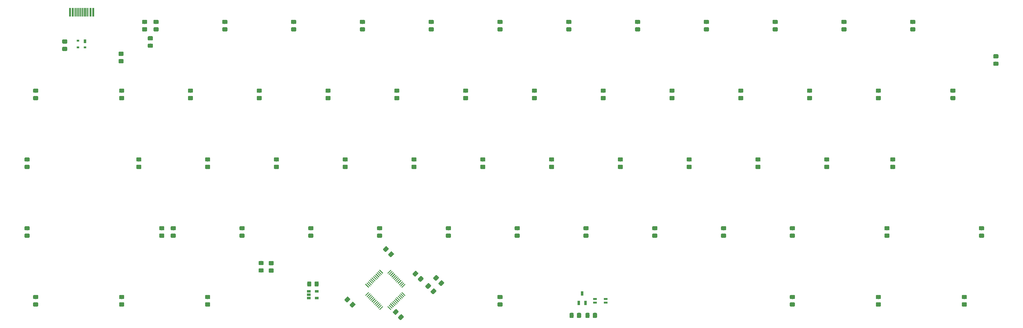
<source format=gbr>
G04 #@! TF.GenerationSoftware,KiCad,Pcbnew,(5.1.0)-1*
G04 #@! TF.CreationDate,2019-05-27T12:30:27+02:00*
G04 #@! TF.ProjectId,prophet,70726f70-6865-4742-9e6b-696361645f70,rev?*
G04 #@! TF.SameCoordinates,Original*
G04 #@! TF.FileFunction,Paste,Bot*
G04 #@! TF.FilePolarity,Positive*
%FSLAX46Y46*%
G04 Gerber Fmt 4.6, Leading zero omitted, Abs format (unit mm)*
G04 Created by KiCad (PCBNEW (5.1.0)-1) date 2019-05-27 12:30:27*
%MOMM*%
%LPD*%
G04 APERTURE LIST*
%ADD10C,0.100000*%
%ADD11C,0.250000*%
%ADD12C,1.150000*%
%ADD13R,0.300000X2.450000*%
%ADD14R,0.600000X2.450000*%
%ADD15R,0.650000X1.220000*%
%ADD16R,1.060000X0.650000*%
%ADD17R,1.000000X0.550000*%
%ADD18R,0.700000X1.000000*%
%ADD19R,0.700000X0.600000*%
G04 APERTURE END LIST*
D10*
G36*
X92750000Y-106305470D02*
G01*
X92750000Y-107205500D01*
X93350030Y-107205500D01*
X93350030Y-106305470D01*
X92750000Y-106305470D01*
G37*
G36*
X92750000Y-108205552D02*
G01*
X92750000Y-108705500D01*
X93350100Y-108705500D01*
X93350100Y-108205552D01*
X92750000Y-108205552D01*
G37*
G36*
X90750000Y-108206142D02*
G01*
X90750000Y-108705500D01*
X91349358Y-108705500D01*
X91349358Y-108206142D01*
X90750000Y-108206142D01*
G37*
G36*
X90750000Y-106305060D02*
G01*
X90750000Y-106805500D01*
X91349741Y-106805500D01*
X91349741Y-106305060D01*
X90750000Y-106305060D01*
G37*
D11*
X181220458Y-176681371D03*
D10*
G36*
X181768466Y-177052602D02*
G01*
X181591689Y-177229379D01*
X180672450Y-176310140D01*
X180849227Y-176133363D01*
X181768466Y-177052602D01*
X181768466Y-177052602D01*
G37*
D11*
X180866905Y-177034924D03*
D10*
G36*
X181414913Y-177406155D02*
G01*
X181238136Y-177582932D01*
X180318897Y-176663693D01*
X180495674Y-176486916D01*
X181414913Y-177406155D01*
X181414913Y-177406155D01*
G37*
D11*
X180513351Y-177388478D03*
D10*
G36*
X181061359Y-177759709D02*
G01*
X180884582Y-177936486D01*
X179965343Y-177017247D01*
X180142120Y-176840470D01*
X181061359Y-177759709D01*
X181061359Y-177759709D01*
G37*
D11*
X180159798Y-177742031D03*
D10*
G36*
X180707806Y-178113262D02*
G01*
X180531029Y-178290039D01*
X179611790Y-177370800D01*
X179788567Y-177194023D01*
X180707806Y-178113262D01*
X180707806Y-178113262D01*
G37*
D11*
X179806245Y-178095584D03*
D10*
G36*
X180354253Y-178466815D02*
G01*
X180177476Y-178643592D01*
X179258237Y-177724353D01*
X179435014Y-177547576D01*
X180354253Y-178466815D01*
X180354253Y-178466815D01*
G37*
D11*
X179452691Y-178449138D03*
D10*
G36*
X180000699Y-178820369D02*
G01*
X179823922Y-178997146D01*
X178904683Y-178077907D01*
X179081460Y-177901130D01*
X180000699Y-178820369D01*
X180000699Y-178820369D01*
G37*
D11*
X179099138Y-178802691D03*
D10*
G36*
X179647146Y-179173922D02*
G01*
X179470369Y-179350699D01*
X178551130Y-178431460D01*
X178727907Y-178254683D01*
X179647146Y-179173922D01*
X179647146Y-179173922D01*
G37*
D11*
X178745584Y-179156245D03*
D10*
G36*
X179293592Y-179527476D02*
G01*
X179116815Y-179704253D01*
X178197576Y-178785014D01*
X178374353Y-178608237D01*
X179293592Y-179527476D01*
X179293592Y-179527476D01*
G37*
D11*
X178392031Y-179509798D03*
D10*
G36*
X178940039Y-179881029D02*
G01*
X178763262Y-180057806D01*
X177844023Y-179138567D01*
X178020800Y-178961790D01*
X178940039Y-179881029D01*
X178940039Y-179881029D01*
G37*
D11*
X178038478Y-179863351D03*
D10*
G36*
X178586486Y-180234582D02*
G01*
X178409709Y-180411359D01*
X177490470Y-179492120D01*
X177667247Y-179315343D01*
X178586486Y-180234582D01*
X178586486Y-180234582D01*
G37*
D11*
X177684924Y-180216905D03*
D10*
G36*
X178232932Y-180588136D02*
G01*
X178056155Y-180764913D01*
X177136916Y-179845674D01*
X177313693Y-179668897D01*
X178232932Y-180588136D01*
X178232932Y-180588136D01*
G37*
D11*
X177331371Y-180570458D03*
D10*
G36*
X177879379Y-180941689D02*
G01*
X177702602Y-181118466D01*
X176783363Y-180199227D01*
X176960140Y-180022450D01*
X177879379Y-180941689D01*
X177879379Y-180941689D01*
G37*
D11*
X175068629Y-180570458D03*
D10*
G36*
X174697398Y-181118466D02*
G01*
X174520621Y-180941689D01*
X175439860Y-180022450D01*
X175616637Y-180199227D01*
X174697398Y-181118466D01*
X174697398Y-181118466D01*
G37*
D11*
X174715076Y-180216905D03*
D10*
G36*
X174343845Y-180764913D02*
G01*
X174167068Y-180588136D01*
X175086307Y-179668897D01*
X175263084Y-179845674D01*
X174343845Y-180764913D01*
X174343845Y-180764913D01*
G37*
D11*
X174361522Y-179863351D03*
D10*
G36*
X173990291Y-180411359D02*
G01*
X173813514Y-180234582D01*
X174732753Y-179315343D01*
X174909530Y-179492120D01*
X173990291Y-180411359D01*
X173990291Y-180411359D01*
G37*
D11*
X174007969Y-179509798D03*
D10*
G36*
X173636738Y-180057806D02*
G01*
X173459961Y-179881029D01*
X174379200Y-178961790D01*
X174555977Y-179138567D01*
X173636738Y-180057806D01*
X173636738Y-180057806D01*
G37*
D11*
X173654416Y-179156245D03*
D10*
G36*
X173283185Y-179704253D02*
G01*
X173106408Y-179527476D01*
X174025647Y-178608237D01*
X174202424Y-178785014D01*
X173283185Y-179704253D01*
X173283185Y-179704253D01*
G37*
D11*
X173300862Y-178802691D03*
D10*
G36*
X172929631Y-179350699D02*
G01*
X172752854Y-179173922D01*
X173672093Y-178254683D01*
X173848870Y-178431460D01*
X172929631Y-179350699D01*
X172929631Y-179350699D01*
G37*
D11*
X172947309Y-178449138D03*
D10*
G36*
X172576078Y-178997146D02*
G01*
X172399301Y-178820369D01*
X173318540Y-177901130D01*
X173495317Y-178077907D01*
X172576078Y-178997146D01*
X172576078Y-178997146D01*
G37*
D11*
X172593755Y-178095584D03*
D10*
G36*
X172222524Y-178643592D02*
G01*
X172045747Y-178466815D01*
X172964986Y-177547576D01*
X173141763Y-177724353D01*
X172222524Y-178643592D01*
X172222524Y-178643592D01*
G37*
D11*
X172240202Y-177742031D03*
D10*
G36*
X171868971Y-178290039D02*
G01*
X171692194Y-178113262D01*
X172611433Y-177194023D01*
X172788210Y-177370800D01*
X171868971Y-178290039D01*
X171868971Y-178290039D01*
G37*
D11*
X171886649Y-177388478D03*
D10*
G36*
X171515418Y-177936486D02*
G01*
X171338641Y-177759709D01*
X172257880Y-176840470D01*
X172434657Y-177017247D01*
X171515418Y-177936486D01*
X171515418Y-177936486D01*
G37*
D11*
X171533095Y-177034924D03*
D10*
G36*
X171161864Y-177582932D02*
G01*
X170985087Y-177406155D01*
X171904326Y-176486916D01*
X172081103Y-176663693D01*
X171161864Y-177582932D01*
X171161864Y-177582932D01*
G37*
D11*
X171179542Y-176681371D03*
D10*
G36*
X170808311Y-177229379D02*
G01*
X170631534Y-177052602D01*
X171550773Y-176133363D01*
X171727550Y-176310140D01*
X170808311Y-177229379D01*
X170808311Y-177229379D01*
G37*
D11*
X171179542Y-174418629D03*
D10*
G36*
X171727550Y-174789860D02*
G01*
X171550773Y-174966637D01*
X170631534Y-174047398D01*
X170808311Y-173870621D01*
X171727550Y-174789860D01*
X171727550Y-174789860D01*
G37*
D11*
X171533095Y-174065076D03*
D10*
G36*
X172081103Y-174436307D02*
G01*
X171904326Y-174613084D01*
X170985087Y-173693845D01*
X171161864Y-173517068D01*
X172081103Y-174436307D01*
X172081103Y-174436307D01*
G37*
D11*
X171886649Y-173711522D03*
D10*
G36*
X172434657Y-174082753D02*
G01*
X172257880Y-174259530D01*
X171338641Y-173340291D01*
X171515418Y-173163514D01*
X172434657Y-174082753D01*
X172434657Y-174082753D01*
G37*
D11*
X172240202Y-173357969D03*
D10*
G36*
X172788210Y-173729200D02*
G01*
X172611433Y-173905977D01*
X171692194Y-172986738D01*
X171868971Y-172809961D01*
X172788210Y-173729200D01*
X172788210Y-173729200D01*
G37*
D11*
X172593755Y-173004416D03*
D10*
G36*
X173141763Y-173375647D02*
G01*
X172964986Y-173552424D01*
X172045747Y-172633185D01*
X172222524Y-172456408D01*
X173141763Y-173375647D01*
X173141763Y-173375647D01*
G37*
D11*
X172947309Y-172650862D03*
D10*
G36*
X173495317Y-173022093D02*
G01*
X173318540Y-173198870D01*
X172399301Y-172279631D01*
X172576078Y-172102854D01*
X173495317Y-173022093D01*
X173495317Y-173022093D01*
G37*
D11*
X173300862Y-172297309D03*
D10*
G36*
X173848870Y-172668540D02*
G01*
X173672093Y-172845317D01*
X172752854Y-171926078D01*
X172929631Y-171749301D01*
X173848870Y-172668540D01*
X173848870Y-172668540D01*
G37*
D11*
X173654416Y-171943755D03*
D10*
G36*
X174202424Y-172314986D02*
G01*
X174025647Y-172491763D01*
X173106408Y-171572524D01*
X173283185Y-171395747D01*
X174202424Y-172314986D01*
X174202424Y-172314986D01*
G37*
D11*
X174007969Y-171590202D03*
D10*
G36*
X174555977Y-171961433D02*
G01*
X174379200Y-172138210D01*
X173459961Y-171218971D01*
X173636738Y-171042194D01*
X174555977Y-171961433D01*
X174555977Y-171961433D01*
G37*
D11*
X174361522Y-171236649D03*
D10*
G36*
X174909530Y-171607880D02*
G01*
X174732753Y-171784657D01*
X173813514Y-170865418D01*
X173990291Y-170688641D01*
X174909530Y-171607880D01*
X174909530Y-171607880D01*
G37*
D11*
X174715076Y-170883095D03*
D10*
G36*
X175263084Y-171254326D02*
G01*
X175086307Y-171431103D01*
X174167068Y-170511864D01*
X174343845Y-170335087D01*
X175263084Y-171254326D01*
X175263084Y-171254326D01*
G37*
D11*
X175068629Y-170529542D03*
D10*
G36*
X175616637Y-170900773D02*
G01*
X175439860Y-171077550D01*
X174520621Y-170158311D01*
X174697398Y-169981534D01*
X175616637Y-170900773D01*
X175616637Y-170900773D01*
G37*
D11*
X177331371Y-170529542D03*
D10*
G36*
X176960140Y-171077550D02*
G01*
X176783363Y-170900773D01*
X177702602Y-169981534D01*
X177879379Y-170158311D01*
X176960140Y-171077550D01*
X176960140Y-171077550D01*
G37*
D11*
X177684924Y-170883095D03*
D10*
G36*
X177313693Y-171431103D02*
G01*
X177136916Y-171254326D01*
X178056155Y-170335087D01*
X178232932Y-170511864D01*
X177313693Y-171431103D01*
X177313693Y-171431103D01*
G37*
D11*
X178038478Y-171236649D03*
D10*
G36*
X177667247Y-171784657D02*
G01*
X177490470Y-171607880D01*
X178409709Y-170688641D01*
X178586486Y-170865418D01*
X177667247Y-171784657D01*
X177667247Y-171784657D01*
G37*
D11*
X178392031Y-171590202D03*
D10*
G36*
X178020800Y-172138210D02*
G01*
X177844023Y-171961433D01*
X178763262Y-171042194D01*
X178940039Y-171218971D01*
X178020800Y-172138210D01*
X178020800Y-172138210D01*
G37*
D11*
X178745584Y-171943755D03*
D10*
G36*
X178374353Y-172491763D02*
G01*
X178197576Y-172314986D01*
X179116815Y-171395747D01*
X179293592Y-171572524D01*
X178374353Y-172491763D01*
X178374353Y-172491763D01*
G37*
D11*
X179099138Y-172297309D03*
D10*
G36*
X178727907Y-172845317D02*
G01*
X178551130Y-172668540D01*
X179470369Y-171749301D01*
X179647146Y-171926078D01*
X178727907Y-172845317D01*
X178727907Y-172845317D01*
G37*
D11*
X179452691Y-172650862D03*
D10*
G36*
X179081460Y-173198870D02*
G01*
X178904683Y-173022093D01*
X179823922Y-172102854D01*
X180000699Y-172279631D01*
X179081460Y-173198870D01*
X179081460Y-173198870D01*
G37*
D11*
X179806245Y-173004416D03*
D10*
G36*
X179435014Y-173552424D02*
G01*
X179258237Y-173375647D01*
X180177476Y-172456408D01*
X180354253Y-172633185D01*
X179435014Y-173552424D01*
X179435014Y-173552424D01*
G37*
D11*
X180159798Y-173357969D03*
D10*
G36*
X179788567Y-173905977D02*
G01*
X179611790Y-173729200D01*
X180531029Y-172809961D01*
X180707806Y-172986738D01*
X179788567Y-173905977D01*
X179788567Y-173905977D01*
G37*
D11*
X180513351Y-173711522D03*
D10*
G36*
X180142120Y-174259530D02*
G01*
X179965343Y-174082753D01*
X180884582Y-173163514D01*
X181061359Y-173340291D01*
X180142120Y-174259530D01*
X180142120Y-174259530D01*
G37*
D11*
X180866905Y-174065076D03*
D10*
G36*
X180495674Y-174613084D02*
G01*
X180318897Y-174436307D01*
X181238136Y-173517068D01*
X181414913Y-173693845D01*
X180495674Y-174613084D01*
X180495674Y-174613084D01*
G37*
D11*
X181220458Y-174418629D03*
D10*
G36*
X180849227Y-174966637D02*
G01*
X180672450Y-174789860D01*
X181591689Y-173870621D01*
X181768466Y-174047398D01*
X180849227Y-174966637D01*
X180849227Y-174966637D01*
G37*
G36*
X165808908Y-177446812D02*
G01*
X165833176Y-177450412D01*
X165856975Y-177456373D01*
X165880074Y-177464638D01*
X165902253Y-177475128D01*
X165923296Y-177487740D01*
X165943002Y-177502355D01*
X165961180Y-177518831D01*
X166420801Y-177978452D01*
X166437277Y-177996630D01*
X166451892Y-178016336D01*
X166464504Y-178037379D01*
X166474994Y-178059558D01*
X166483259Y-178082657D01*
X166489220Y-178106456D01*
X166492820Y-178130724D01*
X166494024Y-178155228D01*
X166492820Y-178179732D01*
X166489220Y-178204000D01*
X166483259Y-178227799D01*
X166474994Y-178250898D01*
X166464504Y-178273077D01*
X166451892Y-178294120D01*
X166437277Y-178313826D01*
X166420801Y-178332004D01*
X165784404Y-178968401D01*
X165766226Y-178984877D01*
X165746520Y-178999492D01*
X165725477Y-179012104D01*
X165703298Y-179022594D01*
X165680199Y-179030859D01*
X165656400Y-179036820D01*
X165632132Y-179040420D01*
X165607628Y-179041624D01*
X165583124Y-179040420D01*
X165558856Y-179036820D01*
X165535057Y-179030859D01*
X165511958Y-179022594D01*
X165489779Y-179012104D01*
X165468736Y-178999492D01*
X165449030Y-178984877D01*
X165430852Y-178968401D01*
X164971231Y-178508780D01*
X164954755Y-178490602D01*
X164940140Y-178470896D01*
X164927528Y-178449853D01*
X164917038Y-178427674D01*
X164908773Y-178404575D01*
X164902812Y-178380776D01*
X164899212Y-178356508D01*
X164898008Y-178332004D01*
X164899212Y-178307500D01*
X164902812Y-178283232D01*
X164908773Y-178259433D01*
X164917038Y-178236334D01*
X164927528Y-178214155D01*
X164940140Y-178193112D01*
X164954755Y-178173406D01*
X164971231Y-178155228D01*
X165607628Y-177518831D01*
X165625806Y-177502355D01*
X165645512Y-177487740D01*
X165666555Y-177475128D01*
X165688734Y-177464638D01*
X165711833Y-177456373D01*
X165735632Y-177450412D01*
X165759900Y-177446812D01*
X165784404Y-177445608D01*
X165808908Y-177446812D01*
X165808908Y-177446812D01*
G37*
D12*
X165696016Y-178243616D03*
D10*
G36*
X167258476Y-178896380D02*
G01*
X167282744Y-178899980D01*
X167306543Y-178905941D01*
X167329642Y-178914206D01*
X167351821Y-178924696D01*
X167372864Y-178937308D01*
X167392570Y-178951923D01*
X167410748Y-178968399D01*
X167870369Y-179428020D01*
X167886845Y-179446198D01*
X167901460Y-179465904D01*
X167914072Y-179486947D01*
X167924562Y-179509126D01*
X167932827Y-179532225D01*
X167938788Y-179556024D01*
X167942388Y-179580292D01*
X167943592Y-179604796D01*
X167942388Y-179629300D01*
X167938788Y-179653568D01*
X167932827Y-179677367D01*
X167924562Y-179700466D01*
X167914072Y-179722645D01*
X167901460Y-179743688D01*
X167886845Y-179763394D01*
X167870369Y-179781572D01*
X167233972Y-180417969D01*
X167215794Y-180434445D01*
X167196088Y-180449060D01*
X167175045Y-180461672D01*
X167152866Y-180472162D01*
X167129767Y-180480427D01*
X167105968Y-180486388D01*
X167081700Y-180489988D01*
X167057196Y-180491192D01*
X167032692Y-180489988D01*
X167008424Y-180486388D01*
X166984625Y-180480427D01*
X166961526Y-180472162D01*
X166939347Y-180461672D01*
X166918304Y-180449060D01*
X166898598Y-180434445D01*
X166880420Y-180417969D01*
X166420799Y-179958348D01*
X166404323Y-179940170D01*
X166389708Y-179920464D01*
X166377096Y-179899421D01*
X166366606Y-179877242D01*
X166358341Y-179854143D01*
X166352380Y-179830344D01*
X166348780Y-179806076D01*
X166347576Y-179781572D01*
X166348780Y-179757068D01*
X166352380Y-179732800D01*
X166358341Y-179709001D01*
X166366606Y-179685902D01*
X166377096Y-179663723D01*
X166389708Y-179642680D01*
X166404323Y-179622974D01*
X166420799Y-179604796D01*
X167057196Y-178968399D01*
X167075374Y-178951923D01*
X167095080Y-178937308D01*
X167116123Y-178924696D01*
X167138302Y-178914206D01*
X167161401Y-178905941D01*
X167185200Y-178899980D01*
X167209468Y-178896380D01*
X167233972Y-178895176D01*
X167258476Y-178896380D01*
X167258476Y-178896380D01*
G37*
D12*
X167145584Y-179693184D03*
D10*
G36*
X189632892Y-175173196D02*
G01*
X189657160Y-175176796D01*
X189680959Y-175182757D01*
X189704058Y-175191022D01*
X189726237Y-175201512D01*
X189747280Y-175214124D01*
X189766986Y-175228739D01*
X189785164Y-175245215D01*
X190244785Y-175704836D01*
X190261261Y-175723014D01*
X190275876Y-175742720D01*
X190288488Y-175763763D01*
X190298978Y-175785942D01*
X190307243Y-175809041D01*
X190313204Y-175832840D01*
X190316804Y-175857108D01*
X190318008Y-175881612D01*
X190316804Y-175906116D01*
X190313204Y-175930384D01*
X190307243Y-175954183D01*
X190298978Y-175977282D01*
X190288488Y-175999461D01*
X190275876Y-176020504D01*
X190261261Y-176040210D01*
X190244785Y-176058388D01*
X189608388Y-176694785D01*
X189590210Y-176711261D01*
X189570504Y-176725876D01*
X189549461Y-176738488D01*
X189527282Y-176748978D01*
X189504183Y-176757243D01*
X189480384Y-176763204D01*
X189456116Y-176766804D01*
X189431612Y-176768008D01*
X189407108Y-176766804D01*
X189382840Y-176763204D01*
X189359041Y-176757243D01*
X189335942Y-176748978D01*
X189313763Y-176738488D01*
X189292720Y-176725876D01*
X189273014Y-176711261D01*
X189254836Y-176694785D01*
X188795215Y-176235164D01*
X188778739Y-176216986D01*
X188764124Y-176197280D01*
X188751512Y-176176237D01*
X188741022Y-176154058D01*
X188732757Y-176130959D01*
X188726796Y-176107160D01*
X188723196Y-176082892D01*
X188721992Y-176058388D01*
X188723196Y-176033884D01*
X188726796Y-176009616D01*
X188732757Y-175985817D01*
X188741022Y-175962718D01*
X188751512Y-175940539D01*
X188764124Y-175919496D01*
X188778739Y-175899790D01*
X188795215Y-175881612D01*
X189431612Y-175245215D01*
X189449790Y-175228739D01*
X189469496Y-175214124D01*
X189490539Y-175201512D01*
X189512718Y-175191022D01*
X189535817Y-175182757D01*
X189559616Y-175176796D01*
X189583884Y-175173196D01*
X189608388Y-175171992D01*
X189632892Y-175173196D01*
X189632892Y-175173196D01*
G37*
D12*
X189520000Y-175970000D03*
D10*
G36*
X188183324Y-173723628D02*
G01*
X188207592Y-173727228D01*
X188231391Y-173733189D01*
X188254490Y-173741454D01*
X188276669Y-173751944D01*
X188297712Y-173764556D01*
X188317418Y-173779171D01*
X188335596Y-173795647D01*
X188795217Y-174255268D01*
X188811693Y-174273446D01*
X188826308Y-174293152D01*
X188838920Y-174314195D01*
X188849410Y-174336374D01*
X188857675Y-174359473D01*
X188863636Y-174383272D01*
X188867236Y-174407540D01*
X188868440Y-174432044D01*
X188867236Y-174456548D01*
X188863636Y-174480816D01*
X188857675Y-174504615D01*
X188849410Y-174527714D01*
X188838920Y-174549893D01*
X188826308Y-174570936D01*
X188811693Y-174590642D01*
X188795217Y-174608820D01*
X188158820Y-175245217D01*
X188140642Y-175261693D01*
X188120936Y-175276308D01*
X188099893Y-175288920D01*
X188077714Y-175299410D01*
X188054615Y-175307675D01*
X188030816Y-175313636D01*
X188006548Y-175317236D01*
X187982044Y-175318440D01*
X187957540Y-175317236D01*
X187933272Y-175313636D01*
X187909473Y-175307675D01*
X187886374Y-175299410D01*
X187864195Y-175288920D01*
X187843152Y-175276308D01*
X187823446Y-175261693D01*
X187805268Y-175245217D01*
X187345647Y-174785596D01*
X187329171Y-174767418D01*
X187314556Y-174747712D01*
X187301944Y-174726669D01*
X187291454Y-174704490D01*
X187283189Y-174681391D01*
X187277228Y-174657592D01*
X187273628Y-174633324D01*
X187272424Y-174608820D01*
X187273628Y-174584316D01*
X187277228Y-174560048D01*
X187283189Y-174536249D01*
X187291454Y-174513150D01*
X187301944Y-174490971D01*
X187314556Y-174469928D01*
X187329171Y-174450222D01*
X187345647Y-174432044D01*
X187982044Y-173795647D01*
X188000222Y-173779171D01*
X188019928Y-173764556D01*
X188040971Y-173751944D01*
X188063150Y-173741454D01*
X188086249Y-173733189D01*
X188110048Y-173727228D01*
X188134316Y-173723628D01*
X188158820Y-173722424D01*
X188183324Y-173723628D01*
X188183324Y-173723628D01*
G37*
D12*
X188070432Y-174520432D03*
D10*
G36*
X157533705Y-173240404D02*
G01*
X157557973Y-173244004D01*
X157581772Y-173249965D01*
X157604871Y-173258230D01*
X157627050Y-173268720D01*
X157648093Y-173281332D01*
X157667799Y-173295947D01*
X157685977Y-173312423D01*
X157702453Y-173330601D01*
X157717068Y-173350307D01*
X157729680Y-173371350D01*
X157740170Y-173393529D01*
X157748435Y-173416628D01*
X157754396Y-173440427D01*
X157757996Y-173464695D01*
X157759200Y-173489199D01*
X157759200Y-174389201D01*
X157757996Y-174413705D01*
X157754396Y-174437973D01*
X157748435Y-174461772D01*
X157740170Y-174484871D01*
X157729680Y-174507050D01*
X157717068Y-174528093D01*
X157702453Y-174547799D01*
X157685977Y-174565977D01*
X157667799Y-174582453D01*
X157648093Y-174597068D01*
X157627050Y-174609680D01*
X157604871Y-174620170D01*
X157581772Y-174628435D01*
X157557973Y-174634396D01*
X157533705Y-174637996D01*
X157509201Y-174639200D01*
X156859199Y-174639200D01*
X156834695Y-174637996D01*
X156810427Y-174634396D01*
X156786628Y-174628435D01*
X156763529Y-174620170D01*
X156741350Y-174609680D01*
X156720307Y-174597068D01*
X156700601Y-174582453D01*
X156682423Y-174565977D01*
X156665947Y-174547799D01*
X156651332Y-174528093D01*
X156638720Y-174507050D01*
X156628230Y-174484871D01*
X156619965Y-174461772D01*
X156614004Y-174437973D01*
X156610404Y-174413705D01*
X156609200Y-174389201D01*
X156609200Y-173489199D01*
X156610404Y-173464695D01*
X156614004Y-173440427D01*
X156619965Y-173416628D01*
X156628230Y-173393529D01*
X156638720Y-173371350D01*
X156651332Y-173350307D01*
X156665947Y-173330601D01*
X156682423Y-173312423D01*
X156700601Y-173295947D01*
X156720307Y-173281332D01*
X156741350Y-173268720D01*
X156763529Y-173258230D01*
X156786628Y-173249965D01*
X156810427Y-173244004D01*
X156834695Y-173240404D01*
X156859199Y-173239200D01*
X157509201Y-173239200D01*
X157533705Y-173240404D01*
X157533705Y-173240404D01*
G37*
D12*
X157184200Y-173939200D03*
D10*
G36*
X155483705Y-173240404D02*
G01*
X155507973Y-173244004D01*
X155531772Y-173249965D01*
X155554871Y-173258230D01*
X155577050Y-173268720D01*
X155598093Y-173281332D01*
X155617799Y-173295947D01*
X155635977Y-173312423D01*
X155652453Y-173330601D01*
X155667068Y-173350307D01*
X155679680Y-173371350D01*
X155690170Y-173393529D01*
X155698435Y-173416628D01*
X155704396Y-173440427D01*
X155707996Y-173464695D01*
X155709200Y-173489199D01*
X155709200Y-174389201D01*
X155707996Y-174413705D01*
X155704396Y-174437973D01*
X155698435Y-174461772D01*
X155690170Y-174484871D01*
X155679680Y-174507050D01*
X155667068Y-174528093D01*
X155652453Y-174547799D01*
X155635977Y-174565977D01*
X155617799Y-174582453D01*
X155598093Y-174597068D01*
X155577050Y-174609680D01*
X155554871Y-174620170D01*
X155531772Y-174628435D01*
X155507973Y-174634396D01*
X155483705Y-174637996D01*
X155459201Y-174639200D01*
X154809199Y-174639200D01*
X154784695Y-174637996D01*
X154760427Y-174634396D01*
X154736628Y-174628435D01*
X154713529Y-174620170D01*
X154691350Y-174609680D01*
X154670307Y-174597068D01*
X154650601Y-174582453D01*
X154632423Y-174565977D01*
X154615947Y-174547799D01*
X154601332Y-174528093D01*
X154588720Y-174507050D01*
X154578230Y-174484871D01*
X154569965Y-174461772D01*
X154564004Y-174437973D01*
X154560404Y-174413705D01*
X154559200Y-174389201D01*
X154559200Y-173489199D01*
X154560404Y-173464695D01*
X154564004Y-173440427D01*
X154569965Y-173416628D01*
X154578230Y-173393529D01*
X154588720Y-173371350D01*
X154601332Y-173350307D01*
X154615947Y-173330601D01*
X154632423Y-173312423D01*
X154650601Y-173295947D01*
X154670307Y-173281332D01*
X154691350Y-173268720D01*
X154713529Y-173258230D01*
X154736628Y-173249965D01*
X154760427Y-173244004D01*
X154784695Y-173240404D01*
X154809199Y-173239200D01*
X155459201Y-173239200D01*
X155483705Y-173240404D01*
X155483705Y-173240404D01*
G37*
D12*
X155134200Y-173939200D03*
D10*
G36*
X145074505Y-167601204D02*
G01*
X145098773Y-167604804D01*
X145122572Y-167610765D01*
X145145671Y-167619030D01*
X145167850Y-167629520D01*
X145188893Y-167642132D01*
X145208599Y-167656747D01*
X145226777Y-167673223D01*
X145243253Y-167691401D01*
X145257868Y-167711107D01*
X145270480Y-167732150D01*
X145280970Y-167754329D01*
X145289235Y-167777428D01*
X145295196Y-167801227D01*
X145298796Y-167825495D01*
X145300000Y-167849999D01*
X145300000Y-168500001D01*
X145298796Y-168524505D01*
X145295196Y-168548773D01*
X145289235Y-168572572D01*
X145280970Y-168595671D01*
X145270480Y-168617850D01*
X145257868Y-168638893D01*
X145243253Y-168658599D01*
X145226777Y-168676777D01*
X145208599Y-168693253D01*
X145188893Y-168707868D01*
X145167850Y-168720480D01*
X145145671Y-168730970D01*
X145122572Y-168739235D01*
X145098773Y-168745196D01*
X145074505Y-168748796D01*
X145050001Y-168750000D01*
X144149999Y-168750000D01*
X144125495Y-168748796D01*
X144101227Y-168745196D01*
X144077428Y-168739235D01*
X144054329Y-168730970D01*
X144032150Y-168720480D01*
X144011107Y-168707868D01*
X143991401Y-168693253D01*
X143973223Y-168676777D01*
X143956747Y-168658599D01*
X143942132Y-168638893D01*
X143929520Y-168617850D01*
X143919030Y-168595671D01*
X143910765Y-168572572D01*
X143904804Y-168548773D01*
X143901204Y-168524505D01*
X143900000Y-168500001D01*
X143900000Y-167849999D01*
X143901204Y-167825495D01*
X143904804Y-167801227D01*
X143910765Y-167777428D01*
X143919030Y-167754329D01*
X143929520Y-167732150D01*
X143942132Y-167711107D01*
X143956747Y-167691401D01*
X143973223Y-167673223D01*
X143991401Y-167656747D01*
X144011107Y-167642132D01*
X144032150Y-167629520D01*
X144054329Y-167619030D01*
X144077428Y-167610765D01*
X144101227Y-167604804D01*
X144125495Y-167601204D01*
X144149999Y-167600000D01*
X145050001Y-167600000D01*
X145074505Y-167601204D01*
X145074505Y-167601204D01*
G37*
D12*
X144600000Y-168175000D03*
D10*
G36*
X145074505Y-169651204D02*
G01*
X145098773Y-169654804D01*
X145122572Y-169660765D01*
X145145671Y-169669030D01*
X145167850Y-169679520D01*
X145188893Y-169692132D01*
X145208599Y-169706747D01*
X145226777Y-169723223D01*
X145243253Y-169741401D01*
X145257868Y-169761107D01*
X145270480Y-169782150D01*
X145280970Y-169804329D01*
X145289235Y-169827428D01*
X145295196Y-169851227D01*
X145298796Y-169875495D01*
X145300000Y-169899999D01*
X145300000Y-170550001D01*
X145298796Y-170574505D01*
X145295196Y-170598773D01*
X145289235Y-170622572D01*
X145280970Y-170645671D01*
X145270480Y-170667850D01*
X145257868Y-170688893D01*
X145243253Y-170708599D01*
X145226777Y-170726777D01*
X145208599Y-170743253D01*
X145188893Y-170757868D01*
X145167850Y-170770480D01*
X145145671Y-170780970D01*
X145122572Y-170789235D01*
X145098773Y-170795196D01*
X145074505Y-170798796D01*
X145050001Y-170800000D01*
X144149999Y-170800000D01*
X144125495Y-170798796D01*
X144101227Y-170795196D01*
X144077428Y-170789235D01*
X144054329Y-170780970D01*
X144032150Y-170770480D01*
X144011107Y-170757868D01*
X143991401Y-170743253D01*
X143973223Y-170726777D01*
X143956747Y-170708599D01*
X143942132Y-170688893D01*
X143929520Y-170667850D01*
X143919030Y-170645671D01*
X143910765Y-170622572D01*
X143904804Y-170598773D01*
X143901204Y-170574505D01*
X143900000Y-170550001D01*
X143900000Y-169899999D01*
X143901204Y-169875495D01*
X143904804Y-169851227D01*
X143910765Y-169827428D01*
X143919030Y-169804329D01*
X143929520Y-169782150D01*
X143942132Y-169761107D01*
X143956747Y-169741401D01*
X143973223Y-169723223D01*
X143991401Y-169706747D01*
X144011107Y-169692132D01*
X144032150Y-169679520D01*
X144054329Y-169669030D01*
X144077428Y-169660765D01*
X144101227Y-169654804D01*
X144125495Y-169651204D01*
X144149999Y-169650000D01*
X145050001Y-169650000D01*
X145074505Y-169651204D01*
X145074505Y-169651204D01*
G37*
D12*
X144600000Y-170225000D03*
D10*
G36*
X180632460Y-182337196D02*
G01*
X180656728Y-182340796D01*
X180680527Y-182346757D01*
X180703626Y-182355022D01*
X180725805Y-182365512D01*
X180746848Y-182378124D01*
X180766554Y-182392739D01*
X180784732Y-182409215D01*
X181244353Y-182868836D01*
X181260829Y-182887014D01*
X181275444Y-182906720D01*
X181288056Y-182927763D01*
X181298546Y-182949942D01*
X181306811Y-182973041D01*
X181312772Y-182996840D01*
X181316372Y-183021108D01*
X181317576Y-183045612D01*
X181316372Y-183070116D01*
X181312772Y-183094384D01*
X181306811Y-183118183D01*
X181298546Y-183141282D01*
X181288056Y-183163461D01*
X181275444Y-183184504D01*
X181260829Y-183204210D01*
X181244353Y-183222388D01*
X180607956Y-183858785D01*
X180589778Y-183875261D01*
X180570072Y-183889876D01*
X180549029Y-183902488D01*
X180526850Y-183912978D01*
X180503751Y-183921243D01*
X180479952Y-183927204D01*
X180455684Y-183930804D01*
X180431180Y-183932008D01*
X180406676Y-183930804D01*
X180382408Y-183927204D01*
X180358609Y-183921243D01*
X180335510Y-183912978D01*
X180313331Y-183902488D01*
X180292288Y-183889876D01*
X180272582Y-183875261D01*
X180254404Y-183858785D01*
X179794783Y-183399164D01*
X179778307Y-183380986D01*
X179763692Y-183361280D01*
X179751080Y-183340237D01*
X179740590Y-183318058D01*
X179732325Y-183294959D01*
X179726364Y-183271160D01*
X179722764Y-183246892D01*
X179721560Y-183222388D01*
X179722764Y-183197884D01*
X179726364Y-183173616D01*
X179732325Y-183149817D01*
X179740590Y-183126718D01*
X179751080Y-183104539D01*
X179763692Y-183083496D01*
X179778307Y-183063790D01*
X179794783Y-183045612D01*
X180431180Y-182409215D01*
X180449358Y-182392739D01*
X180469064Y-182378124D01*
X180490107Y-182365512D01*
X180512286Y-182355022D01*
X180535385Y-182346757D01*
X180559184Y-182340796D01*
X180583452Y-182337196D01*
X180607956Y-182335992D01*
X180632460Y-182337196D01*
X180632460Y-182337196D01*
G37*
D12*
X180519568Y-183134000D03*
D10*
G36*
X179182892Y-180887628D02*
G01*
X179207160Y-180891228D01*
X179230959Y-180897189D01*
X179254058Y-180905454D01*
X179276237Y-180915944D01*
X179297280Y-180928556D01*
X179316986Y-180943171D01*
X179335164Y-180959647D01*
X179794785Y-181419268D01*
X179811261Y-181437446D01*
X179825876Y-181457152D01*
X179838488Y-181478195D01*
X179848978Y-181500374D01*
X179857243Y-181523473D01*
X179863204Y-181547272D01*
X179866804Y-181571540D01*
X179868008Y-181596044D01*
X179866804Y-181620548D01*
X179863204Y-181644816D01*
X179857243Y-181668615D01*
X179848978Y-181691714D01*
X179838488Y-181713893D01*
X179825876Y-181734936D01*
X179811261Y-181754642D01*
X179794785Y-181772820D01*
X179158388Y-182409217D01*
X179140210Y-182425693D01*
X179120504Y-182440308D01*
X179099461Y-182452920D01*
X179077282Y-182463410D01*
X179054183Y-182471675D01*
X179030384Y-182477636D01*
X179006116Y-182481236D01*
X178981612Y-182482440D01*
X178957108Y-182481236D01*
X178932840Y-182477636D01*
X178909041Y-182471675D01*
X178885942Y-182463410D01*
X178863763Y-182452920D01*
X178842720Y-182440308D01*
X178823014Y-182425693D01*
X178804836Y-182409217D01*
X178345215Y-181949596D01*
X178328739Y-181931418D01*
X178314124Y-181911712D01*
X178301512Y-181890669D01*
X178291022Y-181868490D01*
X178282757Y-181845391D01*
X178276796Y-181821592D01*
X178273196Y-181797324D01*
X178271992Y-181772820D01*
X178273196Y-181748316D01*
X178276796Y-181724048D01*
X178282757Y-181700249D01*
X178291022Y-181677150D01*
X178301512Y-181654971D01*
X178314124Y-181633928D01*
X178328739Y-181614222D01*
X178345215Y-181596044D01*
X178981612Y-180959647D01*
X178999790Y-180943171D01*
X179019496Y-180928556D01*
X179040539Y-180915944D01*
X179062718Y-180905454D01*
X179085817Y-180897189D01*
X179109616Y-180891228D01*
X179133884Y-180887628D01*
X179158388Y-180886424D01*
X179182892Y-180887628D01*
X179182892Y-180887628D01*
G37*
D12*
X179070000Y-181684432D03*
D10*
G36*
X184663324Y-170303628D02*
G01*
X184687592Y-170307228D01*
X184711391Y-170313189D01*
X184734490Y-170321454D01*
X184756669Y-170331944D01*
X184777712Y-170344556D01*
X184797418Y-170359171D01*
X184815596Y-170375647D01*
X185275217Y-170835268D01*
X185291693Y-170853446D01*
X185306308Y-170873152D01*
X185318920Y-170894195D01*
X185329410Y-170916374D01*
X185337675Y-170939473D01*
X185343636Y-170963272D01*
X185347236Y-170987540D01*
X185348440Y-171012044D01*
X185347236Y-171036548D01*
X185343636Y-171060816D01*
X185337675Y-171084615D01*
X185329410Y-171107714D01*
X185318920Y-171129893D01*
X185306308Y-171150936D01*
X185291693Y-171170642D01*
X185275217Y-171188820D01*
X184638820Y-171825217D01*
X184620642Y-171841693D01*
X184600936Y-171856308D01*
X184579893Y-171868920D01*
X184557714Y-171879410D01*
X184534615Y-171887675D01*
X184510816Y-171893636D01*
X184486548Y-171897236D01*
X184462044Y-171898440D01*
X184437540Y-171897236D01*
X184413272Y-171893636D01*
X184389473Y-171887675D01*
X184366374Y-171879410D01*
X184344195Y-171868920D01*
X184323152Y-171856308D01*
X184303446Y-171841693D01*
X184285268Y-171825217D01*
X183825647Y-171365596D01*
X183809171Y-171347418D01*
X183794556Y-171327712D01*
X183781944Y-171306669D01*
X183771454Y-171284490D01*
X183763189Y-171261391D01*
X183757228Y-171237592D01*
X183753628Y-171213324D01*
X183752424Y-171188820D01*
X183753628Y-171164316D01*
X183757228Y-171140048D01*
X183763189Y-171116249D01*
X183771454Y-171093150D01*
X183781944Y-171070971D01*
X183794556Y-171049928D01*
X183809171Y-171030222D01*
X183825647Y-171012044D01*
X184462044Y-170375647D01*
X184480222Y-170359171D01*
X184499928Y-170344556D01*
X184520971Y-170331944D01*
X184543150Y-170321454D01*
X184566249Y-170313189D01*
X184590048Y-170307228D01*
X184614316Y-170303628D01*
X184638820Y-170302424D01*
X184663324Y-170303628D01*
X184663324Y-170303628D01*
G37*
D12*
X184550432Y-171100432D03*
D10*
G36*
X186112892Y-171753196D02*
G01*
X186137160Y-171756796D01*
X186160959Y-171762757D01*
X186184058Y-171771022D01*
X186206237Y-171781512D01*
X186227280Y-171794124D01*
X186246986Y-171808739D01*
X186265164Y-171825215D01*
X186724785Y-172284836D01*
X186741261Y-172303014D01*
X186755876Y-172322720D01*
X186768488Y-172343763D01*
X186778978Y-172365942D01*
X186787243Y-172389041D01*
X186793204Y-172412840D01*
X186796804Y-172437108D01*
X186798008Y-172461612D01*
X186796804Y-172486116D01*
X186793204Y-172510384D01*
X186787243Y-172534183D01*
X186778978Y-172557282D01*
X186768488Y-172579461D01*
X186755876Y-172600504D01*
X186741261Y-172620210D01*
X186724785Y-172638388D01*
X186088388Y-173274785D01*
X186070210Y-173291261D01*
X186050504Y-173305876D01*
X186029461Y-173318488D01*
X186007282Y-173328978D01*
X185984183Y-173337243D01*
X185960384Y-173343204D01*
X185936116Y-173346804D01*
X185911612Y-173348008D01*
X185887108Y-173346804D01*
X185862840Y-173343204D01*
X185839041Y-173337243D01*
X185815942Y-173328978D01*
X185793763Y-173318488D01*
X185772720Y-173305876D01*
X185753014Y-173291261D01*
X185734836Y-173274785D01*
X185275215Y-172815164D01*
X185258739Y-172796986D01*
X185244124Y-172777280D01*
X185231512Y-172756237D01*
X185221022Y-172734058D01*
X185212757Y-172710959D01*
X185206796Y-172687160D01*
X185203196Y-172662892D01*
X185201992Y-172638388D01*
X185203196Y-172613884D01*
X185206796Y-172589616D01*
X185212757Y-172565817D01*
X185221022Y-172542718D01*
X185231512Y-172520539D01*
X185244124Y-172499496D01*
X185258739Y-172479790D01*
X185275215Y-172461612D01*
X185911612Y-171825215D01*
X185929790Y-171808739D01*
X185949496Y-171794124D01*
X185970539Y-171781512D01*
X185992718Y-171771022D01*
X186015817Y-171762757D01*
X186039616Y-171756796D01*
X186063884Y-171753196D01*
X186088388Y-171751992D01*
X186112892Y-171753196D01*
X186112892Y-171753196D01*
G37*
D12*
X186000000Y-172550000D03*
D10*
G36*
X176476908Y-163476812D02*
G01*
X176501176Y-163480412D01*
X176524975Y-163486373D01*
X176548074Y-163494638D01*
X176570253Y-163505128D01*
X176591296Y-163517740D01*
X176611002Y-163532355D01*
X176629180Y-163548831D01*
X177088801Y-164008452D01*
X177105277Y-164026630D01*
X177119892Y-164046336D01*
X177132504Y-164067379D01*
X177142994Y-164089558D01*
X177151259Y-164112657D01*
X177157220Y-164136456D01*
X177160820Y-164160724D01*
X177162024Y-164185228D01*
X177160820Y-164209732D01*
X177157220Y-164234000D01*
X177151259Y-164257799D01*
X177142994Y-164280898D01*
X177132504Y-164303077D01*
X177119892Y-164324120D01*
X177105277Y-164343826D01*
X177088801Y-164362004D01*
X176452404Y-164998401D01*
X176434226Y-165014877D01*
X176414520Y-165029492D01*
X176393477Y-165042104D01*
X176371298Y-165052594D01*
X176348199Y-165060859D01*
X176324400Y-165066820D01*
X176300132Y-165070420D01*
X176275628Y-165071624D01*
X176251124Y-165070420D01*
X176226856Y-165066820D01*
X176203057Y-165060859D01*
X176179958Y-165052594D01*
X176157779Y-165042104D01*
X176136736Y-165029492D01*
X176117030Y-165014877D01*
X176098852Y-164998401D01*
X175639231Y-164538780D01*
X175622755Y-164520602D01*
X175608140Y-164500896D01*
X175595528Y-164479853D01*
X175585038Y-164457674D01*
X175576773Y-164434575D01*
X175570812Y-164410776D01*
X175567212Y-164386508D01*
X175566008Y-164362004D01*
X175567212Y-164337500D01*
X175570812Y-164313232D01*
X175576773Y-164289433D01*
X175585038Y-164266334D01*
X175595528Y-164244155D01*
X175608140Y-164223112D01*
X175622755Y-164203406D01*
X175639231Y-164185228D01*
X176275628Y-163548831D01*
X176293806Y-163532355D01*
X176313512Y-163517740D01*
X176334555Y-163505128D01*
X176356734Y-163494638D01*
X176379833Y-163486373D01*
X176403632Y-163480412D01*
X176427900Y-163476812D01*
X176452404Y-163475608D01*
X176476908Y-163476812D01*
X176476908Y-163476812D01*
G37*
D12*
X176364016Y-164273616D03*
D10*
G36*
X177926476Y-164926380D02*
G01*
X177950744Y-164929980D01*
X177974543Y-164935941D01*
X177997642Y-164944206D01*
X178019821Y-164954696D01*
X178040864Y-164967308D01*
X178060570Y-164981923D01*
X178078748Y-164998399D01*
X178538369Y-165458020D01*
X178554845Y-165476198D01*
X178569460Y-165495904D01*
X178582072Y-165516947D01*
X178592562Y-165539126D01*
X178600827Y-165562225D01*
X178606788Y-165586024D01*
X178610388Y-165610292D01*
X178611592Y-165634796D01*
X178610388Y-165659300D01*
X178606788Y-165683568D01*
X178600827Y-165707367D01*
X178592562Y-165730466D01*
X178582072Y-165752645D01*
X178569460Y-165773688D01*
X178554845Y-165793394D01*
X178538369Y-165811572D01*
X177901972Y-166447969D01*
X177883794Y-166464445D01*
X177864088Y-166479060D01*
X177843045Y-166491672D01*
X177820866Y-166502162D01*
X177797767Y-166510427D01*
X177773968Y-166516388D01*
X177749700Y-166519988D01*
X177725196Y-166521192D01*
X177700692Y-166519988D01*
X177676424Y-166516388D01*
X177652625Y-166510427D01*
X177629526Y-166502162D01*
X177607347Y-166491672D01*
X177586304Y-166479060D01*
X177566598Y-166464445D01*
X177548420Y-166447969D01*
X177088799Y-165988348D01*
X177072323Y-165970170D01*
X177057708Y-165950464D01*
X177045096Y-165929421D01*
X177034606Y-165907242D01*
X177026341Y-165884143D01*
X177020380Y-165860344D01*
X177016780Y-165836076D01*
X177015576Y-165811572D01*
X177016780Y-165787068D01*
X177020380Y-165762800D01*
X177026341Y-165739001D01*
X177034606Y-165715902D01*
X177045096Y-165693723D01*
X177057708Y-165672680D01*
X177072323Y-165652974D01*
X177088799Y-165634796D01*
X177725196Y-164998399D01*
X177743374Y-164981923D01*
X177763080Y-164967308D01*
X177784123Y-164954696D01*
X177806302Y-164944206D01*
X177829401Y-164935941D01*
X177853200Y-164929980D01*
X177877468Y-164926380D01*
X177901972Y-164925176D01*
X177926476Y-164926380D01*
X177926476Y-164926380D01*
G37*
D12*
X177813584Y-165723184D03*
D10*
G36*
X111599505Y-105326204D02*
G01*
X111623773Y-105329804D01*
X111647572Y-105335765D01*
X111670671Y-105344030D01*
X111692850Y-105354520D01*
X111713893Y-105367132D01*
X111733599Y-105381747D01*
X111751777Y-105398223D01*
X111768253Y-105416401D01*
X111782868Y-105436107D01*
X111795480Y-105457150D01*
X111805970Y-105479329D01*
X111814235Y-105502428D01*
X111820196Y-105526227D01*
X111823796Y-105550495D01*
X111825000Y-105574999D01*
X111825000Y-106225001D01*
X111823796Y-106249505D01*
X111820196Y-106273773D01*
X111814235Y-106297572D01*
X111805970Y-106320671D01*
X111795480Y-106342850D01*
X111782868Y-106363893D01*
X111768253Y-106383599D01*
X111751777Y-106401777D01*
X111733599Y-106418253D01*
X111713893Y-106432868D01*
X111692850Y-106445480D01*
X111670671Y-106455970D01*
X111647572Y-106464235D01*
X111623773Y-106470196D01*
X111599505Y-106473796D01*
X111575001Y-106475000D01*
X110674999Y-106475000D01*
X110650495Y-106473796D01*
X110626227Y-106470196D01*
X110602428Y-106464235D01*
X110579329Y-106455970D01*
X110557150Y-106445480D01*
X110536107Y-106432868D01*
X110516401Y-106418253D01*
X110498223Y-106401777D01*
X110481747Y-106383599D01*
X110467132Y-106363893D01*
X110454520Y-106342850D01*
X110444030Y-106320671D01*
X110435765Y-106297572D01*
X110429804Y-106273773D01*
X110426204Y-106249505D01*
X110425000Y-106225001D01*
X110425000Y-105574999D01*
X110426204Y-105550495D01*
X110429804Y-105526227D01*
X110435765Y-105502428D01*
X110444030Y-105479329D01*
X110454520Y-105457150D01*
X110467132Y-105436107D01*
X110481747Y-105416401D01*
X110498223Y-105398223D01*
X110516401Y-105381747D01*
X110536107Y-105367132D01*
X110557150Y-105354520D01*
X110579329Y-105344030D01*
X110602428Y-105335765D01*
X110626227Y-105329804D01*
X110650495Y-105326204D01*
X110674999Y-105325000D01*
X111575001Y-105325000D01*
X111599505Y-105326204D01*
X111599505Y-105326204D01*
G37*
D12*
X111125000Y-105900000D03*
D10*
G36*
X111599505Y-107376204D02*
G01*
X111623773Y-107379804D01*
X111647572Y-107385765D01*
X111670671Y-107394030D01*
X111692850Y-107404520D01*
X111713893Y-107417132D01*
X111733599Y-107431747D01*
X111751777Y-107448223D01*
X111768253Y-107466401D01*
X111782868Y-107486107D01*
X111795480Y-107507150D01*
X111805970Y-107529329D01*
X111814235Y-107552428D01*
X111820196Y-107576227D01*
X111823796Y-107600495D01*
X111825000Y-107624999D01*
X111825000Y-108275001D01*
X111823796Y-108299505D01*
X111820196Y-108323773D01*
X111814235Y-108347572D01*
X111805970Y-108370671D01*
X111795480Y-108392850D01*
X111782868Y-108413893D01*
X111768253Y-108433599D01*
X111751777Y-108451777D01*
X111733599Y-108468253D01*
X111713893Y-108482868D01*
X111692850Y-108495480D01*
X111670671Y-108505970D01*
X111647572Y-108514235D01*
X111623773Y-108520196D01*
X111599505Y-108523796D01*
X111575001Y-108525000D01*
X110674999Y-108525000D01*
X110650495Y-108523796D01*
X110626227Y-108520196D01*
X110602428Y-108514235D01*
X110579329Y-108505970D01*
X110557150Y-108495480D01*
X110536107Y-108482868D01*
X110516401Y-108468253D01*
X110498223Y-108451777D01*
X110481747Y-108433599D01*
X110467132Y-108413893D01*
X110454520Y-108392850D01*
X110444030Y-108370671D01*
X110435765Y-108347572D01*
X110429804Y-108323773D01*
X110426204Y-108299505D01*
X110425000Y-108275001D01*
X110425000Y-107624999D01*
X110426204Y-107600495D01*
X110429804Y-107576227D01*
X110435765Y-107552428D01*
X110444030Y-107529329D01*
X110454520Y-107507150D01*
X110467132Y-107486107D01*
X110481747Y-107466401D01*
X110498223Y-107448223D01*
X110516401Y-107431747D01*
X110536107Y-107417132D01*
X110557150Y-107404520D01*
X110579329Y-107394030D01*
X110602428Y-107385765D01*
X110626227Y-107379804D01*
X110650495Y-107376204D01*
X110674999Y-107375000D01*
X111575001Y-107375000D01*
X111599505Y-107376204D01*
X111599505Y-107376204D01*
G37*
D12*
X111125000Y-107950000D03*
D10*
G36*
X110012005Y-100794954D02*
G01*
X110036273Y-100798554D01*
X110060072Y-100804515D01*
X110083171Y-100812780D01*
X110105350Y-100823270D01*
X110126393Y-100835882D01*
X110146099Y-100850497D01*
X110164277Y-100866973D01*
X110180753Y-100885151D01*
X110195368Y-100904857D01*
X110207980Y-100925900D01*
X110218470Y-100948079D01*
X110226735Y-100971178D01*
X110232696Y-100994977D01*
X110236296Y-101019245D01*
X110237500Y-101043749D01*
X110237500Y-101693751D01*
X110236296Y-101718255D01*
X110232696Y-101742523D01*
X110226735Y-101766322D01*
X110218470Y-101789421D01*
X110207980Y-101811600D01*
X110195368Y-101832643D01*
X110180753Y-101852349D01*
X110164277Y-101870527D01*
X110146099Y-101887003D01*
X110126393Y-101901618D01*
X110105350Y-101914230D01*
X110083171Y-101924720D01*
X110060072Y-101932985D01*
X110036273Y-101938946D01*
X110012005Y-101942546D01*
X109987501Y-101943750D01*
X109087499Y-101943750D01*
X109062995Y-101942546D01*
X109038727Y-101938946D01*
X109014928Y-101932985D01*
X108991829Y-101924720D01*
X108969650Y-101914230D01*
X108948607Y-101901618D01*
X108928901Y-101887003D01*
X108910723Y-101870527D01*
X108894247Y-101852349D01*
X108879632Y-101832643D01*
X108867020Y-101811600D01*
X108856530Y-101789421D01*
X108848265Y-101766322D01*
X108842304Y-101742523D01*
X108838704Y-101718255D01*
X108837500Y-101693751D01*
X108837500Y-101043749D01*
X108838704Y-101019245D01*
X108842304Y-100994977D01*
X108848265Y-100971178D01*
X108856530Y-100948079D01*
X108867020Y-100925900D01*
X108879632Y-100904857D01*
X108894247Y-100885151D01*
X108910723Y-100866973D01*
X108928901Y-100850497D01*
X108948607Y-100835882D01*
X108969650Y-100823270D01*
X108991829Y-100812780D01*
X109014928Y-100804515D01*
X109038727Y-100798554D01*
X109062995Y-100794954D01*
X109087499Y-100793750D01*
X109987501Y-100793750D01*
X110012005Y-100794954D01*
X110012005Y-100794954D01*
G37*
D12*
X109537500Y-101368750D03*
D10*
G36*
X110012005Y-102844954D02*
G01*
X110036273Y-102848554D01*
X110060072Y-102854515D01*
X110083171Y-102862780D01*
X110105350Y-102873270D01*
X110126393Y-102885882D01*
X110146099Y-102900497D01*
X110164277Y-102916973D01*
X110180753Y-102935151D01*
X110195368Y-102954857D01*
X110207980Y-102975900D01*
X110218470Y-102998079D01*
X110226735Y-103021178D01*
X110232696Y-103044977D01*
X110236296Y-103069245D01*
X110237500Y-103093749D01*
X110237500Y-103743751D01*
X110236296Y-103768255D01*
X110232696Y-103792523D01*
X110226735Y-103816322D01*
X110218470Y-103839421D01*
X110207980Y-103861600D01*
X110195368Y-103882643D01*
X110180753Y-103902349D01*
X110164277Y-103920527D01*
X110146099Y-103937003D01*
X110126393Y-103951618D01*
X110105350Y-103964230D01*
X110083171Y-103974720D01*
X110060072Y-103982985D01*
X110036273Y-103988946D01*
X110012005Y-103992546D01*
X109987501Y-103993750D01*
X109087499Y-103993750D01*
X109062995Y-103992546D01*
X109038727Y-103988946D01*
X109014928Y-103982985D01*
X108991829Y-103974720D01*
X108969650Y-103964230D01*
X108948607Y-103951618D01*
X108928901Y-103937003D01*
X108910723Y-103920527D01*
X108894247Y-103902349D01*
X108879632Y-103882643D01*
X108867020Y-103861600D01*
X108856530Y-103839421D01*
X108848265Y-103816322D01*
X108842304Y-103792523D01*
X108838704Y-103768255D01*
X108837500Y-103743751D01*
X108837500Y-103093749D01*
X108838704Y-103069245D01*
X108842304Y-103044977D01*
X108848265Y-103021178D01*
X108856530Y-102998079D01*
X108867020Y-102975900D01*
X108879632Y-102954857D01*
X108894247Y-102935151D01*
X108910723Y-102916973D01*
X108928901Y-102900497D01*
X108948607Y-102885882D01*
X108969650Y-102873270D01*
X108991829Y-102862780D01*
X109014928Y-102854515D01*
X109038727Y-102848554D01*
X109062995Y-102844954D01*
X109087499Y-102843750D01*
X109987501Y-102843750D01*
X110012005Y-102844954D01*
X110012005Y-102844954D01*
G37*
D12*
X109537500Y-103418750D03*
D10*
G36*
X113187005Y-100794954D02*
G01*
X113211273Y-100798554D01*
X113235072Y-100804515D01*
X113258171Y-100812780D01*
X113280350Y-100823270D01*
X113301393Y-100835882D01*
X113321099Y-100850497D01*
X113339277Y-100866973D01*
X113355753Y-100885151D01*
X113370368Y-100904857D01*
X113382980Y-100925900D01*
X113393470Y-100948079D01*
X113401735Y-100971178D01*
X113407696Y-100994977D01*
X113411296Y-101019245D01*
X113412500Y-101043749D01*
X113412500Y-101693751D01*
X113411296Y-101718255D01*
X113407696Y-101742523D01*
X113401735Y-101766322D01*
X113393470Y-101789421D01*
X113382980Y-101811600D01*
X113370368Y-101832643D01*
X113355753Y-101852349D01*
X113339277Y-101870527D01*
X113321099Y-101887003D01*
X113301393Y-101901618D01*
X113280350Y-101914230D01*
X113258171Y-101924720D01*
X113235072Y-101932985D01*
X113211273Y-101938946D01*
X113187005Y-101942546D01*
X113162501Y-101943750D01*
X112262499Y-101943750D01*
X112237995Y-101942546D01*
X112213727Y-101938946D01*
X112189928Y-101932985D01*
X112166829Y-101924720D01*
X112144650Y-101914230D01*
X112123607Y-101901618D01*
X112103901Y-101887003D01*
X112085723Y-101870527D01*
X112069247Y-101852349D01*
X112054632Y-101832643D01*
X112042020Y-101811600D01*
X112031530Y-101789421D01*
X112023265Y-101766322D01*
X112017304Y-101742523D01*
X112013704Y-101718255D01*
X112012500Y-101693751D01*
X112012500Y-101043749D01*
X112013704Y-101019245D01*
X112017304Y-100994977D01*
X112023265Y-100971178D01*
X112031530Y-100948079D01*
X112042020Y-100925900D01*
X112054632Y-100904857D01*
X112069247Y-100885151D01*
X112085723Y-100866973D01*
X112103901Y-100850497D01*
X112123607Y-100835882D01*
X112144650Y-100823270D01*
X112166829Y-100812780D01*
X112189928Y-100804515D01*
X112213727Y-100798554D01*
X112237995Y-100794954D01*
X112262499Y-100793750D01*
X113162501Y-100793750D01*
X113187005Y-100794954D01*
X113187005Y-100794954D01*
G37*
D12*
X112712500Y-101368750D03*
D10*
G36*
X113187005Y-102844954D02*
G01*
X113211273Y-102848554D01*
X113235072Y-102854515D01*
X113258171Y-102862780D01*
X113280350Y-102873270D01*
X113301393Y-102885882D01*
X113321099Y-102900497D01*
X113339277Y-102916973D01*
X113355753Y-102935151D01*
X113370368Y-102954857D01*
X113382980Y-102975900D01*
X113393470Y-102998079D01*
X113401735Y-103021178D01*
X113407696Y-103044977D01*
X113411296Y-103069245D01*
X113412500Y-103093749D01*
X113412500Y-103743751D01*
X113411296Y-103768255D01*
X113407696Y-103792523D01*
X113401735Y-103816322D01*
X113393470Y-103839421D01*
X113382980Y-103861600D01*
X113370368Y-103882643D01*
X113355753Y-103902349D01*
X113339277Y-103920527D01*
X113321099Y-103937003D01*
X113301393Y-103951618D01*
X113280350Y-103964230D01*
X113258171Y-103974720D01*
X113235072Y-103982985D01*
X113211273Y-103988946D01*
X113187005Y-103992546D01*
X113162501Y-103993750D01*
X112262499Y-103993750D01*
X112237995Y-103992546D01*
X112213727Y-103988946D01*
X112189928Y-103982985D01*
X112166829Y-103974720D01*
X112144650Y-103964230D01*
X112123607Y-103951618D01*
X112103901Y-103937003D01*
X112085723Y-103920527D01*
X112069247Y-103902349D01*
X112054632Y-103882643D01*
X112042020Y-103861600D01*
X112031530Y-103839421D01*
X112023265Y-103816322D01*
X112017304Y-103792523D01*
X112013704Y-103768255D01*
X112012500Y-103743751D01*
X112012500Y-103093749D01*
X112013704Y-103069245D01*
X112017304Y-103044977D01*
X112023265Y-103021178D01*
X112031530Y-102998079D01*
X112042020Y-102975900D01*
X112054632Y-102954857D01*
X112069247Y-102935151D01*
X112085723Y-102916973D01*
X112103901Y-102900497D01*
X112123607Y-102885882D01*
X112144650Y-102873270D01*
X112166829Y-102862780D01*
X112189928Y-102854515D01*
X112213727Y-102848554D01*
X112237995Y-102844954D01*
X112262499Y-102843750D01*
X113162501Y-102843750D01*
X113187005Y-102844954D01*
X113187005Y-102844954D01*
G37*
D12*
X112712500Y-103418750D03*
D10*
G36*
X132237005Y-100794954D02*
G01*
X132261273Y-100798554D01*
X132285072Y-100804515D01*
X132308171Y-100812780D01*
X132330350Y-100823270D01*
X132351393Y-100835882D01*
X132371099Y-100850497D01*
X132389277Y-100866973D01*
X132405753Y-100885151D01*
X132420368Y-100904857D01*
X132432980Y-100925900D01*
X132443470Y-100948079D01*
X132451735Y-100971178D01*
X132457696Y-100994977D01*
X132461296Y-101019245D01*
X132462500Y-101043749D01*
X132462500Y-101693751D01*
X132461296Y-101718255D01*
X132457696Y-101742523D01*
X132451735Y-101766322D01*
X132443470Y-101789421D01*
X132432980Y-101811600D01*
X132420368Y-101832643D01*
X132405753Y-101852349D01*
X132389277Y-101870527D01*
X132371099Y-101887003D01*
X132351393Y-101901618D01*
X132330350Y-101914230D01*
X132308171Y-101924720D01*
X132285072Y-101932985D01*
X132261273Y-101938946D01*
X132237005Y-101942546D01*
X132212501Y-101943750D01*
X131312499Y-101943750D01*
X131287995Y-101942546D01*
X131263727Y-101938946D01*
X131239928Y-101932985D01*
X131216829Y-101924720D01*
X131194650Y-101914230D01*
X131173607Y-101901618D01*
X131153901Y-101887003D01*
X131135723Y-101870527D01*
X131119247Y-101852349D01*
X131104632Y-101832643D01*
X131092020Y-101811600D01*
X131081530Y-101789421D01*
X131073265Y-101766322D01*
X131067304Y-101742523D01*
X131063704Y-101718255D01*
X131062500Y-101693751D01*
X131062500Y-101043749D01*
X131063704Y-101019245D01*
X131067304Y-100994977D01*
X131073265Y-100971178D01*
X131081530Y-100948079D01*
X131092020Y-100925900D01*
X131104632Y-100904857D01*
X131119247Y-100885151D01*
X131135723Y-100866973D01*
X131153901Y-100850497D01*
X131173607Y-100835882D01*
X131194650Y-100823270D01*
X131216829Y-100812780D01*
X131239928Y-100804515D01*
X131263727Y-100798554D01*
X131287995Y-100794954D01*
X131312499Y-100793750D01*
X132212501Y-100793750D01*
X132237005Y-100794954D01*
X132237005Y-100794954D01*
G37*
D12*
X131762500Y-101368750D03*
D10*
G36*
X132237005Y-102844954D02*
G01*
X132261273Y-102848554D01*
X132285072Y-102854515D01*
X132308171Y-102862780D01*
X132330350Y-102873270D01*
X132351393Y-102885882D01*
X132371099Y-102900497D01*
X132389277Y-102916973D01*
X132405753Y-102935151D01*
X132420368Y-102954857D01*
X132432980Y-102975900D01*
X132443470Y-102998079D01*
X132451735Y-103021178D01*
X132457696Y-103044977D01*
X132461296Y-103069245D01*
X132462500Y-103093749D01*
X132462500Y-103743751D01*
X132461296Y-103768255D01*
X132457696Y-103792523D01*
X132451735Y-103816322D01*
X132443470Y-103839421D01*
X132432980Y-103861600D01*
X132420368Y-103882643D01*
X132405753Y-103902349D01*
X132389277Y-103920527D01*
X132371099Y-103937003D01*
X132351393Y-103951618D01*
X132330350Y-103964230D01*
X132308171Y-103974720D01*
X132285072Y-103982985D01*
X132261273Y-103988946D01*
X132237005Y-103992546D01*
X132212501Y-103993750D01*
X131312499Y-103993750D01*
X131287995Y-103992546D01*
X131263727Y-103988946D01*
X131239928Y-103982985D01*
X131216829Y-103974720D01*
X131194650Y-103964230D01*
X131173607Y-103951618D01*
X131153901Y-103937003D01*
X131135723Y-103920527D01*
X131119247Y-103902349D01*
X131104632Y-103882643D01*
X131092020Y-103861600D01*
X131081530Y-103839421D01*
X131073265Y-103816322D01*
X131067304Y-103792523D01*
X131063704Y-103768255D01*
X131062500Y-103743751D01*
X131062500Y-103093749D01*
X131063704Y-103069245D01*
X131067304Y-103044977D01*
X131073265Y-103021178D01*
X131081530Y-102998079D01*
X131092020Y-102975900D01*
X131104632Y-102954857D01*
X131119247Y-102935151D01*
X131135723Y-102916973D01*
X131153901Y-102900497D01*
X131173607Y-102885882D01*
X131194650Y-102873270D01*
X131216829Y-102862780D01*
X131239928Y-102854515D01*
X131263727Y-102848554D01*
X131287995Y-102844954D01*
X131312499Y-102843750D01*
X132212501Y-102843750D01*
X132237005Y-102844954D01*
X132237005Y-102844954D01*
G37*
D12*
X131762500Y-103418750D03*
D10*
G36*
X151287005Y-100794954D02*
G01*
X151311273Y-100798554D01*
X151335072Y-100804515D01*
X151358171Y-100812780D01*
X151380350Y-100823270D01*
X151401393Y-100835882D01*
X151421099Y-100850497D01*
X151439277Y-100866973D01*
X151455753Y-100885151D01*
X151470368Y-100904857D01*
X151482980Y-100925900D01*
X151493470Y-100948079D01*
X151501735Y-100971178D01*
X151507696Y-100994977D01*
X151511296Y-101019245D01*
X151512500Y-101043749D01*
X151512500Y-101693751D01*
X151511296Y-101718255D01*
X151507696Y-101742523D01*
X151501735Y-101766322D01*
X151493470Y-101789421D01*
X151482980Y-101811600D01*
X151470368Y-101832643D01*
X151455753Y-101852349D01*
X151439277Y-101870527D01*
X151421099Y-101887003D01*
X151401393Y-101901618D01*
X151380350Y-101914230D01*
X151358171Y-101924720D01*
X151335072Y-101932985D01*
X151311273Y-101938946D01*
X151287005Y-101942546D01*
X151262501Y-101943750D01*
X150362499Y-101943750D01*
X150337995Y-101942546D01*
X150313727Y-101938946D01*
X150289928Y-101932985D01*
X150266829Y-101924720D01*
X150244650Y-101914230D01*
X150223607Y-101901618D01*
X150203901Y-101887003D01*
X150185723Y-101870527D01*
X150169247Y-101852349D01*
X150154632Y-101832643D01*
X150142020Y-101811600D01*
X150131530Y-101789421D01*
X150123265Y-101766322D01*
X150117304Y-101742523D01*
X150113704Y-101718255D01*
X150112500Y-101693751D01*
X150112500Y-101043749D01*
X150113704Y-101019245D01*
X150117304Y-100994977D01*
X150123265Y-100971178D01*
X150131530Y-100948079D01*
X150142020Y-100925900D01*
X150154632Y-100904857D01*
X150169247Y-100885151D01*
X150185723Y-100866973D01*
X150203901Y-100850497D01*
X150223607Y-100835882D01*
X150244650Y-100823270D01*
X150266829Y-100812780D01*
X150289928Y-100804515D01*
X150313727Y-100798554D01*
X150337995Y-100794954D01*
X150362499Y-100793750D01*
X151262501Y-100793750D01*
X151287005Y-100794954D01*
X151287005Y-100794954D01*
G37*
D12*
X150812500Y-101368750D03*
D10*
G36*
X151287005Y-102844954D02*
G01*
X151311273Y-102848554D01*
X151335072Y-102854515D01*
X151358171Y-102862780D01*
X151380350Y-102873270D01*
X151401393Y-102885882D01*
X151421099Y-102900497D01*
X151439277Y-102916973D01*
X151455753Y-102935151D01*
X151470368Y-102954857D01*
X151482980Y-102975900D01*
X151493470Y-102998079D01*
X151501735Y-103021178D01*
X151507696Y-103044977D01*
X151511296Y-103069245D01*
X151512500Y-103093749D01*
X151512500Y-103743751D01*
X151511296Y-103768255D01*
X151507696Y-103792523D01*
X151501735Y-103816322D01*
X151493470Y-103839421D01*
X151482980Y-103861600D01*
X151470368Y-103882643D01*
X151455753Y-103902349D01*
X151439277Y-103920527D01*
X151421099Y-103937003D01*
X151401393Y-103951618D01*
X151380350Y-103964230D01*
X151358171Y-103974720D01*
X151335072Y-103982985D01*
X151311273Y-103988946D01*
X151287005Y-103992546D01*
X151262501Y-103993750D01*
X150362499Y-103993750D01*
X150337995Y-103992546D01*
X150313727Y-103988946D01*
X150289928Y-103982985D01*
X150266829Y-103974720D01*
X150244650Y-103964230D01*
X150223607Y-103951618D01*
X150203901Y-103937003D01*
X150185723Y-103920527D01*
X150169247Y-103902349D01*
X150154632Y-103882643D01*
X150142020Y-103861600D01*
X150131530Y-103839421D01*
X150123265Y-103816322D01*
X150117304Y-103792523D01*
X150113704Y-103768255D01*
X150112500Y-103743751D01*
X150112500Y-103093749D01*
X150113704Y-103069245D01*
X150117304Y-103044977D01*
X150123265Y-103021178D01*
X150131530Y-102998079D01*
X150142020Y-102975900D01*
X150154632Y-102954857D01*
X150169247Y-102935151D01*
X150185723Y-102916973D01*
X150203901Y-102900497D01*
X150223607Y-102885882D01*
X150244650Y-102873270D01*
X150266829Y-102862780D01*
X150289928Y-102854515D01*
X150313727Y-102848554D01*
X150337995Y-102844954D01*
X150362499Y-102843750D01*
X151262501Y-102843750D01*
X151287005Y-102844954D01*
X151287005Y-102844954D01*
G37*
D12*
X150812500Y-103418750D03*
D10*
G36*
X170337005Y-100794954D02*
G01*
X170361273Y-100798554D01*
X170385072Y-100804515D01*
X170408171Y-100812780D01*
X170430350Y-100823270D01*
X170451393Y-100835882D01*
X170471099Y-100850497D01*
X170489277Y-100866973D01*
X170505753Y-100885151D01*
X170520368Y-100904857D01*
X170532980Y-100925900D01*
X170543470Y-100948079D01*
X170551735Y-100971178D01*
X170557696Y-100994977D01*
X170561296Y-101019245D01*
X170562500Y-101043749D01*
X170562500Y-101693751D01*
X170561296Y-101718255D01*
X170557696Y-101742523D01*
X170551735Y-101766322D01*
X170543470Y-101789421D01*
X170532980Y-101811600D01*
X170520368Y-101832643D01*
X170505753Y-101852349D01*
X170489277Y-101870527D01*
X170471099Y-101887003D01*
X170451393Y-101901618D01*
X170430350Y-101914230D01*
X170408171Y-101924720D01*
X170385072Y-101932985D01*
X170361273Y-101938946D01*
X170337005Y-101942546D01*
X170312501Y-101943750D01*
X169412499Y-101943750D01*
X169387995Y-101942546D01*
X169363727Y-101938946D01*
X169339928Y-101932985D01*
X169316829Y-101924720D01*
X169294650Y-101914230D01*
X169273607Y-101901618D01*
X169253901Y-101887003D01*
X169235723Y-101870527D01*
X169219247Y-101852349D01*
X169204632Y-101832643D01*
X169192020Y-101811600D01*
X169181530Y-101789421D01*
X169173265Y-101766322D01*
X169167304Y-101742523D01*
X169163704Y-101718255D01*
X169162500Y-101693751D01*
X169162500Y-101043749D01*
X169163704Y-101019245D01*
X169167304Y-100994977D01*
X169173265Y-100971178D01*
X169181530Y-100948079D01*
X169192020Y-100925900D01*
X169204632Y-100904857D01*
X169219247Y-100885151D01*
X169235723Y-100866973D01*
X169253901Y-100850497D01*
X169273607Y-100835882D01*
X169294650Y-100823270D01*
X169316829Y-100812780D01*
X169339928Y-100804515D01*
X169363727Y-100798554D01*
X169387995Y-100794954D01*
X169412499Y-100793750D01*
X170312501Y-100793750D01*
X170337005Y-100794954D01*
X170337005Y-100794954D01*
G37*
D12*
X169862500Y-101368750D03*
D10*
G36*
X170337005Y-102844954D02*
G01*
X170361273Y-102848554D01*
X170385072Y-102854515D01*
X170408171Y-102862780D01*
X170430350Y-102873270D01*
X170451393Y-102885882D01*
X170471099Y-102900497D01*
X170489277Y-102916973D01*
X170505753Y-102935151D01*
X170520368Y-102954857D01*
X170532980Y-102975900D01*
X170543470Y-102998079D01*
X170551735Y-103021178D01*
X170557696Y-103044977D01*
X170561296Y-103069245D01*
X170562500Y-103093749D01*
X170562500Y-103743751D01*
X170561296Y-103768255D01*
X170557696Y-103792523D01*
X170551735Y-103816322D01*
X170543470Y-103839421D01*
X170532980Y-103861600D01*
X170520368Y-103882643D01*
X170505753Y-103902349D01*
X170489277Y-103920527D01*
X170471099Y-103937003D01*
X170451393Y-103951618D01*
X170430350Y-103964230D01*
X170408171Y-103974720D01*
X170385072Y-103982985D01*
X170361273Y-103988946D01*
X170337005Y-103992546D01*
X170312501Y-103993750D01*
X169412499Y-103993750D01*
X169387995Y-103992546D01*
X169363727Y-103988946D01*
X169339928Y-103982985D01*
X169316829Y-103974720D01*
X169294650Y-103964230D01*
X169273607Y-103951618D01*
X169253901Y-103937003D01*
X169235723Y-103920527D01*
X169219247Y-103902349D01*
X169204632Y-103882643D01*
X169192020Y-103861600D01*
X169181530Y-103839421D01*
X169173265Y-103816322D01*
X169167304Y-103792523D01*
X169163704Y-103768255D01*
X169162500Y-103743751D01*
X169162500Y-103093749D01*
X169163704Y-103069245D01*
X169167304Y-103044977D01*
X169173265Y-103021178D01*
X169181530Y-102998079D01*
X169192020Y-102975900D01*
X169204632Y-102954857D01*
X169219247Y-102935151D01*
X169235723Y-102916973D01*
X169253901Y-102900497D01*
X169273607Y-102885882D01*
X169294650Y-102873270D01*
X169316829Y-102862780D01*
X169339928Y-102854515D01*
X169363727Y-102848554D01*
X169387995Y-102844954D01*
X169412499Y-102843750D01*
X170312501Y-102843750D01*
X170337005Y-102844954D01*
X170337005Y-102844954D01*
G37*
D12*
X169862500Y-103418750D03*
D10*
G36*
X189387005Y-102844954D02*
G01*
X189411273Y-102848554D01*
X189435072Y-102854515D01*
X189458171Y-102862780D01*
X189480350Y-102873270D01*
X189501393Y-102885882D01*
X189521099Y-102900497D01*
X189539277Y-102916973D01*
X189555753Y-102935151D01*
X189570368Y-102954857D01*
X189582980Y-102975900D01*
X189593470Y-102998079D01*
X189601735Y-103021178D01*
X189607696Y-103044977D01*
X189611296Y-103069245D01*
X189612500Y-103093749D01*
X189612500Y-103743751D01*
X189611296Y-103768255D01*
X189607696Y-103792523D01*
X189601735Y-103816322D01*
X189593470Y-103839421D01*
X189582980Y-103861600D01*
X189570368Y-103882643D01*
X189555753Y-103902349D01*
X189539277Y-103920527D01*
X189521099Y-103937003D01*
X189501393Y-103951618D01*
X189480350Y-103964230D01*
X189458171Y-103974720D01*
X189435072Y-103982985D01*
X189411273Y-103988946D01*
X189387005Y-103992546D01*
X189362501Y-103993750D01*
X188462499Y-103993750D01*
X188437995Y-103992546D01*
X188413727Y-103988946D01*
X188389928Y-103982985D01*
X188366829Y-103974720D01*
X188344650Y-103964230D01*
X188323607Y-103951618D01*
X188303901Y-103937003D01*
X188285723Y-103920527D01*
X188269247Y-103902349D01*
X188254632Y-103882643D01*
X188242020Y-103861600D01*
X188231530Y-103839421D01*
X188223265Y-103816322D01*
X188217304Y-103792523D01*
X188213704Y-103768255D01*
X188212500Y-103743751D01*
X188212500Y-103093749D01*
X188213704Y-103069245D01*
X188217304Y-103044977D01*
X188223265Y-103021178D01*
X188231530Y-102998079D01*
X188242020Y-102975900D01*
X188254632Y-102954857D01*
X188269247Y-102935151D01*
X188285723Y-102916973D01*
X188303901Y-102900497D01*
X188323607Y-102885882D01*
X188344650Y-102873270D01*
X188366829Y-102862780D01*
X188389928Y-102854515D01*
X188413727Y-102848554D01*
X188437995Y-102844954D01*
X188462499Y-102843750D01*
X189362501Y-102843750D01*
X189387005Y-102844954D01*
X189387005Y-102844954D01*
G37*
D12*
X188912500Y-103418750D03*
D10*
G36*
X189387005Y-100794954D02*
G01*
X189411273Y-100798554D01*
X189435072Y-100804515D01*
X189458171Y-100812780D01*
X189480350Y-100823270D01*
X189501393Y-100835882D01*
X189521099Y-100850497D01*
X189539277Y-100866973D01*
X189555753Y-100885151D01*
X189570368Y-100904857D01*
X189582980Y-100925900D01*
X189593470Y-100948079D01*
X189601735Y-100971178D01*
X189607696Y-100994977D01*
X189611296Y-101019245D01*
X189612500Y-101043749D01*
X189612500Y-101693751D01*
X189611296Y-101718255D01*
X189607696Y-101742523D01*
X189601735Y-101766322D01*
X189593470Y-101789421D01*
X189582980Y-101811600D01*
X189570368Y-101832643D01*
X189555753Y-101852349D01*
X189539277Y-101870527D01*
X189521099Y-101887003D01*
X189501393Y-101901618D01*
X189480350Y-101914230D01*
X189458171Y-101924720D01*
X189435072Y-101932985D01*
X189411273Y-101938946D01*
X189387005Y-101942546D01*
X189362501Y-101943750D01*
X188462499Y-101943750D01*
X188437995Y-101942546D01*
X188413727Y-101938946D01*
X188389928Y-101932985D01*
X188366829Y-101924720D01*
X188344650Y-101914230D01*
X188323607Y-101901618D01*
X188303901Y-101887003D01*
X188285723Y-101870527D01*
X188269247Y-101852349D01*
X188254632Y-101832643D01*
X188242020Y-101811600D01*
X188231530Y-101789421D01*
X188223265Y-101766322D01*
X188217304Y-101742523D01*
X188213704Y-101718255D01*
X188212500Y-101693751D01*
X188212500Y-101043749D01*
X188213704Y-101019245D01*
X188217304Y-100994977D01*
X188223265Y-100971178D01*
X188231530Y-100948079D01*
X188242020Y-100925900D01*
X188254632Y-100904857D01*
X188269247Y-100885151D01*
X188285723Y-100866973D01*
X188303901Y-100850497D01*
X188323607Y-100835882D01*
X188344650Y-100823270D01*
X188366829Y-100812780D01*
X188389928Y-100804515D01*
X188413727Y-100798554D01*
X188437995Y-100794954D01*
X188462499Y-100793750D01*
X189362501Y-100793750D01*
X189387005Y-100794954D01*
X189387005Y-100794954D01*
G37*
D12*
X188912500Y-101368750D03*
D10*
G36*
X208437005Y-100794954D02*
G01*
X208461273Y-100798554D01*
X208485072Y-100804515D01*
X208508171Y-100812780D01*
X208530350Y-100823270D01*
X208551393Y-100835882D01*
X208571099Y-100850497D01*
X208589277Y-100866973D01*
X208605753Y-100885151D01*
X208620368Y-100904857D01*
X208632980Y-100925900D01*
X208643470Y-100948079D01*
X208651735Y-100971178D01*
X208657696Y-100994977D01*
X208661296Y-101019245D01*
X208662500Y-101043749D01*
X208662500Y-101693751D01*
X208661296Y-101718255D01*
X208657696Y-101742523D01*
X208651735Y-101766322D01*
X208643470Y-101789421D01*
X208632980Y-101811600D01*
X208620368Y-101832643D01*
X208605753Y-101852349D01*
X208589277Y-101870527D01*
X208571099Y-101887003D01*
X208551393Y-101901618D01*
X208530350Y-101914230D01*
X208508171Y-101924720D01*
X208485072Y-101932985D01*
X208461273Y-101938946D01*
X208437005Y-101942546D01*
X208412501Y-101943750D01*
X207512499Y-101943750D01*
X207487995Y-101942546D01*
X207463727Y-101938946D01*
X207439928Y-101932985D01*
X207416829Y-101924720D01*
X207394650Y-101914230D01*
X207373607Y-101901618D01*
X207353901Y-101887003D01*
X207335723Y-101870527D01*
X207319247Y-101852349D01*
X207304632Y-101832643D01*
X207292020Y-101811600D01*
X207281530Y-101789421D01*
X207273265Y-101766322D01*
X207267304Y-101742523D01*
X207263704Y-101718255D01*
X207262500Y-101693751D01*
X207262500Y-101043749D01*
X207263704Y-101019245D01*
X207267304Y-100994977D01*
X207273265Y-100971178D01*
X207281530Y-100948079D01*
X207292020Y-100925900D01*
X207304632Y-100904857D01*
X207319247Y-100885151D01*
X207335723Y-100866973D01*
X207353901Y-100850497D01*
X207373607Y-100835882D01*
X207394650Y-100823270D01*
X207416829Y-100812780D01*
X207439928Y-100804515D01*
X207463727Y-100798554D01*
X207487995Y-100794954D01*
X207512499Y-100793750D01*
X208412501Y-100793750D01*
X208437005Y-100794954D01*
X208437005Y-100794954D01*
G37*
D12*
X207962500Y-101368750D03*
D10*
G36*
X208437005Y-102844954D02*
G01*
X208461273Y-102848554D01*
X208485072Y-102854515D01*
X208508171Y-102862780D01*
X208530350Y-102873270D01*
X208551393Y-102885882D01*
X208571099Y-102900497D01*
X208589277Y-102916973D01*
X208605753Y-102935151D01*
X208620368Y-102954857D01*
X208632980Y-102975900D01*
X208643470Y-102998079D01*
X208651735Y-103021178D01*
X208657696Y-103044977D01*
X208661296Y-103069245D01*
X208662500Y-103093749D01*
X208662500Y-103743751D01*
X208661296Y-103768255D01*
X208657696Y-103792523D01*
X208651735Y-103816322D01*
X208643470Y-103839421D01*
X208632980Y-103861600D01*
X208620368Y-103882643D01*
X208605753Y-103902349D01*
X208589277Y-103920527D01*
X208571099Y-103937003D01*
X208551393Y-103951618D01*
X208530350Y-103964230D01*
X208508171Y-103974720D01*
X208485072Y-103982985D01*
X208461273Y-103988946D01*
X208437005Y-103992546D01*
X208412501Y-103993750D01*
X207512499Y-103993750D01*
X207487995Y-103992546D01*
X207463727Y-103988946D01*
X207439928Y-103982985D01*
X207416829Y-103974720D01*
X207394650Y-103964230D01*
X207373607Y-103951618D01*
X207353901Y-103937003D01*
X207335723Y-103920527D01*
X207319247Y-103902349D01*
X207304632Y-103882643D01*
X207292020Y-103861600D01*
X207281530Y-103839421D01*
X207273265Y-103816322D01*
X207267304Y-103792523D01*
X207263704Y-103768255D01*
X207262500Y-103743751D01*
X207262500Y-103093749D01*
X207263704Y-103069245D01*
X207267304Y-103044977D01*
X207273265Y-103021178D01*
X207281530Y-102998079D01*
X207292020Y-102975900D01*
X207304632Y-102954857D01*
X207319247Y-102935151D01*
X207335723Y-102916973D01*
X207353901Y-102900497D01*
X207373607Y-102885882D01*
X207394650Y-102873270D01*
X207416829Y-102862780D01*
X207439928Y-102854515D01*
X207463727Y-102848554D01*
X207487995Y-102844954D01*
X207512499Y-102843750D01*
X208412501Y-102843750D01*
X208437005Y-102844954D01*
X208437005Y-102844954D01*
G37*
D12*
X207962500Y-103418750D03*
D10*
G36*
X227487005Y-100794954D02*
G01*
X227511273Y-100798554D01*
X227535072Y-100804515D01*
X227558171Y-100812780D01*
X227580350Y-100823270D01*
X227601393Y-100835882D01*
X227621099Y-100850497D01*
X227639277Y-100866973D01*
X227655753Y-100885151D01*
X227670368Y-100904857D01*
X227682980Y-100925900D01*
X227693470Y-100948079D01*
X227701735Y-100971178D01*
X227707696Y-100994977D01*
X227711296Y-101019245D01*
X227712500Y-101043749D01*
X227712500Y-101693751D01*
X227711296Y-101718255D01*
X227707696Y-101742523D01*
X227701735Y-101766322D01*
X227693470Y-101789421D01*
X227682980Y-101811600D01*
X227670368Y-101832643D01*
X227655753Y-101852349D01*
X227639277Y-101870527D01*
X227621099Y-101887003D01*
X227601393Y-101901618D01*
X227580350Y-101914230D01*
X227558171Y-101924720D01*
X227535072Y-101932985D01*
X227511273Y-101938946D01*
X227487005Y-101942546D01*
X227462501Y-101943750D01*
X226562499Y-101943750D01*
X226537995Y-101942546D01*
X226513727Y-101938946D01*
X226489928Y-101932985D01*
X226466829Y-101924720D01*
X226444650Y-101914230D01*
X226423607Y-101901618D01*
X226403901Y-101887003D01*
X226385723Y-101870527D01*
X226369247Y-101852349D01*
X226354632Y-101832643D01*
X226342020Y-101811600D01*
X226331530Y-101789421D01*
X226323265Y-101766322D01*
X226317304Y-101742523D01*
X226313704Y-101718255D01*
X226312500Y-101693751D01*
X226312500Y-101043749D01*
X226313704Y-101019245D01*
X226317304Y-100994977D01*
X226323265Y-100971178D01*
X226331530Y-100948079D01*
X226342020Y-100925900D01*
X226354632Y-100904857D01*
X226369247Y-100885151D01*
X226385723Y-100866973D01*
X226403901Y-100850497D01*
X226423607Y-100835882D01*
X226444650Y-100823270D01*
X226466829Y-100812780D01*
X226489928Y-100804515D01*
X226513727Y-100798554D01*
X226537995Y-100794954D01*
X226562499Y-100793750D01*
X227462501Y-100793750D01*
X227487005Y-100794954D01*
X227487005Y-100794954D01*
G37*
D12*
X227012500Y-101368750D03*
D10*
G36*
X227487005Y-102844954D02*
G01*
X227511273Y-102848554D01*
X227535072Y-102854515D01*
X227558171Y-102862780D01*
X227580350Y-102873270D01*
X227601393Y-102885882D01*
X227621099Y-102900497D01*
X227639277Y-102916973D01*
X227655753Y-102935151D01*
X227670368Y-102954857D01*
X227682980Y-102975900D01*
X227693470Y-102998079D01*
X227701735Y-103021178D01*
X227707696Y-103044977D01*
X227711296Y-103069245D01*
X227712500Y-103093749D01*
X227712500Y-103743751D01*
X227711296Y-103768255D01*
X227707696Y-103792523D01*
X227701735Y-103816322D01*
X227693470Y-103839421D01*
X227682980Y-103861600D01*
X227670368Y-103882643D01*
X227655753Y-103902349D01*
X227639277Y-103920527D01*
X227621099Y-103937003D01*
X227601393Y-103951618D01*
X227580350Y-103964230D01*
X227558171Y-103974720D01*
X227535072Y-103982985D01*
X227511273Y-103988946D01*
X227487005Y-103992546D01*
X227462501Y-103993750D01*
X226562499Y-103993750D01*
X226537995Y-103992546D01*
X226513727Y-103988946D01*
X226489928Y-103982985D01*
X226466829Y-103974720D01*
X226444650Y-103964230D01*
X226423607Y-103951618D01*
X226403901Y-103937003D01*
X226385723Y-103920527D01*
X226369247Y-103902349D01*
X226354632Y-103882643D01*
X226342020Y-103861600D01*
X226331530Y-103839421D01*
X226323265Y-103816322D01*
X226317304Y-103792523D01*
X226313704Y-103768255D01*
X226312500Y-103743751D01*
X226312500Y-103093749D01*
X226313704Y-103069245D01*
X226317304Y-103044977D01*
X226323265Y-103021178D01*
X226331530Y-102998079D01*
X226342020Y-102975900D01*
X226354632Y-102954857D01*
X226369247Y-102935151D01*
X226385723Y-102916973D01*
X226403901Y-102900497D01*
X226423607Y-102885882D01*
X226444650Y-102873270D01*
X226466829Y-102862780D01*
X226489928Y-102854515D01*
X226513727Y-102848554D01*
X226537995Y-102844954D01*
X226562499Y-102843750D01*
X227462501Y-102843750D01*
X227487005Y-102844954D01*
X227487005Y-102844954D01*
G37*
D12*
X227012500Y-103418750D03*
D10*
G36*
X246537005Y-100794954D02*
G01*
X246561273Y-100798554D01*
X246585072Y-100804515D01*
X246608171Y-100812780D01*
X246630350Y-100823270D01*
X246651393Y-100835882D01*
X246671099Y-100850497D01*
X246689277Y-100866973D01*
X246705753Y-100885151D01*
X246720368Y-100904857D01*
X246732980Y-100925900D01*
X246743470Y-100948079D01*
X246751735Y-100971178D01*
X246757696Y-100994977D01*
X246761296Y-101019245D01*
X246762500Y-101043749D01*
X246762500Y-101693751D01*
X246761296Y-101718255D01*
X246757696Y-101742523D01*
X246751735Y-101766322D01*
X246743470Y-101789421D01*
X246732980Y-101811600D01*
X246720368Y-101832643D01*
X246705753Y-101852349D01*
X246689277Y-101870527D01*
X246671099Y-101887003D01*
X246651393Y-101901618D01*
X246630350Y-101914230D01*
X246608171Y-101924720D01*
X246585072Y-101932985D01*
X246561273Y-101938946D01*
X246537005Y-101942546D01*
X246512501Y-101943750D01*
X245612499Y-101943750D01*
X245587995Y-101942546D01*
X245563727Y-101938946D01*
X245539928Y-101932985D01*
X245516829Y-101924720D01*
X245494650Y-101914230D01*
X245473607Y-101901618D01*
X245453901Y-101887003D01*
X245435723Y-101870527D01*
X245419247Y-101852349D01*
X245404632Y-101832643D01*
X245392020Y-101811600D01*
X245381530Y-101789421D01*
X245373265Y-101766322D01*
X245367304Y-101742523D01*
X245363704Y-101718255D01*
X245362500Y-101693751D01*
X245362500Y-101043749D01*
X245363704Y-101019245D01*
X245367304Y-100994977D01*
X245373265Y-100971178D01*
X245381530Y-100948079D01*
X245392020Y-100925900D01*
X245404632Y-100904857D01*
X245419247Y-100885151D01*
X245435723Y-100866973D01*
X245453901Y-100850497D01*
X245473607Y-100835882D01*
X245494650Y-100823270D01*
X245516829Y-100812780D01*
X245539928Y-100804515D01*
X245563727Y-100798554D01*
X245587995Y-100794954D01*
X245612499Y-100793750D01*
X246512501Y-100793750D01*
X246537005Y-100794954D01*
X246537005Y-100794954D01*
G37*
D12*
X246062500Y-101368750D03*
D10*
G36*
X246537005Y-102844954D02*
G01*
X246561273Y-102848554D01*
X246585072Y-102854515D01*
X246608171Y-102862780D01*
X246630350Y-102873270D01*
X246651393Y-102885882D01*
X246671099Y-102900497D01*
X246689277Y-102916973D01*
X246705753Y-102935151D01*
X246720368Y-102954857D01*
X246732980Y-102975900D01*
X246743470Y-102998079D01*
X246751735Y-103021178D01*
X246757696Y-103044977D01*
X246761296Y-103069245D01*
X246762500Y-103093749D01*
X246762500Y-103743751D01*
X246761296Y-103768255D01*
X246757696Y-103792523D01*
X246751735Y-103816322D01*
X246743470Y-103839421D01*
X246732980Y-103861600D01*
X246720368Y-103882643D01*
X246705753Y-103902349D01*
X246689277Y-103920527D01*
X246671099Y-103937003D01*
X246651393Y-103951618D01*
X246630350Y-103964230D01*
X246608171Y-103974720D01*
X246585072Y-103982985D01*
X246561273Y-103988946D01*
X246537005Y-103992546D01*
X246512501Y-103993750D01*
X245612499Y-103993750D01*
X245587995Y-103992546D01*
X245563727Y-103988946D01*
X245539928Y-103982985D01*
X245516829Y-103974720D01*
X245494650Y-103964230D01*
X245473607Y-103951618D01*
X245453901Y-103937003D01*
X245435723Y-103920527D01*
X245419247Y-103902349D01*
X245404632Y-103882643D01*
X245392020Y-103861600D01*
X245381530Y-103839421D01*
X245373265Y-103816322D01*
X245367304Y-103792523D01*
X245363704Y-103768255D01*
X245362500Y-103743751D01*
X245362500Y-103093749D01*
X245363704Y-103069245D01*
X245367304Y-103044977D01*
X245373265Y-103021178D01*
X245381530Y-102998079D01*
X245392020Y-102975900D01*
X245404632Y-102954857D01*
X245419247Y-102935151D01*
X245435723Y-102916973D01*
X245453901Y-102900497D01*
X245473607Y-102885882D01*
X245494650Y-102873270D01*
X245516829Y-102862780D01*
X245539928Y-102854515D01*
X245563727Y-102848554D01*
X245587995Y-102844954D01*
X245612499Y-102843750D01*
X246512501Y-102843750D01*
X246537005Y-102844954D01*
X246537005Y-102844954D01*
G37*
D12*
X246062500Y-103418750D03*
D10*
G36*
X265587005Y-102844954D02*
G01*
X265611273Y-102848554D01*
X265635072Y-102854515D01*
X265658171Y-102862780D01*
X265680350Y-102873270D01*
X265701393Y-102885882D01*
X265721099Y-102900497D01*
X265739277Y-102916973D01*
X265755753Y-102935151D01*
X265770368Y-102954857D01*
X265782980Y-102975900D01*
X265793470Y-102998079D01*
X265801735Y-103021178D01*
X265807696Y-103044977D01*
X265811296Y-103069245D01*
X265812500Y-103093749D01*
X265812500Y-103743751D01*
X265811296Y-103768255D01*
X265807696Y-103792523D01*
X265801735Y-103816322D01*
X265793470Y-103839421D01*
X265782980Y-103861600D01*
X265770368Y-103882643D01*
X265755753Y-103902349D01*
X265739277Y-103920527D01*
X265721099Y-103937003D01*
X265701393Y-103951618D01*
X265680350Y-103964230D01*
X265658171Y-103974720D01*
X265635072Y-103982985D01*
X265611273Y-103988946D01*
X265587005Y-103992546D01*
X265562501Y-103993750D01*
X264662499Y-103993750D01*
X264637995Y-103992546D01*
X264613727Y-103988946D01*
X264589928Y-103982985D01*
X264566829Y-103974720D01*
X264544650Y-103964230D01*
X264523607Y-103951618D01*
X264503901Y-103937003D01*
X264485723Y-103920527D01*
X264469247Y-103902349D01*
X264454632Y-103882643D01*
X264442020Y-103861600D01*
X264431530Y-103839421D01*
X264423265Y-103816322D01*
X264417304Y-103792523D01*
X264413704Y-103768255D01*
X264412500Y-103743751D01*
X264412500Y-103093749D01*
X264413704Y-103069245D01*
X264417304Y-103044977D01*
X264423265Y-103021178D01*
X264431530Y-102998079D01*
X264442020Y-102975900D01*
X264454632Y-102954857D01*
X264469247Y-102935151D01*
X264485723Y-102916973D01*
X264503901Y-102900497D01*
X264523607Y-102885882D01*
X264544650Y-102873270D01*
X264566829Y-102862780D01*
X264589928Y-102854515D01*
X264613727Y-102848554D01*
X264637995Y-102844954D01*
X264662499Y-102843750D01*
X265562501Y-102843750D01*
X265587005Y-102844954D01*
X265587005Y-102844954D01*
G37*
D12*
X265112500Y-103418750D03*
D10*
G36*
X265587005Y-100794954D02*
G01*
X265611273Y-100798554D01*
X265635072Y-100804515D01*
X265658171Y-100812780D01*
X265680350Y-100823270D01*
X265701393Y-100835882D01*
X265721099Y-100850497D01*
X265739277Y-100866973D01*
X265755753Y-100885151D01*
X265770368Y-100904857D01*
X265782980Y-100925900D01*
X265793470Y-100948079D01*
X265801735Y-100971178D01*
X265807696Y-100994977D01*
X265811296Y-101019245D01*
X265812500Y-101043749D01*
X265812500Y-101693751D01*
X265811296Y-101718255D01*
X265807696Y-101742523D01*
X265801735Y-101766322D01*
X265793470Y-101789421D01*
X265782980Y-101811600D01*
X265770368Y-101832643D01*
X265755753Y-101852349D01*
X265739277Y-101870527D01*
X265721099Y-101887003D01*
X265701393Y-101901618D01*
X265680350Y-101914230D01*
X265658171Y-101924720D01*
X265635072Y-101932985D01*
X265611273Y-101938946D01*
X265587005Y-101942546D01*
X265562501Y-101943750D01*
X264662499Y-101943750D01*
X264637995Y-101942546D01*
X264613727Y-101938946D01*
X264589928Y-101932985D01*
X264566829Y-101924720D01*
X264544650Y-101914230D01*
X264523607Y-101901618D01*
X264503901Y-101887003D01*
X264485723Y-101870527D01*
X264469247Y-101852349D01*
X264454632Y-101832643D01*
X264442020Y-101811600D01*
X264431530Y-101789421D01*
X264423265Y-101766322D01*
X264417304Y-101742523D01*
X264413704Y-101718255D01*
X264412500Y-101693751D01*
X264412500Y-101043749D01*
X264413704Y-101019245D01*
X264417304Y-100994977D01*
X264423265Y-100971178D01*
X264431530Y-100948079D01*
X264442020Y-100925900D01*
X264454632Y-100904857D01*
X264469247Y-100885151D01*
X264485723Y-100866973D01*
X264503901Y-100850497D01*
X264523607Y-100835882D01*
X264544650Y-100823270D01*
X264566829Y-100812780D01*
X264589928Y-100804515D01*
X264613727Y-100798554D01*
X264637995Y-100794954D01*
X264662499Y-100793750D01*
X265562501Y-100793750D01*
X265587005Y-100794954D01*
X265587005Y-100794954D01*
G37*
D12*
X265112500Y-101368750D03*
D10*
G36*
X284637005Y-100794954D02*
G01*
X284661273Y-100798554D01*
X284685072Y-100804515D01*
X284708171Y-100812780D01*
X284730350Y-100823270D01*
X284751393Y-100835882D01*
X284771099Y-100850497D01*
X284789277Y-100866973D01*
X284805753Y-100885151D01*
X284820368Y-100904857D01*
X284832980Y-100925900D01*
X284843470Y-100948079D01*
X284851735Y-100971178D01*
X284857696Y-100994977D01*
X284861296Y-101019245D01*
X284862500Y-101043749D01*
X284862500Y-101693751D01*
X284861296Y-101718255D01*
X284857696Y-101742523D01*
X284851735Y-101766322D01*
X284843470Y-101789421D01*
X284832980Y-101811600D01*
X284820368Y-101832643D01*
X284805753Y-101852349D01*
X284789277Y-101870527D01*
X284771099Y-101887003D01*
X284751393Y-101901618D01*
X284730350Y-101914230D01*
X284708171Y-101924720D01*
X284685072Y-101932985D01*
X284661273Y-101938946D01*
X284637005Y-101942546D01*
X284612501Y-101943750D01*
X283712499Y-101943750D01*
X283687995Y-101942546D01*
X283663727Y-101938946D01*
X283639928Y-101932985D01*
X283616829Y-101924720D01*
X283594650Y-101914230D01*
X283573607Y-101901618D01*
X283553901Y-101887003D01*
X283535723Y-101870527D01*
X283519247Y-101852349D01*
X283504632Y-101832643D01*
X283492020Y-101811600D01*
X283481530Y-101789421D01*
X283473265Y-101766322D01*
X283467304Y-101742523D01*
X283463704Y-101718255D01*
X283462500Y-101693751D01*
X283462500Y-101043749D01*
X283463704Y-101019245D01*
X283467304Y-100994977D01*
X283473265Y-100971178D01*
X283481530Y-100948079D01*
X283492020Y-100925900D01*
X283504632Y-100904857D01*
X283519247Y-100885151D01*
X283535723Y-100866973D01*
X283553901Y-100850497D01*
X283573607Y-100835882D01*
X283594650Y-100823270D01*
X283616829Y-100812780D01*
X283639928Y-100804515D01*
X283663727Y-100798554D01*
X283687995Y-100794954D01*
X283712499Y-100793750D01*
X284612501Y-100793750D01*
X284637005Y-100794954D01*
X284637005Y-100794954D01*
G37*
D12*
X284162500Y-101368750D03*
D10*
G36*
X284637005Y-102844954D02*
G01*
X284661273Y-102848554D01*
X284685072Y-102854515D01*
X284708171Y-102862780D01*
X284730350Y-102873270D01*
X284751393Y-102885882D01*
X284771099Y-102900497D01*
X284789277Y-102916973D01*
X284805753Y-102935151D01*
X284820368Y-102954857D01*
X284832980Y-102975900D01*
X284843470Y-102998079D01*
X284851735Y-103021178D01*
X284857696Y-103044977D01*
X284861296Y-103069245D01*
X284862500Y-103093749D01*
X284862500Y-103743751D01*
X284861296Y-103768255D01*
X284857696Y-103792523D01*
X284851735Y-103816322D01*
X284843470Y-103839421D01*
X284832980Y-103861600D01*
X284820368Y-103882643D01*
X284805753Y-103902349D01*
X284789277Y-103920527D01*
X284771099Y-103937003D01*
X284751393Y-103951618D01*
X284730350Y-103964230D01*
X284708171Y-103974720D01*
X284685072Y-103982985D01*
X284661273Y-103988946D01*
X284637005Y-103992546D01*
X284612501Y-103993750D01*
X283712499Y-103993750D01*
X283687995Y-103992546D01*
X283663727Y-103988946D01*
X283639928Y-103982985D01*
X283616829Y-103974720D01*
X283594650Y-103964230D01*
X283573607Y-103951618D01*
X283553901Y-103937003D01*
X283535723Y-103920527D01*
X283519247Y-103902349D01*
X283504632Y-103882643D01*
X283492020Y-103861600D01*
X283481530Y-103839421D01*
X283473265Y-103816322D01*
X283467304Y-103792523D01*
X283463704Y-103768255D01*
X283462500Y-103743751D01*
X283462500Y-103093749D01*
X283463704Y-103069245D01*
X283467304Y-103044977D01*
X283473265Y-103021178D01*
X283481530Y-102998079D01*
X283492020Y-102975900D01*
X283504632Y-102954857D01*
X283519247Y-102935151D01*
X283535723Y-102916973D01*
X283553901Y-102900497D01*
X283573607Y-102885882D01*
X283594650Y-102873270D01*
X283616829Y-102862780D01*
X283639928Y-102854515D01*
X283663727Y-102848554D01*
X283687995Y-102844954D01*
X283712499Y-102843750D01*
X284612501Y-102843750D01*
X284637005Y-102844954D01*
X284637005Y-102844954D01*
G37*
D12*
X284162500Y-103418750D03*
D10*
G36*
X303687005Y-100794954D02*
G01*
X303711273Y-100798554D01*
X303735072Y-100804515D01*
X303758171Y-100812780D01*
X303780350Y-100823270D01*
X303801393Y-100835882D01*
X303821099Y-100850497D01*
X303839277Y-100866973D01*
X303855753Y-100885151D01*
X303870368Y-100904857D01*
X303882980Y-100925900D01*
X303893470Y-100948079D01*
X303901735Y-100971178D01*
X303907696Y-100994977D01*
X303911296Y-101019245D01*
X303912500Y-101043749D01*
X303912500Y-101693751D01*
X303911296Y-101718255D01*
X303907696Y-101742523D01*
X303901735Y-101766322D01*
X303893470Y-101789421D01*
X303882980Y-101811600D01*
X303870368Y-101832643D01*
X303855753Y-101852349D01*
X303839277Y-101870527D01*
X303821099Y-101887003D01*
X303801393Y-101901618D01*
X303780350Y-101914230D01*
X303758171Y-101924720D01*
X303735072Y-101932985D01*
X303711273Y-101938946D01*
X303687005Y-101942546D01*
X303662501Y-101943750D01*
X302762499Y-101943750D01*
X302737995Y-101942546D01*
X302713727Y-101938946D01*
X302689928Y-101932985D01*
X302666829Y-101924720D01*
X302644650Y-101914230D01*
X302623607Y-101901618D01*
X302603901Y-101887003D01*
X302585723Y-101870527D01*
X302569247Y-101852349D01*
X302554632Y-101832643D01*
X302542020Y-101811600D01*
X302531530Y-101789421D01*
X302523265Y-101766322D01*
X302517304Y-101742523D01*
X302513704Y-101718255D01*
X302512500Y-101693751D01*
X302512500Y-101043749D01*
X302513704Y-101019245D01*
X302517304Y-100994977D01*
X302523265Y-100971178D01*
X302531530Y-100948079D01*
X302542020Y-100925900D01*
X302554632Y-100904857D01*
X302569247Y-100885151D01*
X302585723Y-100866973D01*
X302603901Y-100850497D01*
X302623607Y-100835882D01*
X302644650Y-100823270D01*
X302666829Y-100812780D01*
X302689928Y-100804515D01*
X302713727Y-100798554D01*
X302737995Y-100794954D01*
X302762499Y-100793750D01*
X303662501Y-100793750D01*
X303687005Y-100794954D01*
X303687005Y-100794954D01*
G37*
D12*
X303212500Y-101368750D03*
D10*
G36*
X303687005Y-102844954D02*
G01*
X303711273Y-102848554D01*
X303735072Y-102854515D01*
X303758171Y-102862780D01*
X303780350Y-102873270D01*
X303801393Y-102885882D01*
X303821099Y-102900497D01*
X303839277Y-102916973D01*
X303855753Y-102935151D01*
X303870368Y-102954857D01*
X303882980Y-102975900D01*
X303893470Y-102998079D01*
X303901735Y-103021178D01*
X303907696Y-103044977D01*
X303911296Y-103069245D01*
X303912500Y-103093749D01*
X303912500Y-103743751D01*
X303911296Y-103768255D01*
X303907696Y-103792523D01*
X303901735Y-103816322D01*
X303893470Y-103839421D01*
X303882980Y-103861600D01*
X303870368Y-103882643D01*
X303855753Y-103902349D01*
X303839277Y-103920527D01*
X303821099Y-103937003D01*
X303801393Y-103951618D01*
X303780350Y-103964230D01*
X303758171Y-103974720D01*
X303735072Y-103982985D01*
X303711273Y-103988946D01*
X303687005Y-103992546D01*
X303662501Y-103993750D01*
X302762499Y-103993750D01*
X302737995Y-103992546D01*
X302713727Y-103988946D01*
X302689928Y-103982985D01*
X302666829Y-103974720D01*
X302644650Y-103964230D01*
X302623607Y-103951618D01*
X302603901Y-103937003D01*
X302585723Y-103920527D01*
X302569247Y-103902349D01*
X302554632Y-103882643D01*
X302542020Y-103861600D01*
X302531530Y-103839421D01*
X302523265Y-103816322D01*
X302517304Y-103792523D01*
X302513704Y-103768255D01*
X302512500Y-103743751D01*
X302512500Y-103093749D01*
X302513704Y-103069245D01*
X302517304Y-103044977D01*
X302523265Y-103021178D01*
X302531530Y-102998079D01*
X302542020Y-102975900D01*
X302554632Y-102954857D01*
X302569247Y-102935151D01*
X302585723Y-102916973D01*
X302603901Y-102900497D01*
X302623607Y-102885882D01*
X302644650Y-102873270D01*
X302666829Y-102862780D01*
X302689928Y-102854515D01*
X302713727Y-102848554D01*
X302737995Y-102844954D01*
X302762499Y-102843750D01*
X303662501Y-102843750D01*
X303687005Y-102844954D01*
X303687005Y-102844954D01*
G37*
D12*
X303212500Y-103418750D03*
D10*
G36*
X322737005Y-100794954D02*
G01*
X322761273Y-100798554D01*
X322785072Y-100804515D01*
X322808171Y-100812780D01*
X322830350Y-100823270D01*
X322851393Y-100835882D01*
X322871099Y-100850497D01*
X322889277Y-100866973D01*
X322905753Y-100885151D01*
X322920368Y-100904857D01*
X322932980Y-100925900D01*
X322943470Y-100948079D01*
X322951735Y-100971178D01*
X322957696Y-100994977D01*
X322961296Y-101019245D01*
X322962500Y-101043749D01*
X322962500Y-101693751D01*
X322961296Y-101718255D01*
X322957696Y-101742523D01*
X322951735Y-101766322D01*
X322943470Y-101789421D01*
X322932980Y-101811600D01*
X322920368Y-101832643D01*
X322905753Y-101852349D01*
X322889277Y-101870527D01*
X322871099Y-101887003D01*
X322851393Y-101901618D01*
X322830350Y-101914230D01*
X322808171Y-101924720D01*
X322785072Y-101932985D01*
X322761273Y-101938946D01*
X322737005Y-101942546D01*
X322712501Y-101943750D01*
X321812499Y-101943750D01*
X321787995Y-101942546D01*
X321763727Y-101938946D01*
X321739928Y-101932985D01*
X321716829Y-101924720D01*
X321694650Y-101914230D01*
X321673607Y-101901618D01*
X321653901Y-101887003D01*
X321635723Y-101870527D01*
X321619247Y-101852349D01*
X321604632Y-101832643D01*
X321592020Y-101811600D01*
X321581530Y-101789421D01*
X321573265Y-101766322D01*
X321567304Y-101742523D01*
X321563704Y-101718255D01*
X321562500Y-101693751D01*
X321562500Y-101043749D01*
X321563704Y-101019245D01*
X321567304Y-100994977D01*
X321573265Y-100971178D01*
X321581530Y-100948079D01*
X321592020Y-100925900D01*
X321604632Y-100904857D01*
X321619247Y-100885151D01*
X321635723Y-100866973D01*
X321653901Y-100850497D01*
X321673607Y-100835882D01*
X321694650Y-100823270D01*
X321716829Y-100812780D01*
X321739928Y-100804515D01*
X321763727Y-100798554D01*
X321787995Y-100794954D01*
X321812499Y-100793750D01*
X322712501Y-100793750D01*
X322737005Y-100794954D01*
X322737005Y-100794954D01*
G37*
D12*
X322262500Y-101368750D03*
D10*
G36*
X322737005Y-102844954D02*
G01*
X322761273Y-102848554D01*
X322785072Y-102854515D01*
X322808171Y-102862780D01*
X322830350Y-102873270D01*
X322851393Y-102885882D01*
X322871099Y-102900497D01*
X322889277Y-102916973D01*
X322905753Y-102935151D01*
X322920368Y-102954857D01*
X322932980Y-102975900D01*
X322943470Y-102998079D01*
X322951735Y-103021178D01*
X322957696Y-103044977D01*
X322961296Y-103069245D01*
X322962500Y-103093749D01*
X322962500Y-103743751D01*
X322961296Y-103768255D01*
X322957696Y-103792523D01*
X322951735Y-103816322D01*
X322943470Y-103839421D01*
X322932980Y-103861600D01*
X322920368Y-103882643D01*
X322905753Y-103902349D01*
X322889277Y-103920527D01*
X322871099Y-103937003D01*
X322851393Y-103951618D01*
X322830350Y-103964230D01*
X322808171Y-103974720D01*
X322785072Y-103982985D01*
X322761273Y-103988946D01*
X322737005Y-103992546D01*
X322712501Y-103993750D01*
X321812499Y-103993750D01*
X321787995Y-103992546D01*
X321763727Y-103988946D01*
X321739928Y-103982985D01*
X321716829Y-103974720D01*
X321694650Y-103964230D01*
X321673607Y-103951618D01*
X321653901Y-103937003D01*
X321635723Y-103920527D01*
X321619247Y-103902349D01*
X321604632Y-103882643D01*
X321592020Y-103861600D01*
X321581530Y-103839421D01*
X321573265Y-103816322D01*
X321567304Y-103792523D01*
X321563704Y-103768255D01*
X321562500Y-103743751D01*
X321562500Y-103093749D01*
X321563704Y-103069245D01*
X321567304Y-103044977D01*
X321573265Y-103021178D01*
X321581530Y-102998079D01*
X321592020Y-102975900D01*
X321604632Y-102954857D01*
X321619247Y-102935151D01*
X321635723Y-102916973D01*
X321653901Y-102900497D01*
X321673607Y-102885882D01*
X321694650Y-102873270D01*
X321716829Y-102862780D01*
X321739928Y-102854515D01*
X321763727Y-102848554D01*
X321787995Y-102844954D01*
X321812499Y-102843750D01*
X322712501Y-102843750D01*
X322737005Y-102844954D01*
X322737005Y-102844954D01*
G37*
D12*
X322262500Y-103418750D03*
D10*
G36*
X79849505Y-119844954D02*
G01*
X79873773Y-119848554D01*
X79897572Y-119854515D01*
X79920671Y-119862780D01*
X79942850Y-119873270D01*
X79963893Y-119885882D01*
X79983599Y-119900497D01*
X80001777Y-119916973D01*
X80018253Y-119935151D01*
X80032868Y-119954857D01*
X80045480Y-119975900D01*
X80055970Y-119998079D01*
X80064235Y-120021178D01*
X80070196Y-120044977D01*
X80073796Y-120069245D01*
X80075000Y-120093749D01*
X80075000Y-120743751D01*
X80073796Y-120768255D01*
X80070196Y-120792523D01*
X80064235Y-120816322D01*
X80055970Y-120839421D01*
X80045480Y-120861600D01*
X80032868Y-120882643D01*
X80018253Y-120902349D01*
X80001777Y-120920527D01*
X79983599Y-120937003D01*
X79963893Y-120951618D01*
X79942850Y-120964230D01*
X79920671Y-120974720D01*
X79897572Y-120982985D01*
X79873773Y-120988946D01*
X79849505Y-120992546D01*
X79825001Y-120993750D01*
X78924999Y-120993750D01*
X78900495Y-120992546D01*
X78876227Y-120988946D01*
X78852428Y-120982985D01*
X78829329Y-120974720D01*
X78807150Y-120964230D01*
X78786107Y-120951618D01*
X78766401Y-120937003D01*
X78748223Y-120920527D01*
X78731747Y-120902349D01*
X78717132Y-120882643D01*
X78704520Y-120861600D01*
X78694030Y-120839421D01*
X78685765Y-120816322D01*
X78679804Y-120792523D01*
X78676204Y-120768255D01*
X78675000Y-120743751D01*
X78675000Y-120093749D01*
X78676204Y-120069245D01*
X78679804Y-120044977D01*
X78685765Y-120021178D01*
X78694030Y-119998079D01*
X78704520Y-119975900D01*
X78717132Y-119954857D01*
X78731747Y-119935151D01*
X78748223Y-119916973D01*
X78766401Y-119900497D01*
X78786107Y-119885882D01*
X78807150Y-119873270D01*
X78829329Y-119862780D01*
X78852428Y-119854515D01*
X78876227Y-119848554D01*
X78900495Y-119844954D01*
X78924999Y-119843750D01*
X79825001Y-119843750D01*
X79849505Y-119844954D01*
X79849505Y-119844954D01*
G37*
D12*
X79375000Y-120418750D03*
D10*
G36*
X79849505Y-121894954D02*
G01*
X79873773Y-121898554D01*
X79897572Y-121904515D01*
X79920671Y-121912780D01*
X79942850Y-121923270D01*
X79963893Y-121935882D01*
X79983599Y-121950497D01*
X80001777Y-121966973D01*
X80018253Y-121985151D01*
X80032868Y-122004857D01*
X80045480Y-122025900D01*
X80055970Y-122048079D01*
X80064235Y-122071178D01*
X80070196Y-122094977D01*
X80073796Y-122119245D01*
X80075000Y-122143749D01*
X80075000Y-122793751D01*
X80073796Y-122818255D01*
X80070196Y-122842523D01*
X80064235Y-122866322D01*
X80055970Y-122889421D01*
X80045480Y-122911600D01*
X80032868Y-122932643D01*
X80018253Y-122952349D01*
X80001777Y-122970527D01*
X79983599Y-122987003D01*
X79963893Y-123001618D01*
X79942850Y-123014230D01*
X79920671Y-123024720D01*
X79897572Y-123032985D01*
X79873773Y-123038946D01*
X79849505Y-123042546D01*
X79825001Y-123043750D01*
X78924999Y-123043750D01*
X78900495Y-123042546D01*
X78876227Y-123038946D01*
X78852428Y-123032985D01*
X78829329Y-123024720D01*
X78807150Y-123014230D01*
X78786107Y-123001618D01*
X78766401Y-122987003D01*
X78748223Y-122970527D01*
X78731747Y-122952349D01*
X78717132Y-122932643D01*
X78704520Y-122911600D01*
X78694030Y-122889421D01*
X78685765Y-122866322D01*
X78679804Y-122842523D01*
X78676204Y-122818255D01*
X78675000Y-122793751D01*
X78675000Y-122143749D01*
X78676204Y-122119245D01*
X78679804Y-122094977D01*
X78685765Y-122071178D01*
X78694030Y-122048079D01*
X78704520Y-122025900D01*
X78717132Y-122004857D01*
X78731747Y-121985151D01*
X78748223Y-121966973D01*
X78766401Y-121950497D01*
X78786107Y-121935882D01*
X78807150Y-121923270D01*
X78829329Y-121912780D01*
X78852428Y-121904515D01*
X78876227Y-121898554D01*
X78900495Y-121894954D01*
X78924999Y-121893750D01*
X79825001Y-121893750D01*
X79849505Y-121894954D01*
X79849505Y-121894954D01*
G37*
D12*
X79375000Y-122468750D03*
D10*
G36*
X103662005Y-121894954D02*
G01*
X103686273Y-121898554D01*
X103710072Y-121904515D01*
X103733171Y-121912780D01*
X103755350Y-121923270D01*
X103776393Y-121935882D01*
X103796099Y-121950497D01*
X103814277Y-121966973D01*
X103830753Y-121985151D01*
X103845368Y-122004857D01*
X103857980Y-122025900D01*
X103868470Y-122048079D01*
X103876735Y-122071178D01*
X103882696Y-122094977D01*
X103886296Y-122119245D01*
X103887500Y-122143749D01*
X103887500Y-122793751D01*
X103886296Y-122818255D01*
X103882696Y-122842523D01*
X103876735Y-122866322D01*
X103868470Y-122889421D01*
X103857980Y-122911600D01*
X103845368Y-122932643D01*
X103830753Y-122952349D01*
X103814277Y-122970527D01*
X103796099Y-122987003D01*
X103776393Y-123001618D01*
X103755350Y-123014230D01*
X103733171Y-123024720D01*
X103710072Y-123032985D01*
X103686273Y-123038946D01*
X103662005Y-123042546D01*
X103637501Y-123043750D01*
X102737499Y-123043750D01*
X102712995Y-123042546D01*
X102688727Y-123038946D01*
X102664928Y-123032985D01*
X102641829Y-123024720D01*
X102619650Y-123014230D01*
X102598607Y-123001618D01*
X102578901Y-122987003D01*
X102560723Y-122970527D01*
X102544247Y-122952349D01*
X102529632Y-122932643D01*
X102517020Y-122911600D01*
X102506530Y-122889421D01*
X102498265Y-122866322D01*
X102492304Y-122842523D01*
X102488704Y-122818255D01*
X102487500Y-122793751D01*
X102487500Y-122143749D01*
X102488704Y-122119245D01*
X102492304Y-122094977D01*
X102498265Y-122071178D01*
X102506530Y-122048079D01*
X102517020Y-122025900D01*
X102529632Y-122004857D01*
X102544247Y-121985151D01*
X102560723Y-121966973D01*
X102578901Y-121950497D01*
X102598607Y-121935882D01*
X102619650Y-121923270D01*
X102641829Y-121912780D01*
X102664928Y-121904515D01*
X102688727Y-121898554D01*
X102712995Y-121894954D01*
X102737499Y-121893750D01*
X103637501Y-121893750D01*
X103662005Y-121894954D01*
X103662005Y-121894954D01*
G37*
D12*
X103187500Y-122468750D03*
D10*
G36*
X103662005Y-119844954D02*
G01*
X103686273Y-119848554D01*
X103710072Y-119854515D01*
X103733171Y-119862780D01*
X103755350Y-119873270D01*
X103776393Y-119885882D01*
X103796099Y-119900497D01*
X103814277Y-119916973D01*
X103830753Y-119935151D01*
X103845368Y-119954857D01*
X103857980Y-119975900D01*
X103868470Y-119998079D01*
X103876735Y-120021178D01*
X103882696Y-120044977D01*
X103886296Y-120069245D01*
X103887500Y-120093749D01*
X103887500Y-120743751D01*
X103886296Y-120768255D01*
X103882696Y-120792523D01*
X103876735Y-120816322D01*
X103868470Y-120839421D01*
X103857980Y-120861600D01*
X103845368Y-120882643D01*
X103830753Y-120902349D01*
X103814277Y-120920527D01*
X103796099Y-120937003D01*
X103776393Y-120951618D01*
X103755350Y-120964230D01*
X103733171Y-120974720D01*
X103710072Y-120982985D01*
X103686273Y-120988946D01*
X103662005Y-120992546D01*
X103637501Y-120993750D01*
X102737499Y-120993750D01*
X102712995Y-120992546D01*
X102688727Y-120988946D01*
X102664928Y-120982985D01*
X102641829Y-120974720D01*
X102619650Y-120964230D01*
X102598607Y-120951618D01*
X102578901Y-120937003D01*
X102560723Y-120920527D01*
X102544247Y-120902349D01*
X102529632Y-120882643D01*
X102517020Y-120861600D01*
X102506530Y-120839421D01*
X102498265Y-120816322D01*
X102492304Y-120792523D01*
X102488704Y-120768255D01*
X102487500Y-120743751D01*
X102487500Y-120093749D01*
X102488704Y-120069245D01*
X102492304Y-120044977D01*
X102498265Y-120021178D01*
X102506530Y-119998079D01*
X102517020Y-119975900D01*
X102529632Y-119954857D01*
X102544247Y-119935151D01*
X102560723Y-119916973D01*
X102578901Y-119900497D01*
X102598607Y-119885882D01*
X102619650Y-119873270D01*
X102641829Y-119862780D01*
X102664928Y-119854515D01*
X102688727Y-119848554D01*
X102712995Y-119844954D01*
X102737499Y-119843750D01*
X103637501Y-119843750D01*
X103662005Y-119844954D01*
X103662005Y-119844954D01*
G37*
D12*
X103187500Y-120418750D03*
D10*
G36*
X122712005Y-119844954D02*
G01*
X122736273Y-119848554D01*
X122760072Y-119854515D01*
X122783171Y-119862780D01*
X122805350Y-119873270D01*
X122826393Y-119885882D01*
X122846099Y-119900497D01*
X122864277Y-119916973D01*
X122880753Y-119935151D01*
X122895368Y-119954857D01*
X122907980Y-119975900D01*
X122918470Y-119998079D01*
X122926735Y-120021178D01*
X122932696Y-120044977D01*
X122936296Y-120069245D01*
X122937500Y-120093749D01*
X122937500Y-120743751D01*
X122936296Y-120768255D01*
X122932696Y-120792523D01*
X122926735Y-120816322D01*
X122918470Y-120839421D01*
X122907980Y-120861600D01*
X122895368Y-120882643D01*
X122880753Y-120902349D01*
X122864277Y-120920527D01*
X122846099Y-120937003D01*
X122826393Y-120951618D01*
X122805350Y-120964230D01*
X122783171Y-120974720D01*
X122760072Y-120982985D01*
X122736273Y-120988946D01*
X122712005Y-120992546D01*
X122687501Y-120993750D01*
X121787499Y-120993750D01*
X121762995Y-120992546D01*
X121738727Y-120988946D01*
X121714928Y-120982985D01*
X121691829Y-120974720D01*
X121669650Y-120964230D01*
X121648607Y-120951618D01*
X121628901Y-120937003D01*
X121610723Y-120920527D01*
X121594247Y-120902349D01*
X121579632Y-120882643D01*
X121567020Y-120861600D01*
X121556530Y-120839421D01*
X121548265Y-120816322D01*
X121542304Y-120792523D01*
X121538704Y-120768255D01*
X121537500Y-120743751D01*
X121537500Y-120093749D01*
X121538704Y-120069245D01*
X121542304Y-120044977D01*
X121548265Y-120021178D01*
X121556530Y-119998079D01*
X121567020Y-119975900D01*
X121579632Y-119954857D01*
X121594247Y-119935151D01*
X121610723Y-119916973D01*
X121628901Y-119900497D01*
X121648607Y-119885882D01*
X121669650Y-119873270D01*
X121691829Y-119862780D01*
X121714928Y-119854515D01*
X121738727Y-119848554D01*
X121762995Y-119844954D01*
X121787499Y-119843750D01*
X122687501Y-119843750D01*
X122712005Y-119844954D01*
X122712005Y-119844954D01*
G37*
D12*
X122237500Y-120418750D03*
D10*
G36*
X122712005Y-121894954D02*
G01*
X122736273Y-121898554D01*
X122760072Y-121904515D01*
X122783171Y-121912780D01*
X122805350Y-121923270D01*
X122826393Y-121935882D01*
X122846099Y-121950497D01*
X122864277Y-121966973D01*
X122880753Y-121985151D01*
X122895368Y-122004857D01*
X122907980Y-122025900D01*
X122918470Y-122048079D01*
X122926735Y-122071178D01*
X122932696Y-122094977D01*
X122936296Y-122119245D01*
X122937500Y-122143749D01*
X122937500Y-122793751D01*
X122936296Y-122818255D01*
X122932696Y-122842523D01*
X122926735Y-122866322D01*
X122918470Y-122889421D01*
X122907980Y-122911600D01*
X122895368Y-122932643D01*
X122880753Y-122952349D01*
X122864277Y-122970527D01*
X122846099Y-122987003D01*
X122826393Y-123001618D01*
X122805350Y-123014230D01*
X122783171Y-123024720D01*
X122760072Y-123032985D01*
X122736273Y-123038946D01*
X122712005Y-123042546D01*
X122687501Y-123043750D01*
X121787499Y-123043750D01*
X121762995Y-123042546D01*
X121738727Y-123038946D01*
X121714928Y-123032985D01*
X121691829Y-123024720D01*
X121669650Y-123014230D01*
X121648607Y-123001618D01*
X121628901Y-122987003D01*
X121610723Y-122970527D01*
X121594247Y-122952349D01*
X121579632Y-122932643D01*
X121567020Y-122911600D01*
X121556530Y-122889421D01*
X121548265Y-122866322D01*
X121542304Y-122842523D01*
X121538704Y-122818255D01*
X121537500Y-122793751D01*
X121537500Y-122143749D01*
X121538704Y-122119245D01*
X121542304Y-122094977D01*
X121548265Y-122071178D01*
X121556530Y-122048079D01*
X121567020Y-122025900D01*
X121579632Y-122004857D01*
X121594247Y-121985151D01*
X121610723Y-121966973D01*
X121628901Y-121950497D01*
X121648607Y-121935882D01*
X121669650Y-121923270D01*
X121691829Y-121912780D01*
X121714928Y-121904515D01*
X121738727Y-121898554D01*
X121762995Y-121894954D01*
X121787499Y-121893750D01*
X122687501Y-121893750D01*
X122712005Y-121894954D01*
X122712005Y-121894954D01*
G37*
D12*
X122237500Y-122468750D03*
D10*
G36*
X141762005Y-121894954D02*
G01*
X141786273Y-121898554D01*
X141810072Y-121904515D01*
X141833171Y-121912780D01*
X141855350Y-121923270D01*
X141876393Y-121935882D01*
X141896099Y-121950497D01*
X141914277Y-121966973D01*
X141930753Y-121985151D01*
X141945368Y-122004857D01*
X141957980Y-122025900D01*
X141968470Y-122048079D01*
X141976735Y-122071178D01*
X141982696Y-122094977D01*
X141986296Y-122119245D01*
X141987500Y-122143749D01*
X141987500Y-122793751D01*
X141986296Y-122818255D01*
X141982696Y-122842523D01*
X141976735Y-122866322D01*
X141968470Y-122889421D01*
X141957980Y-122911600D01*
X141945368Y-122932643D01*
X141930753Y-122952349D01*
X141914277Y-122970527D01*
X141896099Y-122987003D01*
X141876393Y-123001618D01*
X141855350Y-123014230D01*
X141833171Y-123024720D01*
X141810072Y-123032985D01*
X141786273Y-123038946D01*
X141762005Y-123042546D01*
X141737501Y-123043750D01*
X140837499Y-123043750D01*
X140812995Y-123042546D01*
X140788727Y-123038946D01*
X140764928Y-123032985D01*
X140741829Y-123024720D01*
X140719650Y-123014230D01*
X140698607Y-123001618D01*
X140678901Y-122987003D01*
X140660723Y-122970527D01*
X140644247Y-122952349D01*
X140629632Y-122932643D01*
X140617020Y-122911600D01*
X140606530Y-122889421D01*
X140598265Y-122866322D01*
X140592304Y-122842523D01*
X140588704Y-122818255D01*
X140587500Y-122793751D01*
X140587500Y-122143749D01*
X140588704Y-122119245D01*
X140592304Y-122094977D01*
X140598265Y-122071178D01*
X140606530Y-122048079D01*
X140617020Y-122025900D01*
X140629632Y-122004857D01*
X140644247Y-121985151D01*
X140660723Y-121966973D01*
X140678901Y-121950497D01*
X140698607Y-121935882D01*
X140719650Y-121923270D01*
X140741829Y-121912780D01*
X140764928Y-121904515D01*
X140788727Y-121898554D01*
X140812995Y-121894954D01*
X140837499Y-121893750D01*
X141737501Y-121893750D01*
X141762005Y-121894954D01*
X141762005Y-121894954D01*
G37*
D12*
X141287500Y-122468750D03*
D10*
G36*
X141762005Y-119844954D02*
G01*
X141786273Y-119848554D01*
X141810072Y-119854515D01*
X141833171Y-119862780D01*
X141855350Y-119873270D01*
X141876393Y-119885882D01*
X141896099Y-119900497D01*
X141914277Y-119916973D01*
X141930753Y-119935151D01*
X141945368Y-119954857D01*
X141957980Y-119975900D01*
X141968470Y-119998079D01*
X141976735Y-120021178D01*
X141982696Y-120044977D01*
X141986296Y-120069245D01*
X141987500Y-120093749D01*
X141987500Y-120743751D01*
X141986296Y-120768255D01*
X141982696Y-120792523D01*
X141976735Y-120816322D01*
X141968470Y-120839421D01*
X141957980Y-120861600D01*
X141945368Y-120882643D01*
X141930753Y-120902349D01*
X141914277Y-120920527D01*
X141896099Y-120937003D01*
X141876393Y-120951618D01*
X141855350Y-120964230D01*
X141833171Y-120974720D01*
X141810072Y-120982985D01*
X141786273Y-120988946D01*
X141762005Y-120992546D01*
X141737501Y-120993750D01*
X140837499Y-120993750D01*
X140812995Y-120992546D01*
X140788727Y-120988946D01*
X140764928Y-120982985D01*
X140741829Y-120974720D01*
X140719650Y-120964230D01*
X140698607Y-120951618D01*
X140678901Y-120937003D01*
X140660723Y-120920527D01*
X140644247Y-120902349D01*
X140629632Y-120882643D01*
X140617020Y-120861600D01*
X140606530Y-120839421D01*
X140598265Y-120816322D01*
X140592304Y-120792523D01*
X140588704Y-120768255D01*
X140587500Y-120743751D01*
X140587500Y-120093749D01*
X140588704Y-120069245D01*
X140592304Y-120044977D01*
X140598265Y-120021178D01*
X140606530Y-119998079D01*
X140617020Y-119975900D01*
X140629632Y-119954857D01*
X140644247Y-119935151D01*
X140660723Y-119916973D01*
X140678901Y-119900497D01*
X140698607Y-119885882D01*
X140719650Y-119873270D01*
X140741829Y-119862780D01*
X140764928Y-119854515D01*
X140788727Y-119848554D01*
X140812995Y-119844954D01*
X140837499Y-119843750D01*
X141737501Y-119843750D01*
X141762005Y-119844954D01*
X141762005Y-119844954D01*
G37*
D12*
X141287500Y-120418750D03*
D10*
G36*
X160812005Y-119844954D02*
G01*
X160836273Y-119848554D01*
X160860072Y-119854515D01*
X160883171Y-119862780D01*
X160905350Y-119873270D01*
X160926393Y-119885882D01*
X160946099Y-119900497D01*
X160964277Y-119916973D01*
X160980753Y-119935151D01*
X160995368Y-119954857D01*
X161007980Y-119975900D01*
X161018470Y-119998079D01*
X161026735Y-120021178D01*
X161032696Y-120044977D01*
X161036296Y-120069245D01*
X161037500Y-120093749D01*
X161037500Y-120743751D01*
X161036296Y-120768255D01*
X161032696Y-120792523D01*
X161026735Y-120816322D01*
X161018470Y-120839421D01*
X161007980Y-120861600D01*
X160995368Y-120882643D01*
X160980753Y-120902349D01*
X160964277Y-120920527D01*
X160946099Y-120937003D01*
X160926393Y-120951618D01*
X160905350Y-120964230D01*
X160883171Y-120974720D01*
X160860072Y-120982985D01*
X160836273Y-120988946D01*
X160812005Y-120992546D01*
X160787501Y-120993750D01*
X159887499Y-120993750D01*
X159862995Y-120992546D01*
X159838727Y-120988946D01*
X159814928Y-120982985D01*
X159791829Y-120974720D01*
X159769650Y-120964230D01*
X159748607Y-120951618D01*
X159728901Y-120937003D01*
X159710723Y-120920527D01*
X159694247Y-120902349D01*
X159679632Y-120882643D01*
X159667020Y-120861600D01*
X159656530Y-120839421D01*
X159648265Y-120816322D01*
X159642304Y-120792523D01*
X159638704Y-120768255D01*
X159637500Y-120743751D01*
X159637500Y-120093749D01*
X159638704Y-120069245D01*
X159642304Y-120044977D01*
X159648265Y-120021178D01*
X159656530Y-119998079D01*
X159667020Y-119975900D01*
X159679632Y-119954857D01*
X159694247Y-119935151D01*
X159710723Y-119916973D01*
X159728901Y-119900497D01*
X159748607Y-119885882D01*
X159769650Y-119873270D01*
X159791829Y-119862780D01*
X159814928Y-119854515D01*
X159838727Y-119848554D01*
X159862995Y-119844954D01*
X159887499Y-119843750D01*
X160787501Y-119843750D01*
X160812005Y-119844954D01*
X160812005Y-119844954D01*
G37*
D12*
X160337500Y-120418750D03*
D10*
G36*
X160812005Y-121894954D02*
G01*
X160836273Y-121898554D01*
X160860072Y-121904515D01*
X160883171Y-121912780D01*
X160905350Y-121923270D01*
X160926393Y-121935882D01*
X160946099Y-121950497D01*
X160964277Y-121966973D01*
X160980753Y-121985151D01*
X160995368Y-122004857D01*
X161007980Y-122025900D01*
X161018470Y-122048079D01*
X161026735Y-122071178D01*
X161032696Y-122094977D01*
X161036296Y-122119245D01*
X161037500Y-122143749D01*
X161037500Y-122793751D01*
X161036296Y-122818255D01*
X161032696Y-122842523D01*
X161026735Y-122866322D01*
X161018470Y-122889421D01*
X161007980Y-122911600D01*
X160995368Y-122932643D01*
X160980753Y-122952349D01*
X160964277Y-122970527D01*
X160946099Y-122987003D01*
X160926393Y-123001618D01*
X160905350Y-123014230D01*
X160883171Y-123024720D01*
X160860072Y-123032985D01*
X160836273Y-123038946D01*
X160812005Y-123042546D01*
X160787501Y-123043750D01*
X159887499Y-123043750D01*
X159862995Y-123042546D01*
X159838727Y-123038946D01*
X159814928Y-123032985D01*
X159791829Y-123024720D01*
X159769650Y-123014230D01*
X159748607Y-123001618D01*
X159728901Y-122987003D01*
X159710723Y-122970527D01*
X159694247Y-122952349D01*
X159679632Y-122932643D01*
X159667020Y-122911600D01*
X159656530Y-122889421D01*
X159648265Y-122866322D01*
X159642304Y-122842523D01*
X159638704Y-122818255D01*
X159637500Y-122793751D01*
X159637500Y-122143749D01*
X159638704Y-122119245D01*
X159642304Y-122094977D01*
X159648265Y-122071178D01*
X159656530Y-122048079D01*
X159667020Y-122025900D01*
X159679632Y-122004857D01*
X159694247Y-121985151D01*
X159710723Y-121966973D01*
X159728901Y-121950497D01*
X159748607Y-121935882D01*
X159769650Y-121923270D01*
X159791829Y-121912780D01*
X159814928Y-121904515D01*
X159838727Y-121898554D01*
X159862995Y-121894954D01*
X159887499Y-121893750D01*
X160787501Y-121893750D01*
X160812005Y-121894954D01*
X160812005Y-121894954D01*
G37*
D12*
X160337500Y-122468750D03*
D10*
G36*
X179862005Y-119844954D02*
G01*
X179886273Y-119848554D01*
X179910072Y-119854515D01*
X179933171Y-119862780D01*
X179955350Y-119873270D01*
X179976393Y-119885882D01*
X179996099Y-119900497D01*
X180014277Y-119916973D01*
X180030753Y-119935151D01*
X180045368Y-119954857D01*
X180057980Y-119975900D01*
X180068470Y-119998079D01*
X180076735Y-120021178D01*
X180082696Y-120044977D01*
X180086296Y-120069245D01*
X180087500Y-120093749D01*
X180087500Y-120743751D01*
X180086296Y-120768255D01*
X180082696Y-120792523D01*
X180076735Y-120816322D01*
X180068470Y-120839421D01*
X180057980Y-120861600D01*
X180045368Y-120882643D01*
X180030753Y-120902349D01*
X180014277Y-120920527D01*
X179996099Y-120937003D01*
X179976393Y-120951618D01*
X179955350Y-120964230D01*
X179933171Y-120974720D01*
X179910072Y-120982985D01*
X179886273Y-120988946D01*
X179862005Y-120992546D01*
X179837501Y-120993750D01*
X178937499Y-120993750D01*
X178912995Y-120992546D01*
X178888727Y-120988946D01*
X178864928Y-120982985D01*
X178841829Y-120974720D01*
X178819650Y-120964230D01*
X178798607Y-120951618D01*
X178778901Y-120937003D01*
X178760723Y-120920527D01*
X178744247Y-120902349D01*
X178729632Y-120882643D01*
X178717020Y-120861600D01*
X178706530Y-120839421D01*
X178698265Y-120816322D01*
X178692304Y-120792523D01*
X178688704Y-120768255D01*
X178687500Y-120743751D01*
X178687500Y-120093749D01*
X178688704Y-120069245D01*
X178692304Y-120044977D01*
X178698265Y-120021178D01*
X178706530Y-119998079D01*
X178717020Y-119975900D01*
X178729632Y-119954857D01*
X178744247Y-119935151D01*
X178760723Y-119916973D01*
X178778901Y-119900497D01*
X178798607Y-119885882D01*
X178819650Y-119873270D01*
X178841829Y-119862780D01*
X178864928Y-119854515D01*
X178888727Y-119848554D01*
X178912995Y-119844954D01*
X178937499Y-119843750D01*
X179837501Y-119843750D01*
X179862005Y-119844954D01*
X179862005Y-119844954D01*
G37*
D12*
X179387500Y-120418750D03*
D10*
G36*
X179862005Y-121894954D02*
G01*
X179886273Y-121898554D01*
X179910072Y-121904515D01*
X179933171Y-121912780D01*
X179955350Y-121923270D01*
X179976393Y-121935882D01*
X179996099Y-121950497D01*
X180014277Y-121966973D01*
X180030753Y-121985151D01*
X180045368Y-122004857D01*
X180057980Y-122025900D01*
X180068470Y-122048079D01*
X180076735Y-122071178D01*
X180082696Y-122094977D01*
X180086296Y-122119245D01*
X180087500Y-122143749D01*
X180087500Y-122793751D01*
X180086296Y-122818255D01*
X180082696Y-122842523D01*
X180076735Y-122866322D01*
X180068470Y-122889421D01*
X180057980Y-122911600D01*
X180045368Y-122932643D01*
X180030753Y-122952349D01*
X180014277Y-122970527D01*
X179996099Y-122987003D01*
X179976393Y-123001618D01*
X179955350Y-123014230D01*
X179933171Y-123024720D01*
X179910072Y-123032985D01*
X179886273Y-123038946D01*
X179862005Y-123042546D01*
X179837501Y-123043750D01*
X178937499Y-123043750D01*
X178912995Y-123042546D01*
X178888727Y-123038946D01*
X178864928Y-123032985D01*
X178841829Y-123024720D01*
X178819650Y-123014230D01*
X178798607Y-123001618D01*
X178778901Y-122987003D01*
X178760723Y-122970527D01*
X178744247Y-122952349D01*
X178729632Y-122932643D01*
X178717020Y-122911600D01*
X178706530Y-122889421D01*
X178698265Y-122866322D01*
X178692304Y-122842523D01*
X178688704Y-122818255D01*
X178687500Y-122793751D01*
X178687500Y-122143749D01*
X178688704Y-122119245D01*
X178692304Y-122094977D01*
X178698265Y-122071178D01*
X178706530Y-122048079D01*
X178717020Y-122025900D01*
X178729632Y-122004857D01*
X178744247Y-121985151D01*
X178760723Y-121966973D01*
X178778901Y-121950497D01*
X178798607Y-121935882D01*
X178819650Y-121923270D01*
X178841829Y-121912780D01*
X178864928Y-121904515D01*
X178888727Y-121898554D01*
X178912995Y-121894954D01*
X178937499Y-121893750D01*
X179837501Y-121893750D01*
X179862005Y-121894954D01*
X179862005Y-121894954D01*
G37*
D12*
X179387500Y-122468750D03*
D10*
G36*
X198912005Y-119844954D02*
G01*
X198936273Y-119848554D01*
X198960072Y-119854515D01*
X198983171Y-119862780D01*
X199005350Y-119873270D01*
X199026393Y-119885882D01*
X199046099Y-119900497D01*
X199064277Y-119916973D01*
X199080753Y-119935151D01*
X199095368Y-119954857D01*
X199107980Y-119975900D01*
X199118470Y-119998079D01*
X199126735Y-120021178D01*
X199132696Y-120044977D01*
X199136296Y-120069245D01*
X199137500Y-120093749D01*
X199137500Y-120743751D01*
X199136296Y-120768255D01*
X199132696Y-120792523D01*
X199126735Y-120816322D01*
X199118470Y-120839421D01*
X199107980Y-120861600D01*
X199095368Y-120882643D01*
X199080753Y-120902349D01*
X199064277Y-120920527D01*
X199046099Y-120937003D01*
X199026393Y-120951618D01*
X199005350Y-120964230D01*
X198983171Y-120974720D01*
X198960072Y-120982985D01*
X198936273Y-120988946D01*
X198912005Y-120992546D01*
X198887501Y-120993750D01*
X197987499Y-120993750D01*
X197962995Y-120992546D01*
X197938727Y-120988946D01*
X197914928Y-120982985D01*
X197891829Y-120974720D01*
X197869650Y-120964230D01*
X197848607Y-120951618D01*
X197828901Y-120937003D01*
X197810723Y-120920527D01*
X197794247Y-120902349D01*
X197779632Y-120882643D01*
X197767020Y-120861600D01*
X197756530Y-120839421D01*
X197748265Y-120816322D01*
X197742304Y-120792523D01*
X197738704Y-120768255D01*
X197737500Y-120743751D01*
X197737500Y-120093749D01*
X197738704Y-120069245D01*
X197742304Y-120044977D01*
X197748265Y-120021178D01*
X197756530Y-119998079D01*
X197767020Y-119975900D01*
X197779632Y-119954857D01*
X197794247Y-119935151D01*
X197810723Y-119916973D01*
X197828901Y-119900497D01*
X197848607Y-119885882D01*
X197869650Y-119873270D01*
X197891829Y-119862780D01*
X197914928Y-119854515D01*
X197938727Y-119848554D01*
X197962995Y-119844954D01*
X197987499Y-119843750D01*
X198887501Y-119843750D01*
X198912005Y-119844954D01*
X198912005Y-119844954D01*
G37*
D12*
X198437500Y-120418750D03*
D10*
G36*
X198912005Y-121894954D02*
G01*
X198936273Y-121898554D01*
X198960072Y-121904515D01*
X198983171Y-121912780D01*
X199005350Y-121923270D01*
X199026393Y-121935882D01*
X199046099Y-121950497D01*
X199064277Y-121966973D01*
X199080753Y-121985151D01*
X199095368Y-122004857D01*
X199107980Y-122025900D01*
X199118470Y-122048079D01*
X199126735Y-122071178D01*
X199132696Y-122094977D01*
X199136296Y-122119245D01*
X199137500Y-122143749D01*
X199137500Y-122793751D01*
X199136296Y-122818255D01*
X199132696Y-122842523D01*
X199126735Y-122866322D01*
X199118470Y-122889421D01*
X199107980Y-122911600D01*
X199095368Y-122932643D01*
X199080753Y-122952349D01*
X199064277Y-122970527D01*
X199046099Y-122987003D01*
X199026393Y-123001618D01*
X199005350Y-123014230D01*
X198983171Y-123024720D01*
X198960072Y-123032985D01*
X198936273Y-123038946D01*
X198912005Y-123042546D01*
X198887501Y-123043750D01*
X197987499Y-123043750D01*
X197962995Y-123042546D01*
X197938727Y-123038946D01*
X197914928Y-123032985D01*
X197891829Y-123024720D01*
X197869650Y-123014230D01*
X197848607Y-123001618D01*
X197828901Y-122987003D01*
X197810723Y-122970527D01*
X197794247Y-122952349D01*
X197779632Y-122932643D01*
X197767020Y-122911600D01*
X197756530Y-122889421D01*
X197748265Y-122866322D01*
X197742304Y-122842523D01*
X197738704Y-122818255D01*
X197737500Y-122793751D01*
X197737500Y-122143749D01*
X197738704Y-122119245D01*
X197742304Y-122094977D01*
X197748265Y-122071178D01*
X197756530Y-122048079D01*
X197767020Y-122025900D01*
X197779632Y-122004857D01*
X197794247Y-121985151D01*
X197810723Y-121966973D01*
X197828901Y-121950497D01*
X197848607Y-121935882D01*
X197869650Y-121923270D01*
X197891829Y-121912780D01*
X197914928Y-121904515D01*
X197938727Y-121898554D01*
X197962995Y-121894954D01*
X197987499Y-121893750D01*
X198887501Y-121893750D01*
X198912005Y-121894954D01*
X198912005Y-121894954D01*
G37*
D12*
X198437500Y-122468750D03*
D10*
G36*
X217962005Y-119844954D02*
G01*
X217986273Y-119848554D01*
X218010072Y-119854515D01*
X218033171Y-119862780D01*
X218055350Y-119873270D01*
X218076393Y-119885882D01*
X218096099Y-119900497D01*
X218114277Y-119916973D01*
X218130753Y-119935151D01*
X218145368Y-119954857D01*
X218157980Y-119975900D01*
X218168470Y-119998079D01*
X218176735Y-120021178D01*
X218182696Y-120044977D01*
X218186296Y-120069245D01*
X218187500Y-120093749D01*
X218187500Y-120743751D01*
X218186296Y-120768255D01*
X218182696Y-120792523D01*
X218176735Y-120816322D01*
X218168470Y-120839421D01*
X218157980Y-120861600D01*
X218145368Y-120882643D01*
X218130753Y-120902349D01*
X218114277Y-120920527D01*
X218096099Y-120937003D01*
X218076393Y-120951618D01*
X218055350Y-120964230D01*
X218033171Y-120974720D01*
X218010072Y-120982985D01*
X217986273Y-120988946D01*
X217962005Y-120992546D01*
X217937501Y-120993750D01*
X217037499Y-120993750D01*
X217012995Y-120992546D01*
X216988727Y-120988946D01*
X216964928Y-120982985D01*
X216941829Y-120974720D01*
X216919650Y-120964230D01*
X216898607Y-120951618D01*
X216878901Y-120937003D01*
X216860723Y-120920527D01*
X216844247Y-120902349D01*
X216829632Y-120882643D01*
X216817020Y-120861600D01*
X216806530Y-120839421D01*
X216798265Y-120816322D01*
X216792304Y-120792523D01*
X216788704Y-120768255D01*
X216787500Y-120743751D01*
X216787500Y-120093749D01*
X216788704Y-120069245D01*
X216792304Y-120044977D01*
X216798265Y-120021178D01*
X216806530Y-119998079D01*
X216817020Y-119975900D01*
X216829632Y-119954857D01*
X216844247Y-119935151D01*
X216860723Y-119916973D01*
X216878901Y-119900497D01*
X216898607Y-119885882D01*
X216919650Y-119873270D01*
X216941829Y-119862780D01*
X216964928Y-119854515D01*
X216988727Y-119848554D01*
X217012995Y-119844954D01*
X217037499Y-119843750D01*
X217937501Y-119843750D01*
X217962005Y-119844954D01*
X217962005Y-119844954D01*
G37*
D12*
X217487500Y-120418750D03*
D10*
G36*
X217962005Y-121894954D02*
G01*
X217986273Y-121898554D01*
X218010072Y-121904515D01*
X218033171Y-121912780D01*
X218055350Y-121923270D01*
X218076393Y-121935882D01*
X218096099Y-121950497D01*
X218114277Y-121966973D01*
X218130753Y-121985151D01*
X218145368Y-122004857D01*
X218157980Y-122025900D01*
X218168470Y-122048079D01*
X218176735Y-122071178D01*
X218182696Y-122094977D01*
X218186296Y-122119245D01*
X218187500Y-122143749D01*
X218187500Y-122793751D01*
X218186296Y-122818255D01*
X218182696Y-122842523D01*
X218176735Y-122866322D01*
X218168470Y-122889421D01*
X218157980Y-122911600D01*
X218145368Y-122932643D01*
X218130753Y-122952349D01*
X218114277Y-122970527D01*
X218096099Y-122987003D01*
X218076393Y-123001618D01*
X218055350Y-123014230D01*
X218033171Y-123024720D01*
X218010072Y-123032985D01*
X217986273Y-123038946D01*
X217962005Y-123042546D01*
X217937501Y-123043750D01*
X217037499Y-123043750D01*
X217012995Y-123042546D01*
X216988727Y-123038946D01*
X216964928Y-123032985D01*
X216941829Y-123024720D01*
X216919650Y-123014230D01*
X216898607Y-123001618D01*
X216878901Y-122987003D01*
X216860723Y-122970527D01*
X216844247Y-122952349D01*
X216829632Y-122932643D01*
X216817020Y-122911600D01*
X216806530Y-122889421D01*
X216798265Y-122866322D01*
X216792304Y-122842523D01*
X216788704Y-122818255D01*
X216787500Y-122793751D01*
X216787500Y-122143749D01*
X216788704Y-122119245D01*
X216792304Y-122094977D01*
X216798265Y-122071178D01*
X216806530Y-122048079D01*
X216817020Y-122025900D01*
X216829632Y-122004857D01*
X216844247Y-121985151D01*
X216860723Y-121966973D01*
X216878901Y-121950497D01*
X216898607Y-121935882D01*
X216919650Y-121923270D01*
X216941829Y-121912780D01*
X216964928Y-121904515D01*
X216988727Y-121898554D01*
X217012995Y-121894954D01*
X217037499Y-121893750D01*
X217937501Y-121893750D01*
X217962005Y-121894954D01*
X217962005Y-121894954D01*
G37*
D12*
X217487500Y-122468750D03*
D10*
G36*
X237012005Y-119844954D02*
G01*
X237036273Y-119848554D01*
X237060072Y-119854515D01*
X237083171Y-119862780D01*
X237105350Y-119873270D01*
X237126393Y-119885882D01*
X237146099Y-119900497D01*
X237164277Y-119916973D01*
X237180753Y-119935151D01*
X237195368Y-119954857D01*
X237207980Y-119975900D01*
X237218470Y-119998079D01*
X237226735Y-120021178D01*
X237232696Y-120044977D01*
X237236296Y-120069245D01*
X237237500Y-120093749D01*
X237237500Y-120743751D01*
X237236296Y-120768255D01*
X237232696Y-120792523D01*
X237226735Y-120816322D01*
X237218470Y-120839421D01*
X237207980Y-120861600D01*
X237195368Y-120882643D01*
X237180753Y-120902349D01*
X237164277Y-120920527D01*
X237146099Y-120937003D01*
X237126393Y-120951618D01*
X237105350Y-120964230D01*
X237083171Y-120974720D01*
X237060072Y-120982985D01*
X237036273Y-120988946D01*
X237012005Y-120992546D01*
X236987501Y-120993750D01*
X236087499Y-120993750D01*
X236062995Y-120992546D01*
X236038727Y-120988946D01*
X236014928Y-120982985D01*
X235991829Y-120974720D01*
X235969650Y-120964230D01*
X235948607Y-120951618D01*
X235928901Y-120937003D01*
X235910723Y-120920527D01*
X235894247Y-120902349D01*
X235879632Y-120882643D01*
X235867020Y-120861600D01*
X235856530Y-120839421D01*
X235848265Y-120816322D01*
X235842304Y-120792523D01*
X235838704Y-120768255D01*
X235837500Y-120743751D01*
X235837500Y-120093749D01*
X235838704Y-120069245D01*
X235842304Y-120044977D01*
X235848265Y-120021178D01*
X235856530Y-119998079D01*
X235867020Y-119975900D01*
X235879632Y-119954857D01*
X235894247Y-119935151D01*
X235910723Y-119916973D01*
X235928901Y-119900497D01*
X235948607Y-119885882D01*
X235969650Y-119873270D01*
X235991829Y-119862780D01*
X236014928Y-119854515D01*
X236038727Y-119848554D01*
X236062995Y-119844954D01*
X236087499Y-119843750D01*
X236987501Y-119843750D01*
X237012005Y-119844954D01*
X237012005Y-119844954D01*
G37*
D12*
X236537500Y-120418750D03*
D10*
G36*
X237012005Y-121894954D02*
G01*
X237036273Y-121898554D01*
X237060072Y-121904515D01*
X237083171Y-121912780D01*
X237105350Y-121923270D01*
X237126393Y-121935882D01*
X237146099Y-121950497D01*
X237164277Y-121966973D01*
X237180753Y-121985151D01*
X237195368Y-122004857D01*
X237207980Y-122025900D01*
X237218470Y-122048079D01*
X237226735Y-122071178D01*
X237232696Y-122094977D01*
X237236296Y-122119245D01*
X237237500Y-122143749D01*
X237237500Y-122793751D01*
X237236296Y-122818255D01*
X237232696Y-122842523D01*
X237226735Y-122866322D01*
X237218470Y-122889421D01*
X237207980Y-122911600D01*
X237195368Y-122932643D01*
X237180753Y-122952349D01*
X237164277Y-122970527D01*
X237146099Y-122987003D01*
X237126393Y-123001618D01*
X237105350Y-123014230D01*
X237083171Y-123024720D01*
X237060072Y-123032985D01*
X237036273Y-123038946D01*
X237012005Y-123042546D01*
X236987501Y-123043750D01*
X236087499Y-123043750D01*
X236062995Y-123042546D01*
X236038727Y-123038946D01*
X236014928Y-123032985D01*
X235991829Y-123024720D01*
X235969650Y-123014230D01*
X235948607Y-123001618D01*
X235928901Y-122987003D01*
X235910723Y-122970527D01*
X235894247Y-122952349D01*
X235879632Y-122932643D01*
X235867020Y-122911600D01*
X235856530Y-122889421D01*
X235848265Y-122866322D01*
X235842304Y-122842523D01*
X235838704Y-122818255D01*
X235837500Y-122793751D01*
X235837500Y-122143749D01*
X235838704Y-122119245D01*
X235842304Y-122094977D01*
X235848265Y-122071178D01*
X235856530Y-122048079D01*
X235867020Y-122025900D01*
X235879632Y-122004857D01*
X235894247Y-121985151D01*
X235910723Y-121966973D01*
X235928901Y-121950497D01*
X235948607Y-121935882D01*
X235969650Y-121923270D01*
X235991829Y-121912780D01*
X236014928Y-121904515D01*
X236038727Y-121898554D01*
X236062995Y-121894954D01*
X236087499Y-121893750D01*
X236987501Y-121893750D01*
X237012005Y-121894954D01*
X237012005Y-121894954D01*
G37*
D12*
X236537500Y-122468750D03*
D10*
G36*
X256062005Y-119844954D02*
G01*
X256086273Y-119848554D01*
X256110072Y-119854515D01*
X256133171Y-119862780D01*
X256155350Y-119873270D01*
X256176393Y-119885882D01*
X256196099Y-119900497D01*
X256214277Y-119916973D01*
X256230753Y-119935151D01*
X256245368Y-119954857D01*
X256257980Y-119975900D01*
X256268470Y-119998079D01*
X256276735Y-120021178D01*
X256282696Y-120044977D01*
X256286296Y-120069245D01*
X256287500Y-120093749D01*
X256287500Y-120743751D01*
X256286296Y-120768255D01*
X256282696Y-120792523D01*
X256276735Y-120816322D01*
X256268470Y-120839421D01*
X256257980Y-120861600D01*
X256245368Y-120882643D01*
X256230753Y-120902349D01*
X256214277Y-120920527D01*
X256196099Y-120937003D01*
X256176393Y-120951618D01*
X256155350Y-120964230D01*
X256133171Y-120974720D01*
X256110072Y-120982985D01*
X256086273Y-120988946D01*
X256062005Y-120992546D01*
X256037501Y-120993750D01*
X255137499Y-120993750D01*
X255112995Y-120992546D01*
X255088727Y-120988946D01*
X255064928Y-120982985D01*
X255041829Y-120974720D01*
X255019650Y-120964230D01*
X254998607Y-120951618D01*
X254978901Y-120937003D01*
X254960723Y-120920527D01*
X254944247Y-120902349D01*
X254929632Y-120882643D01*
X254917020Y-120861600D01*
X254906530Y-120839421D01*
X254898265Y-120816322D01*
X254892304Y-120792523D01*
X254888704Y-120768255D01*
X254887500Y-120743751D01*
X254887500Y-120093749D01*
X254888704Y-120069245D01*
X254892304Y-120044977D01*
X254898265Y-120021178D01*
X254906530Y-119998079D01*
X254917020Y-119975900D01*
X254929632Y-119954857D01*
X254944247Y-119935151D01*
X254960723Y-119916973D01*
X254978901Y-119900497D01*
X254998607Y-119885882D01*
X255019650Y-119873270D01*
X255041829Y-119862780D01*
X255064928Y-119854515D01*
X255088727Y-119848554D01*
X255112995Y-119844954D01*
X255137499Y-119843750D01*
X256037501Y-119843750D01*
X256062005Y-119844954D01*
X256062005Y-119844954D01*
G37*
D12*
X255587500Y-120418750D03*
D10*
G36*
X256062005Y-121894954D02*
G01*
X256086273Y-121898554D01*
X256110072Y-121904515D01*
X256133171Y-121912780D01*
X256155350Y-121923270D01*
X256176393Y-121935882D01*
X256196099Y-121950497D01*
X256214277Y-121966973D01*
X256230753Y-121985151D01*
X256245368Y-122004857D01*
X256257980Y-122025900D01*
X256268470Y-122048079D01*
X256276735Y-122071178D01*
X256282696Y-122094977D01*
X256286296Y-122119245D01*
X256287500Y-122143749D01*
X256287500Y-122793751D01*
X256286296Y-122818255D01*
X256282696Y-122842523D01*
X256276735Y-122866322D01*
X256268470Y-122889421D01*
X256257980Y-122911600D01*
X256245368Y-122932643D01*
X256230753Y-122952349D01*
X256214277Y-122970527D01*
X256196099Y-122987003D01*
X256176393Y-123001618D01*
X256155350Y-123014230D01*
X256133171Y-123024720D01*
X256110072Y-123032985D01*
X256086273Y-123038946D01*
X256062005Y-123042546D01*
X256037501Y-123043750D01*
X255137499Y-123043750D01*
X255112995Y-123042546D01*
X255088727Y-123038946D01*
X255064928Y-123032985D01*
X255041829Y-123024720D01*
X255019650Y-123014230D01*
X254998607Y-123001618D01*
X254978901Y-122987003D01*
X254960723Y-122970527D01*
X254944247Y-122952349D01*
X254929632Y-122932643D01*
X254917020Y-122911600D01*
X254906530Y-122889421D01*
X254898265Y-122866322D01*
X254892304Y-122842523D01*
X254888704Y-122818255D01*
X254887500Y-122793751D01*
X254887500Y-122143749D01*
X254888704Y-122119245D01*
X254892304Y-122094977D01*
X254898265Y-122071178D01*
X254906530Y-122048079D01*
X254917020Y-122025900D01*
X254929632Y-122004857D01*
X254944247Y-121985151D01*
X254960723Y-121966973D01*
X254978901Y-121950497D01*
X254998607Y-121935882D01*
X255019650Y-121923270D01*
X255041829Y-121912780D01*
X255064928Y-121904515D01*
X255088727Y-121898554D01*
X255112995Y-121894954D01*
X255137499Y-121893750D01*
X256037501Y-121893750D01*
X256062005Y-121894954D01*
X256062005Y-121894954D01*
G37*
D12*
X255587500Y-122468750D03*
D10*
G36*
X275112005Y-119844954D02*
G01*
X275136273Y-119848554D01*
X275160072Y-119854515D01*
X275183171Y-119862780D01*
X275205350Y-119873270D01*
X275226393Y-119885882D01*
X275246099Y-119900497D01*
X275264277Y-119916973D01*
X275280753Y-119935151D01*
X275295368Y-119954857D01*
X275307980Y-119975900D01*
X275318470Y-119998079D01*
X275326735Y-120021178D01*
X275332696Y-120044977D01*
X275336296Y-120069245D01*
X275337500Y-120093749D01*
X275337500Y-120743751D01*
X275336296Y-120768255D01*
X275332696Y-120792523D01*
X275326735Y-120816322D01*
X275318470Y-120839421D01*
X275307980Y-120861600D01*
X275295368Y-120882643D01*
X275280753Y-120902349D01*
X275264277Y-120920527D01*
X275246099Y-120937003D01*
X275226393Y-120951618D01*
X275205350Y-120964230D01*
X275183171Y-120974720D01*
X275160072Y-120982985D01*
X275136273Y-120988946D01*
X275112005Y-120992546D01*
X275087501Y-120993750D01*
X274187499Y-120993750D01*
X274162995Y-120992546D01*
X274138727Y-120988946D01*
X274114928Y-120982985D01*
X274091829Y-120974720D01*
X274069650Y-120964230D01*
X274048607Y-120951618D01*
X274028901Y-120937003D01*
X274010723Y-120920527D01*
X273994247Y-120902349D01*
X273979632Y-120882643D01*
X273967020Y-120861600D01*
X273956530Y-120839421D01*
X273948265Y-120816322D01*
X273942304Y-120792523D01*
X273938704Y-120768255D01*
X273937500Y-120743751D01*
X273937500Y-120093749D01*
X273938704Y-120069245D01*
X273942304Y-120044977D01*
X273948265Y-120021178D01*
X273956530Y-119998079D01*
X273967020Y-119975900D01*
X273979632Y-119954857D01*
X273994247Y-119935151D01*
X274010723Y-119916973D01*
X274028901Y-119900497D01*
X274048607Y-119885882D01*
X274069650Y-119873270D01*
X274091829Y-119862780D01*
X274114928Y-119854515D01*
X274138727Y-119848554D01*
X274162995Y-119844954D01*
X274187499Y-119843750D01*
X275087501Y-119843750D01*
X275112005Y-119844954D01*
X275112005Y-119844954D01*
G37*
D12*
X274637500Y-120418750D03*
D10*
G36*
X275112005Y-121894954D02*
G01*
X275136273Y-121898554D01*
X275160072Y-121904515D01*
X275183171Y-121912780D01*
X275205350Y-121923270D01*
X275226393Y-121935882D01*
X275246099Y-121950497D01*
X275264277Y-121966973D01*
X275280753Y-121985151D01*
X275295368Y-122004857D01*
X275307980Y-122025900D01*
X275318470Y-122048079D01*
X275326735Y-122071178D01*
X275332696Y-122094977D01*
X275336296Y-122119245D01*
X275337500Y-122143749D01*
X275337500Y-122793751D01*
X275336296Y-122818255D01*
X275332696Y-122842523D01*
X275326735Y-122866322D01*
X275318470Y-122889421D01*
X275307980Y-122911600D01*
X275295368Y-122932643D01*
X275280753Y-122952349D01*
X275264277Y-122970527D01*
X275246099Y-122987003D01*
X275226393Y-123001618D01*
X275205350Y-123014230D01*
X275183171Y-123024720D01*
X275160072Y-123032985D01*
X275136273Y-123038946D01*
X275112005Y-123042546D01*
X275087501Y-123043750D01*
X274187499Y-123043750D01*
X274162995Y-123042546D01*
X274138727Y-123038946D01*
X274114928Y-123032985D01*
X274091829Y-123024720D01*
X274069650Y-123014230D01*
X274048607Y-123001618D01*
X274028901Y-122987003D01*
X274010723Y-122970527D01*
X273994247Y-122952349D01*
X273979632Y-122932643D01*
X273967020Y-122911600D01*
X273956530Y-122889421D01*
X273948265Y-122866322D01*
X273942304Y-122842523D01*
X273938704Y-122818255D01*
X273937500Y-122793751D01*
X273937500Y-122143749D01*
X273938704Y-122119245D01*
X273942304Y-122094977D01*
X273948265Y-122071178D01*
X273956530Y-122048079D01*
X273967020Y-122025900D01*
X273979632Y-122004857D01*
X273994247Y-121985151D01*
X274010723Y-121966973D01*
X274028901Y-121950497D01*
X274048607Y-121935882D01*
X274069650Y-121923270D01*
X274091829Y-121912780D01*
X274114928Y-121904515D01*
X274138727Y-121898554D01*
X274162995Y-121894954D01*
X274187499Y-121893750D01*
X275087501Y-121893750D01*
X275112005Y-121894954D01*
X275112005Y-121894954D01*
G37*
D12*
X274637500Y-122468750D03*
D10*
G36*
X294162005Y-121894954D02*
G01*
X294186273Y-121898554D01*
X294210072Y-121904515D01*
X294233171Y-121912780D01*
X294255350Y-121923270D01*
X294276393Y-121935882D01*
X294296099Y-121950497D01*
X294314277Y-121966973D01*
X294330753Y-121985151D01*
X294345368Y-122004857D01*
X294357980Y-122025900D01*
X294368470Y-122048079D01*
X294376735Y-122071178D01*
X294382696Y-122094977D01*
X294386296Y-122119245D01*
X294387500Y-122143749D01*
X294387500Y-122793751D01*
X294386296Y-122818255D01*
X294382696Y-122842523D01*
X294376735Y-122866322D01*
X294368470Y-122889421D01*
X294357980Y-122911600D01*
X294345368Y-122932643D01*
X294330753Y-122952349D01*
X294314277Y-122970527D01*
X294296099Y-122987003D01*
X294276393Y-123001618D01*
X294255350Y-123014230D01*
X294233171Y-123024720D01*
X294210072Y-123032985D01*
X294186273Y-123038946D01*
X294162005Y-123042546D01*
X294137501Y-123043750D01*
X293237499Y-123043750D01*
X293212995Y-123042546D01*
X293188727Y-123038946D01*
X293164928Y-123032985D01*
X293141829Y-123024720D01*
X293119650Y-123014230D01*
X293098607Y-123001618D01*
X293078901Y-122987003D01*
X293060723Y-122970527D01*
X293044247Y-122952349D01*
X293029632Y-122932643D01*
X293017020Y-122911600D01*
X293006530Y-122889421D01*
X292998265Y-122866322D01*
X292992304Y-122842523D01*
X292988704Y-122818255D01*
X292987500Y-122793751D01*
X292987500Y-122143749D01*
X292988704Y-122119245D01*
X292992304Y-122094977D01*
X292998265Y-122071178D01*
X293006530Y-122048079D01*
X293017020Y-122025900D01*
X293029632Y-122004857D01*
X293044247Y-121985151D01*
X293060723Y-121966973D01*
X293078901Y-121950497D01*
X293098607Y-121935882D01*
X293119650Y-121923270D01*
X293141829Y-121912780D01*
X293164928Y-121904515D01*
X293188727Y-121898554D01*
X293212995Y-121894954D01*
X293237499Y-121893750D01*
X294137501Y-121893750D01*
X294162005Y-121894954D01*
X294162005Y-121894954D01*
G37*
D12*
X293687500Y-122468750D03*
D10*
G36*
X294162005Y-119844954D02*
G01*
X294186273Y-119848554D01*
X294210072Y-119854515D01*
X294233171Y-119862780D01*
X294255350Y-119873270D01*
X294276393Y-119885882D01*
X294296099Y-119900497D01*
X294314277Y-119916973D01*
X294330753Y-119935151D01*
X294345368Y-119954857D01*
X294357980Y-119975900D01*
X294368470Y-119998079D01*
X294376735Y-120021178D01*
X294382696Y-120044977D01*
X294386296Y-120069245D01*
X294387500Y-120093749D01*
X294387500Y-120743751D01*
X294386296Y-120768255D01*
X294382696Y-120792523D01*
X294376735Y-120816322D01*
X294368470Y-120839421D01*
X294357980Y-120861600D01*
X294345368Y-120882643D01*
X294330753Y-120902349D01*
X294314277Y-120920527D01*
X294296099Y-120937003D01*
X294276393Y-120951618D01*
X294255350Y-120964230D01*
X294233171Y-120974720D01*
X294210072Y-120982985D01*
X294186273Y-120988946D01*
X294162005Y-120992546D01*
X294137501Y-120993750D01*
X293237499Y-120993750D01*
X293212995Y-120992546D01*
X293188727Y-120988946D01*
X293164928Y-120982985D01*
X293141829Y-120974720D01*
X293119650Y-120964230D01*
X293098607Y-120951618D01*
X293078901Y-120937003D01*
X293060723Y-120920527D01*
X293044247Y-120902349D01*
X293029632Y-120882643D01*
X293017020Y-120861600D01*
X293006530Y-120839421D01*
X292998265Y-120816322D01*
X292992304Y-120792523D01*
X292988704Y-120768255D01*
X292987500Y-120743751D01*
X292987500Y-120093749D01*
X292988704Y-120069245D01*
X292992304Y-120044977D01*
X292998265Y-120021178D01*
X293006530Y-119998079D01*
X293017020Y-119975900D01*
X293029632Y-119954857D01*
X293044247Y-119935151D01*
X293060723Y-119916973D01*
X293078901Y-119900497D01*
X293098607Y-119885882D01*
X293119650Y-119873270D01*
X293141829Y-119862780D01*
X293164928Y-119854515D01*
X293188727Y-119848554D01*
X293212995Y-119844954D01*
X293237499Y-119843750D01*
X294137501Y-119843750D01*
X294162005Y-119844954D01*
X294162005Y-119844954D01*
G37*
D12*
X293687500Y-120418750D03*
D10*
G36*
X313212005Y-119844954D02*
G01*
X313236273Y-119848554D01*
X313260072Y-119854515D01*
X313283171Y-119862780D01*
X313305350Y-119873270D01*
X313326393Y-119885882D01*
X313346099Y-119900497D01*
X313364277Y-119916973D01*
X313380753Y-119935151D01*
X313395368Y-119954857D01*
X313407980Y-119975900D01*
X313418470Y-119998079D01*
X313426735Y-120021178D01*
X313432696Y-120044977D01*
X313436296Y-120069245D01*
X313437500Y-120093749D01*
X313437500Y-120743751D01*
X313436296Y-120768255D01*
X313432696Y-120792523D01*
X313426735Y-120816322D01*
X313418470Y-120839421D01*
X313407980Y-120861600D01*
X313395368Y-120882643D01*
X313380753Y-120902349D01*
X313364277Y-120920527D01*
X313346099Y-120937003D01*
X313326393Y-120951618D01*
X313305350Y-120964230D01*
X313283171Y-120974720D01*
X313260072Y-120982985D01*
X313236273Y-120988946D01*
X313212005Y-120992546D01*
X313187501Y-120993750D01*
X312287499Y-120993750D01*
X312262995Y-120992546D01*
X312238727Y-120988946D01*
X312214928Y-120982985D01*
X312191829Y-120974720D01*
X312169650Y-120964230D01*
X312148607Y-120951618D01*
X312128901Y-120937003D01*
X312110723Y-120920527D01*
X312094247Y-120902349D01*
X312079632Y-120882643D01*
X312067020Y-120861600D01*
X312056530Y-120839421D01*
X312048265Y-120816322D01*
X312042304Y-120792523D01*
X312038704Y-120768255D01*
X312037500Y-120743751D01*
X312037500Y-120093749D01*
X312038704Y-120069245D01*
X312042304Y-120044977D01*
X312048265Y-120021178D01*
X312056530Y-119998079D01*
X312067020Y-119975900D01*
X312079632Y-119954857D01*
X312094247Y-119935151D01*
X312110723Y-119916973D01*
X312128901Y-119900497D01*
X312148607Y-119885882D01*
X312169650Y-119873270D01*
X312191829Y-119862780D01*
X312214928Y-119854515D01*
X312238727Y-119848554D01*
X312262995Y-119844954D01*
X312287499Y-119843750D01*
X313187501Y-119843750D01*
X313212005Y-119844954D01*
X313212005Y-119844954D01*
G37*
D12*
X312737500Y-120418750D03*
D10*
G36*
X313212005Y-121894954D02*
G01*
X313236273Y-121898554D01*
X313260072Y-121904515D01*
X313283171Y-121912780D01*
X313305350Y-121923270D01*
X313326393Y-121935882D01*
X313346099Y-121950497D01*
X313364277Y-121966973D01*
X313380753Y-121985151D01*
X313395368Y-122004857D01*
X313407980Y-122025900D01*
X313418470Y-122048079D01*
X313426735Y-122071178D01*
X313432696Y-122094977D01*
X313436296Y-122119245D01*
X313437500Y-122143749D01*
X313437500Y-122793751D01*
X313436296Y-122818255D01*
X313432696Y-122842523D01*
X313426735Y-122866322D01*
X313418470Y-122889421D01*
X313407980Y-122911600D01*
X313395368Y-122932643D01*
X313380753Y-122952349D01*
X313364277Y-122970527D01*
X313346099Y-122987003D01*
X313326393Y-123001618D01*
X313305350Y-123014230D01*
X313283171Y-123024720D01*
X313260072Y-123032985D01*
X313236273Y-123038946D01*
X313212005Y-123042546D01*
X313187501Y-123043750D01*
X312287499Y-123043750D01*
X312262995Y-123042546D01*
X312238727Y-123038946D01*
X312214928Y-123032985D01*
X312191829Y-123024720D01*
X312169650Y-123014230D01*
X312148607Y-123001618D01*
X312128901Y-122987003D01*
X312110723Y-122970527D01*
X312094247Y-122952349D01*
X312079632Y-122932643D01*
X312067020Y-122911600D01*
X312056530Y-122889421D01*
X312048265Y-122866322D01*
X312042304Y-122842523D01*
X312038704Y-122818255D01*
X312037500Y-122793751D01*
X312037500Y-122143749D01*
X312038704Y-122119245D01*
X312042304Y-122094977D01*
X312048265Y-122071178D01*
X312056530Y-122048079D01*
X312067020Y-122025900D01*
X312079632Y-122004857D01*
X312094247Y-121985151D01*
X312110723Y-121966973D01*
X312128901Y-121950497D01*
X312148607Y-121935882D01*
X312169650Y-121923270D01*
X312191829Y-121912780D01*
X312214928Y-121904515D01*
X312238727Y-121898554D01*
X312262995Y-121894954D01*
X312287499Y-121893750D01*
X313187501Y-121893750D01*
X313212005Y-121894954D01*
X313212005Y-121894954D01*
G37*
D12*
X312737500Y-122468750D03*
D10*
G36*
X333849505Y-119831204D02*
G01*
X333873773Y-119834804D01*
X333897572Y-119840765D01*
X333920671Y-119849030D01*
X333942850Y-119859520D01*
X333963893Y-119872132D01*
X333983599Y-119886747D01*
X334001777Y-119903223D01*
X334018253Y-119921401D01*
X334032868Y-119941107D01*
X334045480Y-119962150D01*
X334055970Y-119984329D01*
X334064235Y-120007428D01*
X334070196Y-120031227D01*
X334073796Y-120055495D01*
X334075000Y-120079999D01*
X334075000Y-120730001D01*
X334073796Y-120754505D01*
X334070196Y-120778773D01*
X334064235Y-120802572D01*
X334055970Y-120825671D01*
X334045480Y-120847850D01*
X334032868Y-120868893D01*
X334018253Y-120888599D01*
X334001777Y-120906777D01*
X333983599Y-120923253D01*
X333963893Y-120937868D01*
X333942850Y-120950480D01*
X333920671Y-120960970D01*
X333897572Y-120969235D01*
X333873773Y-120975196D01*
X333849505Y-120978796D01*
X333825001Y-120980000D01*
X332924999Y-120980000D01*
X332900495Y-120978796D01*
X332876227Y-120975196D01*
X332852428Y-120969235D01*
X332829329Y-120960970D01*
X332807150Y-120950480D01*
X332786107Y-120937868D01*
X332766401Y-120923253D01*
X332748223Y-120906777D01*
X332731747Y-120888599D01*
X332717132Y-120868893D01*
X332704520Y-120847850D01*
X332694030Y-120825671D01*
X332685765Y-120802572D01*
X332679804Y-120778773D01*
X332676204Y-120754505D01*
X332675000Y-120730001D01*
X332675000Y-120079999D01*
X332676204Y-120055495D01*
X332679804Y-120031227D01*
X332685765Y-120007428D01*
X332694030Y-119984329D01*
X332704520Y-119962150D01*
X332717132Y-119941107D01*
X332731747Y-119921401D01*
X332748223Y-119903223D01*
X332766401Y-119886747D01*
X332786107Y-119872132D01*
X332807150Y-119859520D01*
X332829329Y-119849030D01*
X332852428Y-119840765D01*
X332876227Y-119834804D01*
X332900495Y-119831204D01*
X332924999Y-119830000D01*
X333825001Y-119830000D01*
X333849505Y-119831204D01*
X333849505Y-119831204D01*
G37*
D12*
X333375000Y-120405000D03*
D10*
G36*
X333849505Y-121881204D02*
G01*
X333873773Y-121884804D01*
X333897572Y-121890765D01*
X333920671Y-121899030D01*
X333942850Y-121909520D01*
X333963893Y-121922132D01*
X333983599Y-121936747D01*
X334001777Y-121953223D01*
X334018253Y-121971401D01*
X334032868Y-121991107D01*
X334045480Y-122012150D01*
X334055970Y-122034329D01*
X334064235Y-122057428D01*
X334070196Y-122081227D01*
X334073796Y-122105495D01*
X334075000Y-122129999D01*
X334075000Y-122780001D01*
X334073796Y-122804505D01*
X334070196Y-122828773D01*
X334064235Y-122852572D01*
X334055970Y-122875671D01*
X334045480Y-122897850D01*
X334032868Y-122918893D01*
X334018253Y-122938599D01*
X334001777Y-122956777D01*
X333983599Y-122973253D01*
X333963893Y-122987868D01*
X333942850Y-123000480D01*
X333920671Y-123010970D01*
X333897572Y-123019235D01*
X333873773Y-123025196D01*
X333849505Y-123028796D01*
X333825001Y-123030000D01*
X332924999Y-123030000D01*
X332900495Y-123028796D01*
X332876227Y-123025196D01*
X332852428Y-123019235D01*
X332829329Y-123010970D01*
X332807150Y-123000480D01*
X332786107Y-122987868D01*
X332766401Y-122973253D01*
X332748223Y-122956777D01*
X332731747Y-122938599D01*
X332717132Y-122918893D01*
X332704520Y-122897850D01*
X332694030Y-122875671D01*
X332685765Y-122852572D01*
X332679804Y-122828773D01*
X332676204Y-122804505D01*
X332675000Y-122780001D01*
X332675000Y-122129999D01*
X332676204Y-122105495D01*
X332679804Y-122081227D01*
X332685765Y-122057428D01*
X332694030Y-122034329D01*
X332704520Y-122012150D01*
X332717132Y-121991107D01*
X332731747Y-121971401D01*
X332748223Y-121953223D01*
X332766401Y-121936747D01*
X332786107Y-121922132D01*
X332807150Y-121909520D01*
X332829329Y-121899030D01*
X332852428Y-121890765D01*
X332876227Y-121884804D01*
X332900495Y-121881204D01*
X332924999Y-121880000D01*
X333825001Y-121880000D01*
X333849505Y-121881204D01*
X333849505Y-121881204D01*
G37*
D12*
X333375000Y-122455000D03*
D10*
G36*
X77468255Y-140944954D02*
G01*
X77492523Y-140948554D01*
X77516322Y-140954515D01*
X77539421Y-140962780D01*
X77561600Y-140973270D01*
X77582643Y-140985882D01*
X77602349Y-141000497D01*
X77620527Y-141016973D01*
X77637003Y-141035151D01*
X77651618Y-141054857D01*
X77664230Y-141075900D01*
X77674720Y-141098079D01*
X77682985Y-141121178D01*
X77688946Y-141144977D01*
X77692546Y-141169245D01*
X77693750Y-141193749D01*
X77693750Y-141843751D01*
X77692546Y-141868255D01*
X77688946Y-141892523D01*
X77682985Y-141916322D01*
X77674720Y-141939421D01*
X77664230Y-141961600D01*
X77651618Y-141982643D01*
X77637003Y-142002349D01*
X77620527Y-142020527D01*
X77602349Y-142037003D01*
X77582643Y-142051618D01*
X77561600Y-142064230D01*
X77539421Y-142074720D01*
X77516322Y-142082985D01*
X77492523Y-142088946D01*
X77468255Y-142092546D01*
X77443751Y-142093750D01*
X76543749Y-142093750D01*
X76519245Y-142092546D01*
X76494977Y-142088946D01*
X76471178Y-142082985D01*
X76448079Y-142074720D01*
X76425900Y-142064230D01*
X76404857Y-142051618D01*
X76385151Y-142037003D01*
X76366973Y-142020527D01*
X76350497Y-142002349D01*
X76335882Y-141982643D01*
X76323270Y-141961600D01*
X76312780Y-141939421D01*
X76304515Y-141916322D01*
X76298554Y-141892523D01*
X76294954Y-141868255D01*
X76293750Y-141843751D01*
X76293750Y-141193749D01*
X76294954Y-141169245D01*
X76298554Y-141144977D01*
X76304515Y-141121178D01*
X76312780Y-141098079D01*
X76323270Y-141075900D01*
X76335882Y-141054857D01*
X76350497Y-141035151D01*
X76366973Y-141016973D01*
X76385151Y-141000497D01*
X76404857Y-140985882D01*
X76425900Y-140973270D01*
X76448079Y-140962780D01*
X76471178Y-140954515D01*
X76494977Y-140948554D01*
X76519245Y-140944954D01*
X76543749Y-140943750D01*
X77443751Y-140943750D01*
X77468255Y-140944954D01*
X77468255Y-140944954D01*
G37*
D12*
X76993750Y-141518750D03*
D10*
G36*
X77468255Y-138894954D02*
G01*
X77492523Y-138898554D01*
X77516322Y-138904515D01*
X77539421Y-138912780D01*
X77561600Y-138923270D01*
X77582643Y-138935882D01*
X77602349Y-138950497D01*
X77620527Y-138966973D01*
X77637003Y-138985151D01*
X77651618Y-139004857D01*
X77664230Y-139025900D01*
X77674720Y-139048079D01*
X77682985Y-139071178D01*
X77688946Y-139094977D01*
X77692546Y-139119245D01*
X77693750Y-139143749D01*
X77693750Y-139793751D01*
X77692546Y-139818255D01*
X77688946Y-139842523D01*
X77682985Y-139866322D01*
X77674720Y-139889421D01*
X77664230Y-139911600D01*
X77651618Y-139932643D01*
X77637003Y-139952349D01*
X77620527Y-139970527D01*
X77602349Y-139987003D01*
X77582643Y-140001618D01*
X77561600Y-140014230D01*
X77539421Y-140024720D01*
X77516322Y-140032985D01*
X77492523Y-140038946D01*
X77468255Y-140042546D01*
X77443751Y-140043750D01*
X76543749Y-140043750D01*
X76519245Y-140042546D01*
X76494977Y-140038946D01*
X76471178Y-140032985D01*
X76448079Y-140024720D01*
X76425900Y-140014230D01*
X76404857Y-140001618D01*
X76385151Y-139987003D01*
X76366973Y-139970527D01*
X76350497Y-139952349D01*
X76335882Y-139932643D01*
X76323270Y-139911600D01*
X76312780Y-139889421D01*
X76304515Y-139866322D01*
X76298554Y-139842523D01*
X76294954Y-139818255D01*
X76293750Y-139793751D01*
X76293750Y-139143749D01*
X76294954Y-139119245D01*
X76298554Y-139094977D01*
X76304515Y-139071178D01*
X76312780Y-139048079D01*
X76323270Y-139025900D01*
X76335882Y-139004857D01*
X76350497Y-138985151D01*
X76366973Y-138966973D01*
X76385151Y-138950497D01*
X76404857Y-138935882D01*
X76425900Y-138923270D01*
X76448079Y-138912780D01*
X76471178Y-138904515D01*
X76494977Y-138898554D01*
X76519245Y-138894954D01*
X76543749Y-138893750D01*
X77443751Y-138893750D01*
X77468255Y-138894954D01*
X77468255Y-138894954D01*
G37*
D12*
X76993750Y-139468750D03*
D10*
G36*
X108424505Y-140944954D02*
G01*
X108448773Y-140948554D01*
X108472572Y-140954515D01*
X108495671Y-140962780D01*
X108517850Y-140973270D01*
X108538893Y-140985882D01*
X108558599Y-141000497D01*
X108576777Y-141016973D01*
X108593253Y-141035151D01*
X108607868Y-141054857D01*
X108620480Y-141075900D01*
X108630970Y-141098079D01*
X108639235Y-141121178D01*
X108645196Y-141144977D01*
X108648796Y-141169245D01*
X108650000Y-141193749D01*
X108650000Y-141843751D01*
X108648796Y-141868255D01*
X108645196Y-141892523D01*
X108639235Y-141916322D01*
X108630970Y-141939421D01*
X108620480Y-141961600D01*
X108607868Y-141982643D01*
X108593253Y-142002349D01*
X108576777Y-142020527D01*
X108558599Y-142037003D01*
X108538893Y-142051618D01*
X108517850Y-142064230D01*
X108495671Y-142074720D01*
X108472572Y-142082985D01*
X108448773Y-142088946D01*
X108424505Y-142092546D01*
X108400001Y-142093750D01*
X107499999Y-142093750D01*
X107475495Y-142092546D01*
X107451227Y-142088946D01*
X107427428Y-142082985D01*
X107404329Y-142074720D01*
X107382150Y-142064230D01*
X107361107Y-142051618D01*
X107341401Y-142037003D01*
X107323223Y-142020527D01*
X107306747Y-142002349D01*
X107292132Y-141982643D01*
X107279520Y-141961600D01*
X107269030Y-141939421D01*
X107260765Y-141916322D01*
X107254804Y-141892523D01*
X107251204Y-141868255D01*
X107250000Y-141843751D01*
X107250000Y-141193749D01*
X107251204Y-141169245D01*
X107254804Y-141144977D01*
X107260765Y-141121178D01*
X107269030Y-141098079D01*
X107279520Y-141075900D01*
X107292132Y-141054857D01*
X107306747Y-141035151D01*
X107323223Y-141016973D01*
X107341401Y-141000497D01*
X107361107Y-140985882D01*
X107382150Y-140973270D01*
X107404329Y-140962780D01*
X107427428Y-140954515D01*
X107451227Y-140948554D01*
X107475495Y-140944954D01*
X107499999Y-140943750D01*
X108400001Y-140943750D01*
X108424505Y-140944954D01*
X108424505Y-140944954D01*
G37*
D12*
X107950000Y-141518750D03*
D10*
G36*
X108424505Y-138894954D02*
G01*
X108448773Y-138898554D01*
X108472572Y-138904515D01*
X108495671Y-138912780D01*
X108517850Y-138923270D01*
X108538893Y-138935882D01*
X108558599Y-138950497D01*
X108576777Y-138966973D01*
X108593253Y-138985151D01*
X108607868Y-139004857D01*
X108620480Y-139025900D01*
X108630970Y-139048079D01*
X108639235Y-139071178D01*
X108645196Y-139094977D01*
X108648796Y-139119245D01*
X108650000Y-139143749D01*
X108650000Y-139793751D01*
X108648796Y-139818255D01*
X108645196Y-139842523D01*
X108639235Y-139866322D01*
X108630970Y-139889421D01*
X108620480Y-139911600D01*
X108607868Y-139932643D01*
X108593253Y-139952349D01*
X108576777Y-139970527D01*
X108558599Y-139987003D01*
X108538893Y-140001618D01*
X108517850Y-140014230D01*
X108495671Y-140024720D01*
X108472572Y-140032985D01*
X108448773Y-140038946D01*
X108424505Y-140042546D01*
X108400001Y-140043750D01*
X107499999Y-140043750D01*
X107475495Y-140042546D01*
X107451227Y-140038946D01*
X107427428Y-140032985D01*
X107404329Y-140024720D01*
X107382150Y-140014230D01*
X107361107Y-140001618D01*
X107341401Y-139987003D01*
X107323223Y-139970527D01*
X107306747Y-139952349D01*
X107292132Y-139932643D01*
X107279520Y-139911600D01*
X107269030Y-139889421D01*
X107260765Y-139866322D01*
X107254804Y-139842523D01*
X107251204Y-139818255D01*
X107250000Y-139793751D01*
X107250000Y-139143749D01*
X107251204Y-139119245D01*
X107254804Y-139094977D01*
X107260765Y-139071178D01*
X107269030Y-139048079D01*
X107279520Y-139025900D01*
X107292132Y-139004857D01*
X107306747Y-138985151D01*
X107323223Y-138966973D01*
X107341401Y-138950497D01*
X107361107Y-138935882D01*
X107382150Y-138923270D01*
X107404329Y-138912780D01*
X107427428Y-138904515D01*
X107451227Y-138898554D01*
X107475495Y-138894954D01*
X107499999Y-138893750D01*
X108400001Y-138893750D01*
X108424505Y-138894954D01*
X108424505Y-138894954D01*
G37*
D12*
X107950000Y-139468750D03*
D10*
G36*
X127474505Y-140944954D02*
G01*
X127498773Y-140948554D01*
X127522572Y-140954515D01*
X127545671Y-140962780D01*
X127567850Y-140973270D01*
X127588893Y-140985882D01*
X127608599Y-141000497D01*
X127626777Y-141016973D01*
X127643253Y-141035151D01*
X127657868Y-141054857D01*
X127670480Y-141075900D01*
X127680970Y-141098079D01*
X127689235Y-141121178D01*
X127695196Y-141144977D01*
X127698796Y-141169245D01*
X127700000Y-141193749D01*
X127700000Y-141843751D01*
X127698796Y-141868255D01*
X127695196Y-141892523D01*
X127689235Y-141916322D01*
X127680970Y-141939421D01*
X127670480Y-141961600D01*
X127657868Y-141982643D01*
X127643253Y-142002349D01*
X127626777Y-142020527D01*
X127608599Y-142037003D01*
X127588893Y-142051618D01*
X127567850Y-142064230D01*
X127545671Y-142074720D01*
X127522572Y-142082985D01*
X127498773Y-142088946D01*
X127474505Y-142092546D01*
X127450001Y-142093750D01*
X126549999Y-142093750D01*
X126525495Y-142092546D01*
X126501227Y-142088946D01*
X126477428Y-142082985D01*
X126454329Y-142074720D01*
X126432150Y-142064230D01*
X126411107Y-142051618D01*
X126391401Y-142037003D01*
X126373223Y-142020527D01*
X126356747Y-142002349D01*
X126342132Y-141982643D01*
X126329520Y-141961600D01*
X126319030Y-141939421D01*
X126310765Y-141916322D01*
X126304804Y-141892523D01*
X126301204Y-141868255D01*
X126300000Y-141843751D01*
X126300000Y-141193749D01*
X126301204Y-141169245D01*
X126304804Y-141144977D01*
X126310765Y-141121178D01*
X126319030Y-141098079D01*
X126329520Y-141075900D01*
X126342132Y-141054857D01*
X126356747Y-141035151D01*
X126373223Y-141016973D01*
X126391401Y-141000497D01*
X126411107Y-140985882D01*
X126432150Y-140973270D01*
X126454329Y-140962780D01*
X126477428Y-140954515D01*
X126501227Y-140948554D01*
X126525495Y-140944954D01*
X126549999Y-140943750D01*
X127450001Y-140943750D01*
X127474505Y-140944954D01*
X127474505Y-140944954D01*
G37*
D12*
X127000000Y-141518750D03*
D10*
G36*
X127474505Y-138894954D02*
G01*
X127498773Y-138898554D01*
X127522572Y-138904515D01*
X127545671Y-138912780D01*
X127567850Y-138923270D01*
X127588893Y-138935882D01*
X127608599Y-138950497D01*
X127626777Y-138966973D01*
X127643253Y-138985151D01*
X127657868Y-139004857D01*
X127670480Y-139025900D01*
X127680970Y-139048079D01*
X127689235Y-139071178D01*
X127695196Y-139094977D01*
X127698796Y-139119245D01*
X127700000Y-139143749D01*
X127700000Y-139793751D01*
X127698796Y-139818255D01*
X127695196Y-139842523D01*
X127689235Y-139866322D01*
X127680970Y-139889421D01*
X127670480Y-139911600D01*
X127657868Y-139932643D01*
X127643253Y-139952349D01*
X127626777Y-139970527D01*
X127608599Y-139987003D01*
X127588893Y-140001618D01*
X127567850Y-140014230D01*
X127545671Y-140024720D01*
X127522572Y-140032985D01*
X127498773Y-140038946D01*
X127474505Y-140042546D01*
X127450001Y-140043750D01*
X126549999Y-140043750D01*
X126525495Y-140042546D01*
X126501227Y-140038946D01*
X126477428Y-140032985D01*
X126454329Y-140024720D01*
X126432150Y-140014230D01*
X126411107Y-140001618D01*
X126391401Y-139987003D01*
X126373223Y-139970527D01*
X126356747Y-139952349D01*
X126342132Y-139932643D01*
X126329520Y-139911600D01*
X126319030Y-139889421D01*
X126310765Y-139866322D01*
X126304804Y-139842523D01*
X126301204Y-139818255D01*
X126300000Y-139793751D01*
X126300000Y-139143749D01*
X126301204Y-139119245D01*
X126304804Y-139094977D01*
X126310765Y-139071178D01*
X126319030Y-139048079D01*
X126329520Y-139025900D01*
X126342132Y-139004857D01*
X126356747Y-138985151D01*
X126373223Y-138966973D01*
X126391401Y-138950497D01*
X126411107Y-138935882D01*
X126432150Y-138923270D01*
X126454329Y-138912780D01*
X126477428Y-138904515D01*
X126501227Y-138898554D01*
X126525495Y-138894954D01*
X126549999Y-138893750D01*
X127450001Y-138893750D01*
X127474505Y-138894954D01*
X127474505Y-138894954D01*
G37*
D12*
X127000000Y-139468750D03*
D10*
G36*
X146524505Y-140944954D02*
G01*
X146548773Y-140948554D01*
X146572572Y-140954515D01*
X146595671Y-140962780D01*
X146617850Y-140973270D01*
X146638893Y-140985882D01*
X146658599Y-141000497D01*
X146676777Y-141016973D01*
X146693253Y-141035151D01*
X146707868Y-141054857D01*
X146720480Y-141075900D01*
X146730970Y-141098079D01*
X146739235Y-141121178D01*
X146745196Y-141144977D01*
X146748796Y-141169245D01*
X146750000Y-141193749D01*
X146750000Y-141843751D01*
X146748796Y-141868255D01*
X146745196Y-141892523D01*
X146739235Y-141916322D01*
X146730970Y-141939421D01*
X146720480Y-141961600D01*
X146707868Y-141982643D01*
X146693253Y-142002349D01*
X146676777Y-142020527D01*
X146658599Y-142037003D01*
X146638893Y-142051618D01*
X146617850Y-142064230D01*
X146595671Y-142074720D01*
X146572572Y-142082985D01*
X146548773Y-142088946D01*
X146524505Y-142092546D01*
X146500001Y-142093750D01*
X145599999Y-142093750D01*
X145575495Y-142092546D01*
X145551227Y-142088946D01*
X145527428Y-142082985D01*
X145504329Y-142074720D01*
X145482150Y-142064230D01*
X145461107Y-142051618D01*
X145441401Y-142037003D01*
X145423223Y-142020527D01*
X145406747Y-142002349D01*
X145392132Y-141982643D01*
X145379520Y-141961600D01*
X145369030Y-141939421D01*
X145360765Y-141916322D01*
X145354804Y-141892523D01*
X145351204Y-141868255D01*
X145350000Y-141843751D01*
X145350000Y-141193749D01*
X145351204Y-141169245D01*
X145354804Y-141144977D01*
X145360765Y-141121178D01*
X145369030Y-141098079D01*
X145379520Y-141075900D01*
X145392132Y-141054857D01*
X145406747Y-141035151D01*
X145423223Y-141016973D01*
X145441401Y-141000497D01*
X145461107Y-140985882D01*
X145482150Y-140973270D01*
X145504329Y-140962780D01*
X145527428Y-140954515D01*
X145551227Y-140948554D01*
X145575495Y-140944954D01*
X145599999Y-140943750D01*
X146500001Y-140943750D01*
X146524505Y-140944954D01*
X146524505Y-140944954D01*
G37*
D12*
X146050000Y-141518750D03*
D10*
G36*
X146524505Y-138894954D02*
G01*
X146548773Y-138898554D01*
X146572572Y-138904515D01*
X146595671Y-138912780D01*
X146617850Y-138923270D01*
X146638893Y-138935882D01*
X146658599Y-138950497D01*
X146676777Y-138966973D01*
X146693253Y-138985151D01*
X146707868Y-139004857D01*
X146720480Y-139025900D01*
X146730970Y-139048079D01*
X146739235Y-139071178D01*
X146745196Y-139094977D01*
X146748796Y-139119245D01*
X146750000Y-139143749D01*
X146750000Y-139793751D01*
X146748796Y-139818255D01*
X146745196Y-139842523D01*
X146739235Y-139866322D01*
X146730970Y-139889421D01*
X146720480Y-139911600D01*
X146707868Y-139932643D01*
X146693253Y-139952349D01*
X146676777Y-139970527D01*
X146658599Y-139987003D01*
X146638893Y-140001618D01*
X146617850Y-140014230D01*
X146595671Y-140024720D01*
X146572572Y-140032985D01*
X146548773Y-140038946D01*
X146524505Y-140042546D01*
X146500001Y-140043750D01*
X145599999Y-140043750D01*
X145575495Y-140042546D01*
X145551227Y-140038946D01*
X145527428Y-140032985D01*
X145504329Y-140024720D01*
X145482150Y-140014230D01*
X145461107Y-140001618D01*
X145441401Y-139987003D01*
X145423223Y-139970527D01*
X145406747Y-139952349D01*
X145392132Y-139932643D01*
X145379520Y-139911600D01*
X145369030Y-139889421D01*
X145360765Y-139866322D01*
X145354804Y-139842523D01*
X145351204Y-139818255D01*
X145350000Y-139793751D01*
X145350000Y-139143749D01*
X145351204Y-139119245D01*
X145354804Y-139094977D01*
X145360765Y-139071178D01*
X145369030Y-139048079D01*
X145379520Y-139025900D01*
X145392132Y-139004857D01*
X145406747Y-138985151D01*
X145423223Y-138966973D01*
X145441401Y-138950497D01*
X145461107Y-138935882D01*
X145482150Y-138923270D01*
X145504329Y-138912780D01*
X145527428Y-138904515D01*
X145551227Y-138898554D01*
X145575495Y-138894954D01*
X145599999Y-138893750D01*
X146500001Y-138893750D01*
X146524505Y-138894954D01*
X146524505Y-138894954D01*
G37*
D12*
X146050000Y-139468750D03*
D10*
G36*
X165574505Y-140944954D02*
G01*
X165598773Y-140948554D01*
X165622572Y-140954515D01*
X165645671Y-140962780D01*
X165667850Y-140973270D01*
X165688893Y-140985882D01*
X165708599Y-141000497D01*
X165726777Y-141016973D01*
X165743253Y-141035151D01*
X165757868Y-141054857D01*
X165770480Y-141075900D01*
X165780970Y-141098079D01*
X165789235Y-141121178D01*
X165795196Y-141144977D01*
X165798796Y-141169245D01*
X165800000Y-141193749D01*
X165800000Y-141843751D01*
X165798796Y-141868255D01*
X165795196Y-141892523D01*
X165789235Y-141916322D01*
X165780970Y-141939421D01*
X165770480Y-141961600D01*
X165757868Y-141982643D01*
X165743253Y-142002349D01*
X165726777Y-142020527D01*
X165708599Y-142037003D01*
X165688893Y-142051618D01*
X165667850Y-142064230D01*
X165645671Y-142074720D01*
X165622572Y-142082985D01*
X165598773Y-142088946D01*
X165574505Y-142092546D01*
X165550001Y-142093750D01*
X164649999Y-142093750D01*
X164625495Y-142092546D01*
X164601227Y-142088946D01*
X164577428Y-142082985D01*
X164554329Y-142074720D01*
X164532150Y-142064230D01*
X164511107Y-142051618D01*
X164491401Y-142037003D01*
X164473223Y-142020527D01*
X164456747Y-142002349D01*
X164442132Y-141982643D01*
X164429520Y-141961600D01*
X164419030Y-141939421D01*
X164410765Y-141916322D01*
X164404804Y-141892523D01*
X164401204Y-141868255D01*
X164400000Y-141843751D01*
X164400000Y-141193749D01*
X164401204Y-141169245D01*
X164404804Y-141144977D01*
X164410765Y-141121178D01*
X164419030Y-141098079D01*
X164429520Y-141075900D01*
X164442132Y-141054857D01*
X164456747Y-141035151D01*
X164473223Y-141016973D01*
X164491401Y-141000497D01*
X164511107Y-140985882D01*
X164532150Y-140973270D01*
X164554329Y-140962780D01*
X164577428Y-140954515D01*
X164601227Y-140948554D01*
X164625495Y-140944954D01*
X164649999Y-140943750D01*
X165550001Y-140943750D01*
X165574505Y-140944954D01*
X165574505Y-140944954D01*
G37*
D12*
X165100000Y-141518750D03*
D10*
G36*
X165574505Y-138894954D02*
G01*
X165598773Y-138898554D01*
X165622572Y-138904515D01*
X165645671Y-138912780D01*
X165667850Y-138923270D01*
X165688893Y-138935882D01*
X165708599Y-138950497D01*
X165726777Y-138966973D01*
X165743253Y-138985151D01*
X165757868Y-139004857D01*
X165770480Y-139025900D01*
X165780970Y-139048079D01*
X165789235Y-139071178D01*
X165795196Y-139094977D01*
X165798796Y-139119245D01*
X165800000Y-139143749D01*
X165800000Y-139793751D01*
X165798796Y-139818255D01*
X165795196Y-139842523D01*
X165789235Y-139866322D01*
X165780970Y-139889421D01*
X165770480Y-139911600D01*
X165757868Y-139932643D01*
X165743253Y-139952349D01*
X165726777Y-139970527D01*
X165708599Y-139987003D01*
X165688893Y-140001618D01*
X165667850Y-140014230D01*
X165645671Y-140024720D01*
X165622572Y-140032985D01*
X165598773Y-140038946D01*
X165574505Y-140042546D01*
X165550001Y-140043750D01*
X164649999Y-140043750D01*
X164625495Y-140042546D01*
X164601227Y-140038946D01*
X164577428Y-140032985D01*
X164554329Y-140024720D01*
X164532150Y-140014230D01*
X164511107Y-140001618D01*
X164491401Y-139987003D01*
X164473223Y-139970527D01*
X164456747Y-139952349D01*
X164442132Y-139932643D01*
X164429520Y-139911600D01*
X164419030Y-139889421D01*
X164410765Y-139866322D01*
X164404804Y-139842523D01*
X164401204Y-139818255D01*
X164400000Y-139793751D01*
X164400000Y-139143749D01*
X164401204Y-139119245D01*
X164404804Y-139094977D01*
X164410765Y-139071178D01*
X164419030Y-139048079D01*
X164429520Y-139025900D01*
X164442132Y-139004857D01*
X164456747Y-138985151D01*
X164473223Y-138966973D01*
X164491401Y-138950497D01*
X164511107Y-138935882D01*
X164532150Y-138923270D01*
X164554329Y-138912780D01*
X164577428Y-138904515D01*
X164601227Y-138898554D01*
X164625495Y-138894954D01*
X164649999Y-138893750D01*
X165550001Y-138893750D01*
X165574505Y-138894954D01*
X165574505Y-138894954D01*
G37*
D12*
X165100000Y-139468750D03*
D10*
G36*
X184624505Y-140944954D02*
G01*
X184648773Y-140948554D01*
X184672572Y-140954515D01*
X184695671Y-140962780D01*
X184717850Y-140973270D01*
X184738893Y-140985882D01*
X184758599Y-141000497D01*
X184776777Y-141016973D01*
X184793253Y-141035151D01*
X184807868Y-141054857D01*
X184820480Y-141075900D01*
X184830970Y-141098079D01*
X184839235Y-141121178D01*
X184845196Y-141144977D01*
X184848796Y-141169245D01*
X184850000Y-141193749D01*
X184850000Y-141843751D01*
X184848796Y-141868255D01*
X184845196Y-141892523D01*
X184839235Y-141916322D01*
X184830970Y-141939421D01*
X184820480Y-141961600D01*
X184807868Y-141982643D01*
X184793253Y-142002349D01*
X184776777Y-142020527D01*
X184758599Y-142037003D01*
X184738893Y-142051618D01*
X184717850Y-142064230D01*
X184695671Y-142074720D01*
X184672572Y-142082985D01*
X184648773Y-142088946D01*
X184624505Y-142092546D01*
X184600001Y-142093750D01*
X183699999Y-142093750D01*
X183675495Y-142092546D01*
X183651227Y-142088946D01*
X183627428Y-142082985D01*
X183604329Y-142074720D01*
X183582150Y-142064230D01*
X183561107Y-142051618D01*
X183541401Y-142037003D01*
X183523223Y-142020527D01*
X183506747Y-142002349D01*
X183492132Y-141982643D01*
X183479520Y-141961600D01*
X183469030Y-141939421D01*
X183460765Y-141916322D01*
X183454804Y-141892523D01*
X183451204Y-141868255D01*
X183450000Y-141843751D01*
X183450000Y-141193749D01*
X183451204Y-141169245D01*
X183454804Y-141144977D01*
X183460765Y-141121178D01*
X183469030Y-141098079D01*
X183479520Y-141075900D01*
X183492132Y-141054857D01*
X183506747Y-141035151D01*
X183523223Y-141016973D01*
X183541401Y-141000497D01*
X183561107Y-140985882D01*
X183582150Y-140973270D01*
X183604329Y-140962780D01*
X183627428Y-140954515D01*
X183651227Y-140948554D01*
X183675495Y-140944954D01*
X183699999Y-140943750D01*
X184600001Y-140943750D01*
X184624505Y-140944954D01*
X184624505Y-140944954D01*
G37*
D12*
X184150000Y-141518750D03*
D10*
G36*
X184624505Y-138894954D02*
G01*
X184648773Y-138898554D01*
X184672572Y-138904515D01*
X184695671Y-138912780D01*
X184717850Y-138923270D01*
X184738893Y-138935882D01*
X184758599Y-138950497D01*
X184776777Y-138966973D01*
X184793253Y-138985151D01*
X184807868Y-139004857D01*
X184820480Y-139025900D01*
X184830970Y-139048079D01*
X184839235Y-139071178D01*
X184845196Y-139094977D01*
X184848796Y-139119245D01*
X184850000Y-139143749D01*
X184850000Y-139793751D01*
X184848796Y-139818255D01*
X184845196Y-139842523D01*
X184839235Y-139866322D01*
X184830970Y-139889421D01*
X184820480Y-139911600D01*
X184807868Y-139932643D01*
X184793253Y-139952349D01*
X184776777Y-139970527D01*
X184758599Y-139987003D01*
X184738893Y-140001618D01*
X184717850Y-140014230D01*
X184695671Y-140024720D01*
X184672572Y-140032985D01*
X184648773Y-140038946D01*
X184624505Y-140042546D01*
X184600001Y-140043750D01*
X183699999Y-140043750D01*
X183675495Y-140042546D01*
X183651227Y-140038946D01*
X183627428Y-140032985D01*
X183604329Y-140024720D01*
X183582150Y-140014230D01*
X183561107Y-140001618D01*
X183541401Y-139987003D01*
X183523223Y-139970527D01*
X183506747Y-139952349D01*
X183492132Y-139932643D01*
X183479520Y-139911600D01*
X183469030Y-139889421D01*
X183460765Y-139866322D01*
X183454804Y-139842523D01*
X183451204Y-139818255D01*
X183450000Y-139793751D01*
X183450000Y-139143749D01*
X183451204Y-139119245D01*
X183454804Y-139094977D01*
X183460765Y-139071178D01*
X183469030Y-139048079D01*
X183479520Y-139025900D01*
X183492132Y-139004857D01*
X183506747Y-138985151D01*
X183523223Y-138966973D01*
X183541401Y-138950497D01*
X183561107Y-138935882D01*
X183582150Y-138923270D01*
X183604329Y-138912780D01*
X183627428Y-138904515D01*
X183651227Y-138898554D01*
X183675495Y-138894954D01*
X183699999Y-138893750D01*
X184600001Y-138893750D01*
X184624505Y-138894954D01*
X184624505Y-138894954D01*
G37*
D12*
X184150000Y-139468750D03*
D10*
G36*
X203674505Y-140944954D02*
G01*
X203698773Y-140948554D01*
X203722572Y-140954515D01*
X203745671Y-140962780D01*
X203767850Y-140973270D01*
X203788893Y-140985882D01*
X203808599Y-141000497D01*
X203826777Y-141016973D01*
X203843253Y-141035151D01*
X203857868Y-141054857D01*
X203870480Y-141075900D01*
X203880970Y-141098079D01*
X203889235Y-141121178D01*
X203895196Y-141144977D01*
X203898796Y-141169245D01*
X203900000Y-141193749D01*
X203900000Y-141843751D01*
X203898796Y-141868255D01*
X203895196Y-141892523D01*
X203889235Y-141916322D01*
X203880970Y-141939421D01*
X203870480Y-141961600D01*
X203857868Y-141982643D01*
X203843253Y-142002349D01*
X203826777Y-142020527D01*
X203808599Y-142037003D01*
X203788893Y-142051618D01*
X203767850Y-142064230D01*
X203745671Y-142074720D01*
X203722572Y-142082985D01*
X203698773Y-142088946D01*
X203674505Y-142092546D01*
X203650001Y-142093750D01*
X202749999Y-142093750D01*
X202725495Y-142092546D01*
X202701227Y-142088946D01*
X202677428Y-142082985D01*
X202654329Y-142074720D01*
X202632150Y-142064230D01*
X202611107Y-142051618D01*
X202591401Y-142037003D01*
X202573223Y-142020527D01*
X202556747Y-142002349D01*
X202542132Y-141982643D01*
X202529520Y-141961600D01*
X202519030Y-141939421D01*
X202510765Y-141916322D01*
X202504804Y-141892523D01*
X202501204Y-141868255D01*
X202500000Y-141843751D01*
X202500000Y-141193749D01*
X202501204Y-141169245D01*
X202504804Y-141144977D01*
X202510765Y-141121178D01*
X202519030Y-141098079D01*
X202529520Y-141075900D01*
X202542132Y-141054857D01*
X202556747Y-141035151D01*
X202573223Y-141016973D01*
X202591401Y-141000497D01*
X202611107Y-140985882D01*
X202632150Y-140973270D01*
X202654329Y-140962780D01*
X202677428Y-140954515D01*
X202701227Y-140948554D01*
X202725495Y-140944954D01*
X202749999Y-140943750D01*
X203650001Y-140943750D01*
X203674505Y-140944954D01*
X203674505Y-140944954D01*
G37*
D12*
X203200000Y-141518750D03*
D10*
G36*
X203674505Y-138894954D02*
G01*
X203698773Y-138898554D01*
X203722572Y-138904515D01*
X203745671Y-138912780D01*
X203767850Y-138923270D01*
X203788893Y-138935882D01*
X203808599Y-138950497D01*
X203826777Y-138966973D01*
X203843253Y-138985151D01*
X203857868Y-139004857D01*
X203870480Y-139025900D01*
X203880970Y-139048079D01*
X203889235Y-139071178D01*
X203895196Y-139094977D01*
X203898796Y-139119245D01*
X203900000Y-139143749D01*
X203900000Y-139793751D01*
X203898796Y-139818255D01*
X203895196Y-139842523D01*
X203889235Y-139866322D01*
X203880970Y-139889421D01*
X203870480Y-139911600D01*
X203857868Y-139932643D01*
X203843253Y-139952349D01*
X203826777Y-139970527D01*
X203808599Y-139987003D01*
X203788893Y-140001618D01*
X203767850Y-140014230D01*
X203745671Y-140024720D01*
X203722572Y-140032985D01*
X203698773Y-140038946D01*
X203674505Y-140042546D01*
X203650001Y-140043750D01*
X202749999Y-140043750D01*
X202725495Y-140042546D01*
X202701227Y-140038946D01*
X202677428Y-140032985D01*
X202654329Y-140024720D01*
X202632150Y-140014230D01*
X202611107Y-140001618D01*
X202591401Y-139987003D01*
X202573223Y-139970527D01*
X202556747Y-139952349D01*
X202542132Y-139932643D01*
X202529520Y-139911600D01*
X202519030Y-139889421D01*
X202510765Y-139866322D01*
X202504804Y-139842523D01*
X202501204Y-139818255D01*
X202500000Y-139793751D01*
X202500000Y-139143749D01*
X202501204Y-139119245D01*
X202504804Y-139094977D01*
X202510765Y-139071178D01*
X202519030Y-139048079D01*
X202529520Y-139025900D01*
X202542132Y-139004857D01*
X202556747Y-138985151D01*
X202573223Y-138966973D01*
X202591401Y-138950497D01*
X202611107Y-138935882D01*
X202632150Y-138923270D01*
X202654329Y-138912780D01*
X202677428Y-138904515D01*
X202701227Y-138898554D01*
X202725495Y-138894954D01*
X202749999Y-138893750D01*
X203650001Y-138893750D01*
X203674505Y-138894954D01*
X203674505Y-138894954D01*
G37*
D12*
X203200000Y-139468750D03*
D10*
G36*
X222724505Y-138894954D02*
G01*
X222748773Y-138898554D01*
X222772572Y-138904515D01*
X222795671Y-138912780D01*
X222817850Y-138923270D01*
X222838893Y-138935882D01*
X222858599Y-138950497D01*
X222876777Y-138966973D01*
X222893253Y-138985151D01*
X222907868Y-139004857D01*
X222920480Y-139025900D01*
X222930970Y-139048079D01*
X222939235Y-139071178D01*
X222945196Y-139094977D01*
X222948796Y-139119245D01*
X222950000Y-139143749D01*
X222950000Y-139793751D01*
X222948796Y-139818255D01*
X222945196Y-139842523D01*
X222939235Y-139866322D01*
X222930970Y-139889421D01*
X222920480Y-139911600D01*
X222907868Y-139932643D01*
X222893253Y-139952349D01*
X222876777Y-139970527D01*
X222858599Y-139987003D01*
X222838893Y-140001618D01*
X222817850Y-140014230D01*
X222795671Y-140024720D01*
X222772572Y-140032985D01*
X222748773Y-140038946D01*
X222724505Y-140042546D01*
X222700001Y-140043750D01*
X221799999Y-140043750D01*
X221775495Y-140042546D01*
X221751227Y-140038946D01*
X221727428Y-140032985D01*
X221704329Y-140024720D01*
X221682150Y-140014230D01*
X221661107Y-140001618D01*
X221641401Y-139987003D01*
X221623223Y-139970527D01*
X221606747Y-139952349D01*
X221592132Y-139932643D01*
X221579520Y-139911600D01*
X221569030Y-139889421D01*
X221560765Y-139866322D01*
X221554804Y-139842523D01*
X221551204Y-139818255D01*
X221550000Y-139793751D01*
X221550000Y-139143749D01*
X221551204Y-139119245D01*
X221554804Y-139094977D01*
X221560765Y-139071178D01*
X221569030Y-139048079D01*
X221579520Y-139025900D01*
X221592132Y-139004857D01*
X221606747Y-138985151D01*
X221623223Y-138966973D01*
X221641401Y-138950497D01*
X221661107Y-138935882D01*
X221682150Y-138923270D01*
X221704329Y-138912780D01*
X221727428Y-138904515D01*
X221751227Y-138898554D01*
X221775495Y-138894954D01*
X221799999Y-138893750D01*
X222700001Y-138893750D01*
X222724505Y-138894954D01*
X222724505Y-138894954D01*
G37*
D12*
X222250000Y-139468750D03*
D10*
G36*
X222724505Y-140944954D02*
G01*
X222748773Y-140948554D01*
X222772572Y-140954515D01*
X222795671Y-140962780D01*
X222817850Y-140973270D01*
X222838893Y-140985882D01*
X222858599Y-141000497D01*
X222876777Y-141016973D01*
X222893253Y-141035151D01*
X222907868Y-141054857D01*
X222920480Y-141075900D01*
X222930970Y-141098079D01*
X222939235Y-141121178D01*
X222945196Y-141144977D01*
X222948796Y-141169245D01*
X222950000Y-141193749D01*
X222950000Y-141843751D01*
X222948796Y-141868255D01*
X222945196Y-141892523D01*
X222939235Y-141916322D01*
X222930970Y-141939421D01*
X222920480Y-141961600D01*
X222907868Y-141982643D01*
X222893253Y-142002349D01*
X222876777Y-142020527D01*
X222858599Y-142037003D01*
X222838893Y-142051618D01*
X222817850Y-142064230D01*
X222795671Y-142074720D01*
X222772572Y-142082985D01*
X222748773Y-142088946D01*
X222724505Y-142092546D01*
X222700001Y-142093750D01*
X221799999Y-142093750D01*
X221775495Y-142092546D01*
X221751227Y-142088946D01*
X221727428Y-142082985D01*
X221704329Y-142074720D01*
X221682150Y-142064230D01*
X221661107Y-142051618D01*
X221641401Y-142037003D01*
X221623223Y-142020527D01*
X221606747Y-142002349D01*
X221592132Y-141982643D01*
X221579520Y-141961600D01*
X221569030Y-141939421D01*
X221560765Y-141916322D01*
X221554804Y-141892523D01*
X221551204Y-141868255D01*
X221550000Y-141843751D01*
X221550000Y-141193749D01*
X221551204Y-141169245D01*
X221554804Y-141144977D01*
X221560765Y-141121178D01*
X221569030Y-141098079D01*
X221579520Y-141075900D01*
X221592132Y-141054857D01*
X221606747Y-141035151D01*
X221623223Y-141016973D01*
X221641401Y-141000497D01*
X221661107Y-140985882D01*
X221682150Y-140973270D01*
X221704329Y-140962780D01*
X221727428Y-140954515D01*
X221751227Y-140948554D01*
X221775495Y-140944954D01*
X221799999Y-140943750D01*
X222700001Y-140943750D01*
X222724505Y-140944954D01*
X222724505Y-140944954D01*
G37*
D12*
X222250000Y-141518750D03*
D10*
G36*
X241774505Y-138894954D02*
G01*
X241798773Y-138898554D01*
X241822572Y-138904515D01*
X241845671Y-138912780D01*
X241867850Y-138923270D01*
X241888893Y-138935882D01*
X241908599Y-138950497D01*
X241926777Y-138966973D01*
X241943253Y-138985151D01*
X241957868Y-139004857D01*
X241970480Y-139025900D01*
X241980970Y-139048079D01*
X241989235Y-139071178D01*
X241995196Y-139094977D01*
X241998796Y-139119245D01*
X242000000Y-139143749D01*
X242000000Y-139793751D01*
X241998796Y-139818255D01*
X241995196Y-139842523D01*
X241989235Y-139866322D01*
X241980970Y-139889421D01*
X241970480Y-139911600D01*
X241957868Y-139932643D01*
X241943253Y-139952349D01*
X241926777Y-139970527D01*
X241908599Y-139987003D01*
X241888893Y-140001618D01*
X241867850Y-140014230D01*
X241845671Y-140024720D01*
X241822572Y-140032985D01*
X241798773Y-140038946D01*
X241774505Y-140042546D01*
X241750001Y-140043750D01*
X240849999Y-140043750D01*
X240825495Y-140042546D01*
X240801227Y-140038946D01*
X240777428Y-140032985D01*
X240754329Y-140024720D01*
X240732150Y-140014230D01*
X240711107Y-140001618D01*
X240691401Y-139987003D01*
X240673223Y-139970527D01*
X240656747Y-139952349D01*
X240642132Y-139932643D01*
X240629520Y-139911600D01*
X240619030Y-139889421D01*
X240610765Y-139866322D01*
X240604804Y-139842523D01*
X240601204Y-139818255D01*
X240600000Y-139793751D01*
X240600000Y-139143749D01*
X240601204Y-139119245D01*
X240604804Y-139094977D01*
X240610765Y-139071178D01*
X240619030Y-139048079D01*
X240629520Y-139025900D01*
X240642132Y-139004857D01*
X240656747Y-138985151D01*
X240673223Y-138966973D01*
X240691401Y-138950497D01*
X240711107Y-138935882D01*
X240732150Y-138923270D01*
X240754329Y-138912780D01*
X240777428Y-138904515D01*
X240801227Y-138898554D01*
X240825495Y-138894954D01*
X240849999Y-138893750D01*
X241750001Y-138893750D01*
X241774505Y-138894954D01*
X241774505Y-138894954D01*
G37*
D12*
X241300000Y-139468750D03*
D10*
G36*
X241774505Y-140944954D02*
G01*
X241798773Y-140948554D01*
X241822572Y-140954515D01*
X241845671Y-140962780D01*
X241867850Y-140973270D01*
X241888893Y-140985882D01*
X241908599Y-141000497D01*
X241926777Y-141016973D01*
X241943253Y-141035151D01*
X241957868Y-141054857D01*
X241970480Y-141075900D01*
X241980970Y-141098079D01*
X241989235Y-141121178D01*
X241995196Y-141144977D01*
X241998796Y-141169245D01*
X242000000Y-141193749D01*
X242000000Y-141843751D01*
X241998796Y-141868255D01*
X241995196Y-141892523D01*
X241989235Y-141916322D01*
X241980970Y-141939421D01*
X241970480Y-141961600D01*
X241957868Y-141982643D01*
X241943253Y-142002349D01*
X241926777Y-142020527D01*
X241908599Y-142037003D01*
X241888893Y-142051618D01*
X241867850Y-142064230D01*
X241845671Y-142074720D01*
X241822572Y-142082985D01*
X241798773Y-142088946D01*
X241774505Y-142092546D01*
X241750001Y-142093750D01*
X240849999Y-142093750D01*
X240825495Y-142092546D01*
X240801227Y-142088946D01*
X240777428Y-142082985D01*
X240754329Y-142074720D01*
X240732150Y-142064230D01*
X240711107Y-142051618D01*
X240691401Y-142037003D01*
X240673223Y-142020527D01*
X240656747Y-142002349D01*
X240642132Y-141982643D01*
X240629520Y-141961600D01*
X240619030Y-141939421D01*
X240610765Y-141916322D01*
X240604804Y-141892523D01*
X240601204Y-141868255D01*
X240600000Y-141843751D01*
X240600000Y-141193749D01*
X240601204Y-141169245D01*
X240604804Y-141144977D01*
X240610765Y-141121178D01*
X240619030Y-141098079D01*
X240629520Y-141075900D01*
X240642132Y-141054857D01*
X240656747Y-141035151D01*
X240673223Y-141016973D01*
X240691401Y-141000497D01*
X240711107Y-140985882D01*
X240732150Y-140973270D01*
X240754329Y-140962780D01*
X240777428Y-140954515D01*
X240801227Y-140948554D01*
X240825495Y-140944954D01*
X240849999Y-140943750D01*
X241750001Y-140943750D01*
X241774505Y-140944954D01*
X241774505Y-140944954D01*
G37*
D12*
X241300000Y-141518750D03*
D10*
G36*
X260824505Y-140944954D02*
G01*
X260848773Y-140948554D01*
X260872572Y-140954515D01*
X260895671Y-140962780D01*
X260917850Y-140973270D01*
X260938893Y-140985882D01*
X260958599Y-141000497D01*
X260976777Y-141016973D01*
X260993253Y-141035151D01*
X261007868Y-141054857D01*
X261020480Y-141075900D01*
X261030970Y-141098079D01*
X261039235Y-141121178D01*
X261045196Y-141144977D01*
X261048796Y-141169245D01*
X261050000Y-141193749D01*
X261050000Y-141843751D01*
X261048796Y-141868255D01*
X261045196Y-141892523D01*
X261039235Y-141916322D01*
X261030970Y-141939421D01*
X261020480Y-141961600D01*
X261007868Y-141982643D01*
X260993253Y-142002349D01*
X260976777Y-142020527D01*
X260958599Y-142037003D01*
X260938893Y-142051618D01*
X260917850Y-142064230D01*
X260895671Y-142074720D01*
X260872572Y-142082985D01*
X260848773Y-142088946D01*
X260824505Y-142092546D01*
X260800001Y-142093750D01*
X259899999Y-142093750D01*
X259875495Y-142092546D01*
X259851227Y-142088946D01*
X259827428Y-142082985D01*
X259804329Y-142074720D01*
X259782150Y-142064230D01*
X259761107Y-142051618D01*
X259741401Y-142037003D01*
X259723223Y-142020527D01*
X259706747Y-142002349D01*
X259692132Y-141982643D01*
X259679520Y-141961600D01*
X259669030Y-141939421D01*
X259660765Y-141916322D01*
X259654804Y-141892523D01*
X259651204Y-141868255D01*
X259650000Y-141843751D01*
X259650000Y-141193749D01*
X259651204Y-141169245D01*
X259654804Y-141144977D01*
X259660765Y-141121178D01*
X259669030Y-141098079D01*
X259679520Y-141075900D01*
X259692132Y-141054857D01*
X259706747Y-141035151D01*
X259723223Y-141016973D01*
X259741401Y-141000497D01*
X259761107Y-140985882D01*
X259782150Y-140973270D01*
X259804329Y-140962780D01*
X259827428Y-140954515D01*
X259851227Y-140948554D01*
X259875495Y-140944954D01*
X259899999Y-140943750D01*
X260800001Y-140943750D01*
X260824505Y-140944954D01*
X260824505Y-140944954D01*
G37*
D12*
X260350000Y-141518750D03*
D10*
G36*
X260824505Y-138894954D02*
G01*
X260848773Y-138898554D01*
X260872572Y-138904515D01*
X260895671Y-138912780D01*
X260917850Y-138923270D01*
X260938893Y-138935882D01*
X260958599Y-138950497D01*
X260976777Y-138966973D01*
X260993253Y-138985151D01*
X261007868Y-139004857D01*
X261020480Y-139025900D01*
X261030970Y-139048079D01*
X261039235Y-139071178D01*
X261045196Y-139094977D01*
X261048796Y-139119245D01*
X261050000Y-139143749D01*
X261050000Y-139793751D01*
X261048796Y-139818255D01*
X261045196Y-139842523D01*
X261039235Y-139866322D01*
X261030970Y-139889421D01*
X261020480Y-139911600D01*
X261007868Y-139932643D01*
X260993253Y-139952349D01*
X260976777Y-139970527D01*
X260958599Y-139987003D01*
X260938893Y-140001618D01*
X260917850Y-140014230D01*
X260895671Y-140024720D01*
X260872572Y-140032985D01*
X260848773Y-140038946D01*
X260824505Y-140042546D01*
X260800001Y-140043750D01*
X259899999Y-140043750D01*
X259875495Y-140042546D01*
X259851227Y-140038946D01*
X259827428Y-140032985D01*
X259804329Y-140024720D01*
X259782150Y-140014230D01*
X259761107Y-140001618D01*
X259741401Y-139987003D01*
X259723223Y-139970527D01*
X259706747Y-139952349D01*
X259692132Y-139932643D01*
X259679520Y-139911600D01*
X259669030Y-139889421D01*
X259660765Y-139866322D01*
X259654804Y-139842523D01*
X259651204Y-139818255D01*
X259650000Y-139793751D01*
X259650000Y-139143749D01*
X259651204Y-139119245D01*
X259654804Y-139094977D01*
X259660765Y-139071178D01*
X259669030Y-139048079D01*
X259679520Y-139025900D01*
X259692132Y-139004857D01*
X259706747Y-138985151D01*
X259723223Y-138966973D01*
X259741401Y-138950497D01*
X259761107Y-138935882D01*
X259782150Y-138923270D01*
X259804329Y-138912780D01*
X259827428Y-138904515D01*
X259851227Y-138898554D01*
X259875495Y-138894954D01*
X259899999Y-138893750D01*
X260800001Y-138893750D01*
X260824505Y-138894954D01*
X260824505Y-138894954D01*
G37*
D12*
X260350000Y-139468750D03*
D10*
G36*
X279874505Y-140944954D02*
G01*
X279898773Y-140948554D01*
X279922572Y-140954515D01*
X279945671Y-140962780D01*
X279967850Y-140973270D01*
X279988893Y-140985882D01*
X280008599Y-141000497D01*
X280026777Y-141016973D01*
X280043253Y-141035151D01*
X280057868Y-141054857D01*
X280070480Y-141075900D01*
X280080970Y-141098079D01*
X280089235Y-141121178D01*
X280095196Y-141144977D01*
X280098796Y-141169245D01*
X280100000Y-141193749D01*
X280100000Y-141843751D01*
X280098796Y-141868255D01*
X280095196Y-141892523D01*
X280089235Y-141916322D01*
X280080970Y-141939421D01*
X280070480Y-141961600D01*
X280057868Y-141982643D01*
X280043253Y-142002349D01*
X280026777Y-142020527D01*
X280008599Y-142037003D01*
X279988893Y-142051618D01*
X279967850Y-142064230D01*
X279945671Y-142074720D01*
X279922572Y-142082985D01*
X279898773Y-142088946D01*
X279874505Y-142092546D01*
X279850001Y-142093750D01*
X278949999Y-142093750D01*
X278925495Y-142092546D01*
X278901227Y-142088946D01*
X278877428Y-142082985D01*
X278854329Y-142074720D01*
X278832150Y-142064230D01*
X278811107Y-142051618D01*
X278791401Y-142037003D01*
X278773223Y-142020527D01*
X278756747Y-142002349D01*
X278742132Y-141982643D01*
X278729520Y-141961600D01*
X278719030Y-141939421D01*
X278710765Y-141916322D01*
X278704804Y-141892523D01*
X278701204Y-141868255D01*
X278700000Y-141843751D01*
X278700000Y-141193749D01*
X278701204Y-141169245D01*
X278704804Y-141144977D01*
X278710765Y-141121178D01*
X278719030Y-141098079D01*
X278729520Y-141075900D01*
X278742132Y-141054857D01*
X278756747Y-141035151D01*
X278773223Y-141016973D01*
X278791401Y-141000497D01*
X278811107Y-140985882D01*
X278832150Y-140973270D01*
X278854329Y-140962780D01*
X278877428Y-140954515D01*
X278901227Y-140948554D01*
X278925495Y-140944954D01*
X278949999Y-140943750D01*
X279850001Y-140943750D01*
X279874505Y-140944954D01*
X279874505Y-140944954D01*
G37*
D12*
X279400000Y-141518750D03*
D10*
G36*
X279874505Y-138894954D02*
G01*
X279898773Y-138898554D01*
X279922572Y-138904515D01*
X279945671Y-138912780D01*
X279967850Y-138923270D01*
X279988893Y-138935882D01*
X280008599Y-138950497D01*
X280026777Y-138966973D01*
X280043253Y-138985151D01*
X280057868Y-139004857D01*
X280070480Y-139025900D01*
X280080970Y-139048079D01*
X280089235Y-139071178D01*
X280095196Y-139094977D01*
X280098796Y-139119245D01*
X280100000Y-139143749D01*
X280100000Y-139793751D01*
X280098796Y-139818255D01*
X280095196Y-139842523D01*
X280089235Y-139866322D01*
X280080970Y-139889421D01*
X280070480Y-139911600D01*
X280057868Y-139932643D01*
X280043253Y-139952349D01*
X280026777Y-139970527D01*
X280008599Y-139987003D01*
X279988893Y-140001618D01*
X279967850Y-140014230D01*
X279945671Y-140024720D01*
X279922572Y-140032985D01*
X279898773Y-140038946D01*
X279874505Y-140042546D01*
X279850001Y-140043750D01*
X278949999Y-140043750D01*
X278925495Y-140042546D01*
X278901227Y-140038946D01*
X278877428Y-140032985D01*
X278854329Y-140024720D01*
X278832150Y-140014230D01*
X278811107Y-140001618D01*
X278791401Y-139987003D01*
X278773223Y-139970527D01*
X278756747Y-139952349D01*
X278742132Y-139932643D01*
X278729520Y-139911600D01*
X278719030Y-139889421D01*
X278710765Y-139866322D01*
X278704804Y-139842523D01*
X278701204Y-139818255D01*
X278700000Y-139793751D01*
X278700000Y-139143749D01*
X278701204Y-139119245D01*
X278704804Y-139094977D01*
X278710765Y-139071178D01*
X278719030Y-139048079D01*
X278729520Y-139025900D01*
X278742132Y-139004857D01*
X278756747Y-138985151D01*
X278773223Y-138966973D01*
X278791401Y-138950497D01*
X278811107Y-138935882D01*
X278832150Y-138923270D01*
X278854329Y-138912780D01*
X278877428Y-138904515D01*
X278901227Y-138898554D01*
X278925495Y-138894954D01*
X278949999Y-138893750D01*
X279850001Y-138893750D01*
X279874505Y-138894954D01*
X279874505Y-138894954D01*
G37*
D12*
X279400000Y-139468750D03*
D10*
G36*
X298924505Y-140944954D02*
G01*
X298948773Y-140948554D01*
X298972572Y-140954515D01*
X298995671Y-140962780D01*
X299017850Y-140973270D01*
X299038893Y-140985882D01*
X299058599Y-141000497D01*
X299076777Y-141016973D01*
X299093253Y-141035151D01*
X299107868Y-141054857D01*
X299120480Y-141075900D01*
X299130970Y-141098079D01*
X299139235Y-141121178D01*
X299145196Y-141144977D01*
X299148796Y-141169245D01*
X299150000Y-141193749D01*
X299150000Y-141843751D01*
X299148796Y-141868255D01*
X299145196Y-141892523D01*
X299139235Y-141916322D01*
X299130970Y-141939421D01*
X299120480Y-141961600D01*
X299107868Y-141982643D01*
X299093253Y-142002349D01*
X299076777Y-142020527D01*
X299058599Y-142037003D01*
X299038893Y-142051618D01*
X299017850Y-142064230D01*
X298995671Y-142074720D01*
X298972572Y-142082985D01*
X298948773Y-142088946D01*
X298924505Y-142092546D01*
X298900001Y-142093750D01*
X297999999Y-142093750D01*
X297975495Y-142092546D01*
X297951227Y-142088946D01*
X297927428Y-142082985D01*
X297904329Y-142074720D01*
X297882150Y-142064230D01*
X297861107Y-142051618D01*
X297841401Y-142037003D01*
X297823223Y-142020527D01*
X297806747Y-142002349D01*
X297792132Y-141982643D01*
X297779520Y-141961600D01*
X297769030Y-141939421D01*
X297760765Y-141916322D01*
X297754804Y-141892523D01*
X297751204Y-141868255D01*
X297750000Y-141843751D01*
X297750000Y-141193749D01*
X297751204Y-141169245D01*
X297754804Y-141144977D01*
X297760765Y-141121178D01*
X297769030Y-141098079D01*
X297779520Y-141075900D01*
X297792132Y-141054857D01*
X297806747Y-141035151D01*
X297823223Y-141016973D01*
X297841401Y-141000497D01*
X297861107Y-140985882D01*
X297882150Y-140973270D01*
X297904329Y-140962780D01*
X297927428Y-140954515D01*
X297951227Y-140948554D01*
X297975495Y-140944954D01*
X297999999Y-140943750D01*
X298900001Y-140943750D01*
X298924505Y-140944954D01*
X298924505Y-140944954D01*
G37*
D12*
X298450000Y-141518750D03*
D10*
G36*
X298924505Y-138894954D02*
G01*
X298948773Y-138898554D01*
X298972572Y-138904515D01*
X298995671Y-138912780D01*
X299017850Y-138923270D01*
X299038893Y-138935882D01*
X299058599Y-138950497D01*
X299076777Y-138966973D01*
X299093253Y-138985151D01*
X299107868Y-139004857D01*
X299120480Y-139025900D01*
X299130970Y-139048079D01*
X299139235Y-139071178D01*
X299145196Y-139094977D01*
X299148796Y-139119245D01*
X299150000Y-139143749D01*
X299150000Y-139793751D01*
X299148796Y-139818255D01*
X299145196Y-139842523D01*
X299139235Y-139866322D01*
X299130970Y-139889421D01*
X299120480Y-139911600D01*
X299107868Y-139932643D01*
X299093253Y-139952349D01*
X299076777Y-139970527D01*
X299058599Y-139987003D01*
X299038893Y-140001618D01*
X299017850Y-140014230D01*
X298995671Y-140024720D01*
X298972572Y-140032985D01*
X298948773Y-140038946D01*
X298924505Y-140042546D01*
X298900001Y-140043750D01*
X297999999Y-140043750D01*
X297975495Y-140042546D01*
X297951227Y-140038946D01*
X297927428Y-140032985D01*
X297904329Y-140024720D01*
X297882150Y-140014230D01*
X297861107Y-140001618D01*
X297841401Y-139987003D01*
X297823223Y-139970527D01*
X297806747Y-139952349D01*
X297792132Y-139932643D01*
X297779520Y-139911600D01*
X297769030Y-139889421D01*
X297760765Y-139866322D01*
X297754804Y-139842523D01*
X297751204Y-139818255D01*
X297750000Y-139793751D01*
X297750000Y-139143749D01*
X297751204Y-139119245D01*
X297754804Y-139094977D01*
X297760765Y-139071178D01*
X297769030Y-139048079D01*
X297779520Y-139025900D01*
X297792132Y-139004857D01*
X297806747Y-138985151D01*
X297823223Y-138966973D01*
X297841401Y-138950497D01*
X297861107Y-138935882D01*
X297882150Y-138923270D01*
X297904329Y-138912780D01*
X297927428Y-138904515D01*
X297951227Y-138898554D01*
X297975495Y-138894954D01*
X297999999Y-138893750D01*
X298900001Y-138893750D01*
X298924505Y-138894954D01*
X298924505Y-138894954D01*
G37*
D12*
X298450000Y-139468750D03*
D10*
G36*
X317180755Y-140944954D02*
G01*
X317205023Y-140948554D01*
X317228822Y-140954515D01*
X317251921Y-140962780D01*
X317274100Y-140973270D01*
X317295143Y-140985882D01*
X317314849Y-141000497D01*
X317333027Y-141016973D01*
X317349503Y-141035151D01*
X317364118Y-141054857D01*
X317376730Y-141075900D01*
X317387220Y-141098079D01*
X317395485Y-141121178D01*
X317401446Y-141144977D01*
X317405046Y-141169245D01*
X317406250Y-141193749D01*
X317406250Y-141843751D01*
X317405046Y-141868255D01*
X317401446Y-141892523D01*
X317395485Y-141916322D01*
X317387220Y-141939421D01*
X317376730Y-141961600D01*
X317364118Y-141982643D01*
X317349503Y-142002349D01*
X317333027Y-142020527D01*
X317314849Y-142037003D01*
X317295143Y-142051618D01*
X317274100Y-142064230D01*
X317251921Y-142074720D01*
X317228822Y-142082985D01*
X317205023Y-142088946D01*
X317180755Y-142092546D01*
X317156251Y-142093750D01*
X316256249Y-142093750D01*
X316231745Y-142092546D01*
X316207477Y-142088946D01*
X316183678Y-142082985D01*
X316160579Y-142074720D01*
X316138400Y-142064230D01*
X316117357Y-142051618D01*
X316097651Y-142037003D01*
X316079473Y-142020527D01*
X316062997Y-142002349D01*
X316048382Y-141982643D01*
X316035770Y-141961600D01*
X316025280Y-141939421D01*
X316017015Y-141916322D01*
X316011054Y-141892523D01*
X316007454Y-141868255D01*
X316006250Y-141843751D01*
X316006250Y-141193749D01*
X316007454Y-141169245D01*
X316011054Y-141144977D01*
X316017015Y-141121178D01*
X316025280Y-141098079D01*
X316035770Y-141075900D01*
X316048382Y-141054857D01*
X316062997Y-141035151D01*
X316079473Y-141016973D01*
X316097651Y-141000497D01*
X316117357Y-140985882D01*
X316138400Y-140973270D01*
X316160579Y-140962780D01*
X316183678Y-140954515D01*
X316207477Y-140948554D01*
X316231745Y-140944954D01*
X316256249Y-140943750D01*
X317156251Y-140943750D01*
X317180755Y-140944954D01*
X317180755Y-140944954D01*
G37*
D12*
X316706250Y-141518750D03*
D10*
G36*
X317180755Y-138894954D02*
G01*
X317205023Y-138898554D01*
X317228822Y-138904515D01*
X317251921Y-138912780D01*
X317274100Y-138923270D01*
X317295143Y-138935882D01*
X317314849Y-138950497D01*
X317333027Y-138966973D01*
X317349503Y-138985151D01*
X317364118Y-139004857D01*
X317376730Y-139025900D01*
X317387220Y-139048079D01*
X317395485Y-139071178D01*
X317401446Y-139094977D01*
X317405046Y-139119245D01*
X317406250Y-139143749D01*
X317406250Y-139793751D01*
X317405046Y-139818255D01*
X317401446Y-139842523D01*
X317395485Y-139866322D01*
X317387220Y-139889421D01*
X317376730Y-139911600D01*
X317364118Y-139932643D01*
X317349503Y-139952349D01*
X317333027Y-139970527D01*
X317314849Y-139987003D01*
X317295143Y-140001618D01*
X317274100Y-140014230D01*
X317251921Y-140024720D01*
X317228822Y-140032985D01*
X317205023Y-140038946D01*
X317180755Y-140042546D01*
X317156251Y-140043750D01*
X316256249Y-140043750D01*
X316231745Y-140042546D01*
X316207477Y-140038946D01*
X316183678Y-140032985D01*
X316160579Y-140024720D01*
X316138400Y-140014230D01*
X316117357Y-140001618D01*
X316097651Y-139987003D01*
X316079473Y-139970527D01*
X316062997Y-139952349D01*
X316048382Y-139932643D01*
X316035770Y-139911600D01*
X316025280Y-139889421D01*
X316017015Y-139866322D01*
X316011054Y-139842523D01*
X316007454Y-139818255D01*
X316006250Y-139793751D01*
X316006250Y-139143749D01*
X316007454Y-139119245D01*
X316011054Y-139094977D01*
X316017015Y-139071178D01*
X316025280Y-139048079D01*
X316035770Y-139025900D01*
X316048382Y-139004857D01*
X316062997Y-138985151D01*
X316079473Y-138966973D01*
X316097651Y-138950497D01*
X316117357Y-138935882D01*
X316138400Y-138923270D01*
X316160579Y-138912780D01*
X316183678Y-138904515D01*
X316207477Y-138898554D01*
X316231745Y-138894954D01*
X316256249Y-138893750D01*
X317156251Y-138893750D01*
X317180755Y-138894954D01*
X317180755Y-138894954D01*
G37*
D12*
X316706250Y-139468750D03*
D10*
G36*
X77468255Y-157944954D02*
G01*
X77492523Y-157948554D01*
X77516322Y-157954515D01*
X77539421Y-157962780D01*
X77561600Y-157973270D01*
X77582643Y-157985882D01*
X77602349Y-158000497D01*
X77620527Y-158016973D01*
X77637003Y-158035151D01*
X77651618Y-158054857D01*
X77664230Y-158075900D01*
X77674720Y-158098079D01*
X77682985Y-158121178D01*
X77688946Y-158144977D01*
X77692546Y-158169245D01*
X77693750Y-158193749D01*
X77693750Y-158843751D01*
X77692546Y-158868255D01*
X77688946Y-158892523D01*
X77682985Y-158916322D01*
X77674720Y-158939421D01*
X77664230Y-158961600D01*
X77651618Y-158982643D01*
X77637003Y-159002349D01*
X77620527Y-159020527D01*
X77602349Y-159037003D01*
X77582643Y-159051618D01*
X77561600Y-159064230D01*
X77539421Y-159074720D01*
X77516322Y-159082985D01*
X77492523Y-159088946D01*
X77468255Y-159092546D01*
X77443751Y-159093750D01*
X76543749Y-159093750D01*
X76519245Y-159092546D01*
X76494977Y-159088946D01*
X76471178Y-159082985D01*
X76448079Y-159074720D01*
X76425900Y-159064230D01*
X76404857Y-159051618D01*
X76385151Y-159037003D01*
X76366973Y-159020527D01*
X76350497Y-159002349D01*
X76335882Y-158982643D01*
X76323270Y-158961600D01*
X76312780Y-158939421D01*
X76304515Y-158916322D01*
X76298554Y-158892523D01*
X76294954Y-158868255D01*
X76293750Y-158843751D01*
X76293750Y-158193749D01*
X76294954Y-158169245D01*
X76298554Y-158144977D01*
X76304515Y-158121178D01*
X76312780Y-158098079D01*
X76323270Y-158075900D01*
X76335882Y-158054857D01*
X76350497Y-158035151D01*
X76366973Y-158016973D01*
X76385151Y-158000497D01*
X76404857Y-157985882D01*
X76425900Y-157973270D01*
X76448079Y-157962780D01*
X76471178Y-157954515D01*
X76494977Y-157948554D01*
X76519245Y-157944954D01*
X76543749Y-157943750D01*
X77443751Y-157943750D01*
X77468255Y-157944954D01*
X77468255Y-157944954D01*
G37*
D12*
X76993750Y-158518750D03*
D10*
G36*
X77468255Y-159994954D02*
G01*
X77492523Y-159998554D01*
X77516322Y-160004515D01*
X77539421Y-160012780D01*
X77561600Y-160023270D01*
X77582643Y-160035882D01*
X77602349Y-160050497D01*
X77620527Y-160066973D01*
X77637003Y-160085151D01*
X77651618Y-160104857D01*
X77664230Y-160125900D01*
X77674720Y-160148079D01*
X77682985Y-160171178D01*
X77688946Y-160194977D01*
X77692546Y-160219245D01*
X77693750Y-160243749D01*
X77693750Y-160893751D01*
X77692546Y-160918255D01*
X77688946Y-160942523D01*
X77682985Y-160966322D01*
X77674720Y-160989421D01*
X77664230Y-161011600D01*
X77651618Y-161032643D01*
X77637003Y-161052349D01*
X77620527Y-161070527D01*
X77602349Y-161087003D01*
X77582643Y-161101618D01*
X77561600Y-161114230D01*
X77539421Y-161124720D01*
X77516322Y-161132985D01*
X77492523Y-161138946D01*
X77468255Y-161142546D01*
X77443751Y-161143750D01*
X76543749Y-161143750D01*
X76519245Y-161142546D01*
X76494977Y-161138946D01*
X76471178Y-161132985D01*
X76448079Y-161124720D01*
X76425900Y-161114230D01*
X76404857Y-161101618D01*
X76385151Y-161087003D01*
X76366973Y-161070527D01*
X76350497Y-161052349D01*
X76335882Y-161032643D01*
X76323270Y-161011600D01*
X76312780Y-160989421D01*
X76304515Y-160966322D01*
X76298554Y-160942523D01*
X76294954Y-160918255D01*
X76293750Y-160893751D01*
X76293750Y-160243749D01*
X76294954Y-160219245D01*
X76298554Y-160194977D01*
X76304515Y-160171178D01*
X76312780Y-160148079D01*
X76323270Y-160125900D01*
X76335882Y-160104857D01*
X76350497Y-160085151D01*
X76366973Y-160066973D01*
X76385151Y-160050497D01*
X76404857Y-160035882D01*
X76425900Y-160023270D01*
X76448079Y-160012780D01*
X76471178Y-160004515D01*
X76494977Y-159998554D01*
X76519245Y-159994954D01*
X76543749Y-159993750D01*
X77443751Y-159993750D01*
X77468255Y-159994954D01*
X77468255Y-159994954D01*
G37*
D12*
X76993750Y-160568750D03*
D10*
G36*
X114774505Y-159994954D02*
G01*
X114798773Y-159998554D01*
X114822572Y-160004515D01*
X114845671Y-160012780D01*
X114867850Y-160023270D01*
X114888893Y-160035882D01*
X114908599Y-160050497D01*
X114926777Y-160066973D01*
X114943253Y-160085151D01*
X114957868Y-160104857D01*
X114970480Y-160125900D01*
X114980970Y-160148079D01*
X114989235Y-160171178D01*
X114995196Y-160194977D01*
X114998796Y-160219245D01*
X115000000Y-160243749D01*
X115000000Y-160893751D01*
X114998796Y-160918255D01*
X114995196Y-160942523D01*
X114989235Y-160966322D01*
X114980970Y-160989421D01*
X114970480Y-161011600D01*
X114957868Y-161032643D01*
X114943253Y-161052349D01*
X114926777Y-161070527D01*
X114908599Y-161087003D01*
X114888893Y-161101618D01*
X114867850Y-161114230D01*
X114845671Y-161124720D01*
X114822572Y-161132985D01*
X114798773Y-161138946D01*
X114774505Y-161142546D01*
X114750001Y-161143750D01*
X113849999Y-161143750D01*
X113825495Y-161142546D01*
X113801227Y-161138946D01*
X113777428Y-161132985D01*
X113754329Y-161124720D01*
X113732150Y-161114230D01*
X113711107Y-161101618D01*
X113691401Y-161087003D01*
X113673223Y-161070527D01*
X113656747Y-161052349D01*
X113642132Y-161032643D01*
X113629520Y-161011600D01*
X113619030Y-160989421D01*
X113610765Y-160966322D01*
X113604804Y-160942523D01*
X113601204Y-160918255D01*
X113600000Y-160893751D01*
X113600000Y-160243749D01*
X113601204Y-160219245D01*
X113604804Y-160194977D01*
X113610765Y-160171178D01*
X113619030Y-160148079D01*
X113629520Y-160125900D01*
X113642132Y-160104857D01*
X113656747Y-160085151D01*
X113673223Y-160066973D01*
X113691401Y-160050497D01*
X113711107Y-160035882D01*
X113732150Y-160023270D01*
X113754329Y-160012780D01*
X113777428Y-160004515D01*
X113801227Y-159998554D01*
X113825495Y-159994954D01*
X113849999Y-159993750D01*
X114750001Y-159993750D01*
X114774505Y-159994954D01*
X114774505Y-159994954D01*
G37*
D12*
X114300000Y-160568750D03*
D10*
G36*
X114774505Y-157944954D02*
G01*
X114798773Y-157948554D01*
X114822572Y-157954515D01*
X114845671Y-157962780D01*
X114867850Y-157973270D01*
X114888893Y-157985882D01*
X114908599Y-158000497D01*
X114926777Y-158016973D01*
X114943253Y-158035151D01*
X114957868Y-158054857D01*
X114970480Y-158075900D01*
X114980970Y-158098079D01*
X114989235Y-158121178D01*
X114995196Y-158144977D01*
X114998796Y-158169245D01*
X115000000Y-158193749D01*
X115000000Y-158843751D01*
X114998796Y-158868255D01*
X114995196Y-158892523D01*
X114989235Y-158916322D01*
X114980970Y-158939421D01*
X114970480Y-158961600D01*
X114957868Y-158982643D01*
X114943253Y-159002349D01*
X114926777Y-159020527D01*
X114908599Y-159037003D01*
X114888893Y-159051618D01*
X114867850Y-159064230D01*
X114845671Y-159074720D01*
X114822572Y-159082985D01*
X114798773Y-159088946D01*
X114774505Y-159092546D01*
X114750001Y-159093750D01*
X113849999Y-159093750D01*
X113825495Y-159092546D01*
X113801227Y-159088946D01*
X113777428Y-159082985D01*
X113754329Y-159074720D01*
X113732150Y-159064230D01*
X113711107Y-159051618D01*
X113691401Y-159037003D01*
X113673223Y-159020527D01*
X113656747Y-159002349D01*
X113642132Y-158982643D01*
X113629520Y-158961600D01*
X113619030Y-158939421D01*
X113610765Y-158916322D01*
X113604804Y-158892523D01*
X113601204Y-158868255D01*
X113600000Y-158843751D01*
X113600000Y-158193749D01*
X113601204Y-158169245D01*
X113604804Y-158144977D01*
X113610765Y-158121178D01*
X113619030Y-158098079D01*
X113629520Y-158075900D01*
X113642132Y-158054857D01*
X113656747Y-158035151D01*
X113673223Y-158016973D01*
X113691401Y-158000497D01*
X113711107Y-157985882D01*
X113732150Y-157973270D01*
X113754329Y-157962780D01*
X113777428Y-157954515D01*
X113801227Y-157948554D01*
X113825495Y-157944954D01*
X113849999Y-157943750D01*
X114750001Y-157943750D01*
X114774505Y-157944954D01*
X114774505Y-157944954D01*
G37*
D12*
X114300000Y-158518750D03*
D10*
G36*
X117949505Y-159994954D02*
G01*
X117973773Y-159998554D01*
X117997572Y-160004515D01*
X118020671Y-160012780D01*
X118042850Y-160023270D01*
X118063893Y-160035882D01*
X118083599Y-160050497D01*
X118101777Y-160066973D01*
X118118253Y-160085151D01*
X118132868Y-160104857D01*
X118145480Y-160125900D01*
X118155970Y-160148079D01*
X118164235Y-160171178D01*
X118170196Y-160194977D01*
X118173796Y-160219245D01*
X118175000Y-160243749D01*
X118175000Y-160893751D01*
X118173796Y-160918255D01*
X118170196Y-160942523D01*
X118164235Y-160966322D01*
X118155970Y-160989421D01*
X118145480Y-161011600D01*
X118132868Y-161032643D01*
X118118253Y-161052349D01*
X118101777Y-161070527D01*
X118083599Y-161087003D01*
X118063893Y-161101618D01*
X118042850Y-161114230D01*
X118020671Y-161124720D01*
X117997572Y-161132985D01*
X117973773Y-161138946D01*
X117949505Y-161142546D01*
X117925001Y-161143750D01*
X117024999Y-161143750D01*
X117000495Y-161142546D01*
X116976227Y-161138946D01*
X116952428Y-161132985D01*
X116929329Y-161124720D01*
X116907150Y-161114230D01*
X116886107Y-161101618D01*
X116866401Y-161087003D01*
X116848223Y-161070527D01*
X116831747Y-161052349D01*
X116817132Y-161032643D01*
X116804520Y-161011600D01*
X116794030Y-160989421D01*
X116785765Y-160966322D01*
X116779804Y-160942523D01*
X116776204Y-160918255D01*
X116775000Y-160893751D01*
X116775000Y-160243749D01*
X116776204Y-160219245D01*
X116779804Y-160194977D01*
X116785765Y-160171178D01*
X116794030Y-160148079D01*
X116804520Y-160125900D01*
X116817132Y-160104857D01*
X116831747Y-160085151D01*
X116848223Y-160066973D01*
X116866401Y-160050497D01*
X116886107Y-160035882D01*
X116907150Y-160023270D01*
X116929329Y-160012780D01*
X116952428Y-160004515D01*
X116976227Y-159998554D01*
X117000495Y-159994954D01*
X117024999Y-159993750D01*
X117925001Y-159993750D01*
X117949505Y-159994954D01*
X117949505Y-159994954D01*
G37*
D12*
X117475000Y-160568750D03*
D10*
G36*
X117949505Y-157944954D02*
G01*
X117973773Y-157948554D01*
X117997572Y-157954515D01*
X118020671Y-157962780D01*
X118042850Y-157973270D01*
X118063893Y-157985882D01*
X118083599Y-158000497D01*
X118101777Y-158016973D01*
... [95655 chars truncated]
</source>
